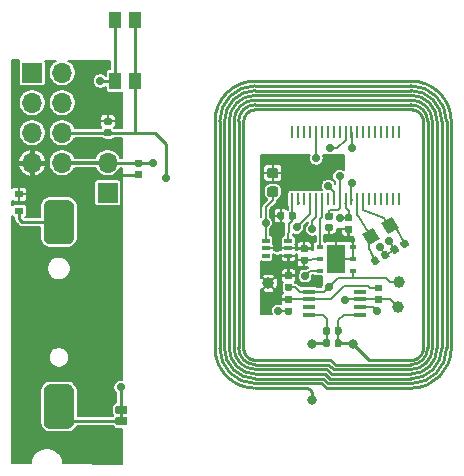
<source format=gbr>
%TF.GenerationSoftware,KiCad,Pcbnew,(5.1.5)-3*%
%TF.CreationDate,2021-08-29T15:34:29+01:00*%
%TF.ProjectId,HT07,48543037-2e6b-4696-9361-645f70636258,rev?*%
%TF.SameCoordinates,Original*%
%TF.FileFunction,Copper,L1,Top*%
%TF.FilePolarity,Positive*%
%FSLAX46Y46*%
G04 Gerber Fmt 4.6, Leading zero omitted, Abs format (unit mm)*
G04 Created by KiCad (PCBNEW (5.1.5)-3) date 2021-08-29 15:34:29*
%MOMM*%
%LPD*%
G04 APERTURE LIST*
%ADD10C,0.100000*%
%ADD11C,0.249940*%
%ADD12R,0.600000X0.400000*%
%ADD13R,1.500000X2.400000*%
%ADD14O,1.700000X1.700000*%
%ADD15R,1.700000X1.700000*%
%ADD16R,1.000000X1.450000*%
%ADD17R,0.700000X0.600000*%
%ADD18R,0.650000X0.400000*%
%ADD19C,1.000000*%
%ADD20R,1.100000X0.400000*%
%ADD21C,0.800000*%
%ADD22R,0.285000X1.100000*%
%ADD23C,0.700000*%
%ADD24C,0.150000*%
%ADD25C,0.200000*%
%ADD26C,0.250000*%
%ADD27C,0.450000*%
%ADD28C,0.300000*%
%ADD29C,0.190000*%
G04 APERTURE END LIST*
D10*
G36*
X101914500Y-101834500D02*
G01*
X101914500Y-102254500D01*
X102174500Y-102254500D01*
X102174500Y-101834500D01*
X101914500Y-101834500D01*
G37*
D11*
X113380120Y-99328020D02*
G75*
G02X110380070Y-96327970I0J3000050D01*
G01*
X129580040Y-77128110D02*
G75*
G03X126579990Y-74128060I-3000050J0D01*
G01*
X113380120Y-74128060D02*
G75*
G03X110380070Y-77128110I0J-3000050D01*
G01*
X119578000Y-99328000D02*
X119103000Y-98928000D01*
X119103000Y-98928000D02*
X113380120Y-98928000D01*
X119578000Y-99328000D02*
X126603000Y-99328000D01*
X129580040Y-96338000D02*
X129580040Y-77128110D01*
X110380070Y-77128110D02*
X110380070Y-96327970D01*
X126579990Y-74128060D02*
X113380120Y-74128060D01*
X117723620Y-99729540D02*
X117701770Y-99728270D01*
X117745210Y-99732080D02*
X117723620Y-99729540D01*
X117766800Y-99735380D02*
X117745210Y-99732080D01*
X117809470Y-99744780D02*
X117788130Y-99739700D01*
X117830300Y-99750870D02*
X117809470Y-99744780D01*
X117850870Y-99757980D02*
X117830300Y-99750870D01*
X117871450Y-99765860D02*
X117850870Y-99757980D01*
X117891260Y-99774490D02*
X117871450Y-99765860D01*
X117910820Y-99784150D02*
X117891260Y-99774490D01*
X117929870Y-99794810D02*
X117910820Y-99784150D01*
X117948660Y-99805990D02*
X117929870Y-99794810D01*
X117966700Y-99818180D02*
X117948660Y-99805990D01*
X117788130Y-99739700D02*
X117766800Y-99735380D01*
X117984480Y-99831140D02*
X117966700Y-99818180D01*
X118001490Y-99844850D02*
X117984480Y-99831140D01*
X118017750Y-99859080D02*
X118001490Y-99844850D01*
X118033500Y-99874320D02*
X118017750Y-99859080D01*
X118048740Y-99890060D02*
X118033500Y-99874320D01*
X118062960Y-99906320D02*
X118048740Y-99890060D01*
X118076680Y-99923340D02*
X118062960Y-99906320D01*
X118172440Y-100141020D02*
X118168120Y-100119680D01*
X118179550Y-100156040D02*
X118178280Y-100134200D01*
X118175740Y-100162610D02*
X118172440Y-100141020D01*
X118178280Y-100184200D02*
X118175740Y-100162610D01*
X118176500Y-100725000D02*
X118180060Y-100177880D01*
X118180060Y-100177880D02*
X118179550Y-100156040D01*
X118089630Y-99941120D02*
X118076680Y-99923340D01*
X118168120Y-100119680D02*
X118163040Y-100098340D01*
X118163040Y-100098340D02*
X118156940Y-100077520D01*
X118123670Y-99997000D02*
X118113000Y-99977690D01*
X118156940Y-100077520D02*
X118149830Y-100056940D01*
X118149830Y-100056940D02*
X118141960Y-100036370D01*
X118141960Y-100036370D02*
X118133320Y-100016560D01*
X118133320Y-100016560D02*
X118123670Y-99997000D01*
X118113000Y-99977690D02*
X118101820Y-99959150D01*
X118101820Y-99959150D02*
X118089630Y-99941120D01*
X117701770Y-99728270D02*
X117679930Y-99727760D01*
X127579480Y-96359460D02*
X127579990Y-96327970D01*
X127577960Y-96390700D02*
X127579480Y-96359460D01*
X127575670Y-96422200D02*
X127577960Y-96390700D01*
X127572110Y-96453190D02*
X127575670Y-96422200D01*
X127567800Y-96484430D02*
X127572110Y-96453190D01*
X127562210Y-96515420D02*
X127567800Y-96484430D01*
X127555860Y-96546150D02*
X127562210Y-96515420D01*
X127548490Y-96576630D02*
X127555860Y-96546150D01*
X127540360Y-96606860D02*
X127548490Y-96576630D01*
X127530970Y-96637080D02*
X127540360Y-96606860D01*
X127520810Y-96666800D02*
X127530970Y-96637080D01*
X127509880Y-96696010D02*
X127520810Y-96666800D01*
X127497690Y-96725220D02*
X127509880Y-96696010D01*
X127484740Y-96753670D02*
X127497690Y-96725220D01*
X127471020Y-96781860D02*
X127484740Y-96753670D01*
X127456290Y-96809800D02*
X127471020Y-96781860D01*
X127440800Y-96836980D02*
X127456290Y-96809800D01*
X127424290Y-96863910D02*
X127440800Y-96836980D01*
X127407010Y-96890070D02*
X127424290Y-96863910D01*
X127388980Y-96915720D02*
X127407010Y-96890070D01*
X127370180Y-96940870D02*
X127388980Y-96915720D01*
X127350630Y-96965510D02*
X127370180Y-96940870D01*
X127330050Y-96989380D02*
X127350630Y-96965510D01*
X127308970Y-97012500D02*
X127330050Y-96989380D01*
X127287130Y-97035100D02*
X127308970Y-97012500D01*
X127264520Y-97056950D02*
X127287130Y-97035100D01*
X127241410Y-97078030D02*
X127264520Y-97056950D01*
X127217530Y-97098600D02*
X127241410Y-97078030D01*
X127192890Y-97118160D02*
X127217530Y-97098600D01*
X127167750Y-97136960D02*
X127192890Y-97118160D01*
X127142090Y-97154990D02*
X127167750Y-97136960D01*
X127115930Y-97172260D02*
X127142090Y-97154990D01*
X127089010Y-97188770D02*
X127115930Y-97172260D01*
X127061830Y-97204270D02*
X127089010Y-97188770D01*
X127033890Y-97219000D02*
X127061830Y-97204270D01*
X127005690Y-97232710D02*
X127033890Y-97219000D01*
X126977250Y-97245670D02*
X127005690Y-97232710D01*
X126948040Y-97257860D02*
X126977250Y-97245670D01*
X126918830Y-97268780D02*
X126948040Y-97257860D01*
X126889110Y-97278940D02*
X126918830Y-97268780D01*
X126858880Y-97288340D02*
X126889110Y-97278940D01*
X126828660Y-97296470D02*
X126858880Y-97288340D01*
X126798180Y-97303830D02*
X126828660Y-97296470D01*
X126767440Y-97310180D02*
X126798180Y-97303830D01*
X126736450Y-97315770D02*
X126767440Y-97310180D01*
X126705210Y-97320090D02*
X126736450Y-97315770D01*
X126674220Y-97323650D02*
X126705210Y-97320090D01*
X126642730Y-97325930D02*
X126674220Y-97323650D01*
X126611490Y-97327460D02*
X126642730Y-97325930D01*
X126579990Y-97327960D02*
X126611490Y-97327460D01*
X126611490Y-76128620D02*
X126579990Y-76128110D01*
X126642730Y-76130140D02*
X126611490Y-76128620D01*
X126674220Y-76132430D02*
X126642730Y-76130140D01*
X126705210Y-76135980D02*
X126674220Y-76132430D01*
X126736450Y-76140300D02*
X126705210Y-76135980D01*
X126767440Y-76145890D02*
X126736450Y-76140300D01*
X126798180Y-76152240D02*
X126767440Y-76145890D01*
X126828660Y-76159600D02*
X126798180Y-76152240D01*
X126858880Y-76167730D02*
X126828660Y-76159600D01*
X126889110Y-76177130D02*
X126858880Y-76167730D01*
X126918830Y-76187290D02*
X126889110Y-76177130D01*
X126948040Y-76198210D02*
X126918830Y-76187290D01*
X126977250Y-76210400D02*
X126948040Y-76198210D01*
X127005690Y-76223360D02*
X126977250Y-76210400D01*
X127033890Y-76237070D02*
X127005690Y-76223360D01*
X127061830Y-76251810D02*
X127033890Y-76237070D01*
X127089010Y-76267300D02*
X127061830Y-76251810D01*
X127115930Y-76283810D02*
X127089010Y-76267300D01*
X127142090Y-76301080D02*
X127115930Y-76283810D01*
X127167750Y-76319120D02*
X127142090Y-76301080D01*
X127192890Y-76337910D02*
X127167750Y-76319120D01*
X127217530Y-76357470D02*
X127192890Y-76337910D01*
X127241410Y-76378040D02*
X127217530Y-76357470D01*
X127264520Y-76399130D02*
X127241410Y-76378040D01*
X127287130Y-76420970D02*
X127264520Y-76399130D01*
X127308970Y-76443580D02*
X127287130Y-76420970D01*
X127330050Y-76466690D02*
X127308970Y-76443580D01*
X127350630Y-76490570D02*
X127330050Y-76466690D01*
X127370180Y-76515200D02*
X127350630Y-76490570D01*
X127388980Y-76540350D02*
X127370180Y-76515200D01*
X127407010Y-76566000D02*
X127388980Y-76540350D01*
X127424290Y-76592170D02*
X127407010Y-76566000D01*
X127440800Y-76619090D02*
X127424290Y-76592170D01*
X127456290Y-76646270D02*
X127440800Y-76619090D01*
X127471020Y-76674210D02*
X127456290Y-76646270D01*
X127484740Y-76702400D02*
X127471020Y-76674210D01*
X127497690Y-76730850D02*
X127484740Y-76702400D01*
X127509880Y-76760060D02*
X127497690Y-76730850D01*
X127520810Y-76789270D02*
X127509880Y-76760060D01*
X127530970Y-76818990D02*
X127520810Y-76789270D01*
X127540360Y-76849210D02*
X127530970Y-76818990D01*
X127548490Y-76879440D02*
X127540360Y-76849210D01*
X127555860Y-76909920D02*
X127548490Y-76879440D01*
X127562210Y-76940650D02*
X127555860Y-76909920D01*
X127567800Y-76971640D02*
X127562210Y-76940650D01*
X127572110Y-77002880D02*
X127567800Y-76971640D01*
X127575670Y-77033870D02*
X127572110Y-77002880D01*
X127577960Y-77065370D02*
X127575670Y-77033870D01*
X127579480Y-77096610D02*
X127577960Y-77065370D01*
X127579990Y-77128110D02*
X127579480Y-77096610D01*
X112380630Y-77096610D02*
X112380120Y-77128110D01*
X112382150Y-77065370D02*
X112380630Y-77096610D01*
X112384440Y-77033870D02*
X112382150Y-77065370D01*
X112387990Y-77002880D02*
X112384440Y-77033870D01*
X112392310Y-76971640D02*
X112387990Y-77002880D01*
X112397900Y-76940650D02*
X112392310Y-76971640D01*
X112404250Y-76909920D02*
X112397900Y-76940650D01*
X112411620Y-76879440D02*
X112404250Y-76909920D01*
X112419740Y-76849210D02*
X112411620Y-76879440D01*
X112429140Y-76818990D02*
X112419740Y-76849210D01*
X112439300Y-76789270D02*
X112429140Y-76818990D01*
X112450220Y-76760060D02*
X112439300Y-76789270D01*
X112462420Y-76730850D02*
X112450220Y-76760060D01*
X112475370Y-76702400D02*
X112462420Y-76730850D01*
X112489090Y-76674210D02*
X112475370Y-76702400D01*
X112503820Y-76646270D02*
X112489090Y-76674210D01*
X112519310Y-76619090D02*
X112503820Y-76646270D01*
X112535820Y-76592170D02*
X112519310Y-76619090D01*
X112553090Y-76566000D02*
X112535820Y-76592170D01*
X112571130Y-76540350D02*
X112553090Y-76566000D01*
X112589920Y-76515200D02*
X112571130Y-76540350D01*
X112609480Y-76490570D02*
X112589920Y-76515200D01*
X112630060Y-76466690D02*
X112609480Y-76490570D01*
X112651140Y-76443580D02*
X112630060Y-76466690D01*
X112672980Y-76420970D02*
X112651140Y-76443580D01*
X112695590Y-76399130D02*
X112672980Y-76420970D01*
X112718700Y-76378040D02*
X112695590Y-76399130D01*
X112742580Y-76357470D02*
X112718700Y-76378040D01*
X112767220Y-76337910D02*
X112742580Y-76357470D01*
X112792360Y-76319120D02*
X112767220Y-76337910D01*
X112818020Y-76301080D02*
X112792360Y-76319120D01*
X112844180Y-76283810D02*
X112818020Y-76301080D01*
X112871100Y-76267300D02*
X112844180Y-76283810D01*
X112898280Y-76251810D02*
X112871100Y-76267300D01*
X112926220Y-76237070D02*
X112898280Y-76251810D01*
X112954410Y-76223360D02*
X112926220Y-76237070D01*
X112982860Y-76210400D02*
X112954410Y-76223360D01*
X113012070Y-76198210D02*
X112982860Y-76210400D01*
X113041280Y-76187290D02*
X113012070Y-76198210D01*
X113071000Y-76177130D02*
X113041280Y-76187290D01*
X113101230Y-76167730D02*
X113071000Y-76177130D01*
X113131450Y-76159600D02*
X113101230Y-76167730D01*
X113161930Y-76152240D02*
X113131450Y-76159600D01*
X113192670Y-76145890D02*
X113161930Y-76152240D01*
X113223650Y-76140300D02*
X113192670Y-76145890D01*
X113254900Y-76135980D02*
X113223650Y-76140300D01*
X113285880Y-76132430D02*
X113254900Y-76135980D01*
X113317380Y-76130140D02*
X113285880Y-76132430D01*
X113348620Y-76128620D02*
X113317380Y-76130140D01*
X113380120Y-76128110D02*
X113348620Y-76128620D01*
X113348620Y-97327460D02*
X113380120Y-97327960D01*
X113317380Y-97325930D02*
X113348620Y-97327460D01*
X113285880Y-97323650D02*
X113317380Y-97325930D01*
X113254900Y-97320090D02*
X113285880Y-97323650D01*
X113223650Y-97315770D02*
X113254900Y-97320090D01*
X113192670Y-97310180D02*
X113223650Y-97315770D01*
X113161930Y-97303830D02*
X113192670Y-97310180D01*
X113131450Y-97296470D02*
X113161930Y-97303830D01*
X113101230Y-97288340D02*
X113131450Y-97296470D01*
X113071000Y-97278940D02*
X113101230Y-97288340D01*
X113041280Y-97268780D02*
X113071000Y-97278940D01*
X113012070Y-97257860D02*
X113041280Y-97268780D01*
X112982860Y-97245670D02*
X113012070Y-97257860D01*
X112954410Y-97232710D02*
X112982860Y-97245670D01*
X112926220Y-97219000D02*
X112954410Y-97232710D01*
X112898280Y-97204270D02*
X112926220Y-97219000D01*
X112871100Y-97188770D02*
X112898280Y-97204270D01*
X112844180Y-97172260D02*
X112871100Y-97188770D01*
X112818020Y-97154990D02*
X112844180Y-97172260D01*
X112792360Y-97136960D02*
X112818020Y-97154990D01*
X112767220Y-97118160D02*
X112792360Y-97136960D01*
X112742580Y-97098600D02*
X112767220Y-97118160D01*
X112718700Y-97078030D02*
X112742580Y-97098600D01*
X112695590Y-97056950D02*
X112718700Y-97078030D01*
X112672980Y-97035100D02*
X112695590Y-97056950D01*
X112651140Y-97012500D02*
X112672980Y-97035100D01*
X112630060Y-96989380D02*
X112651140Y-97012500D01*
X112609480Y-96965510D02*
X112630060Y-96989380D01*
X112589920Y-96940870D02*
X112609480Y-96965510D01*
X112571130Y-96915720D02*
X112589920Y-96940870D01*
X112553090Y-96890070D02*
X112571130Y-96915720D01*
X112535820Y-96863910D02*
X112553090Y-96890070D01*
X112519310Y-96836980D02*
X112535820Y-96863910D01*
X112503820Y-96809800D02*
X112519310Y-96836980D01*
X112489090Y-96781860D02*
X112503820Y-96809800D01*
X112475370Y-96753670D02*
X112489090Y-96781860D01*
X112462420Y-96725220D02*
X112475370Y-96753670D01*
X112450220Y-96696010D02*
X112462420Y-96725220D01*
X112439300Y-96666800D02*
X112450220Y-96696010D01*
X112429140Y-96637080D02*
X112439300Y-96666800D01*
X112419740Y-96606860D02*
X112429140Y-96637080D01*
X112411620Y-96576630D02*
X112419740Y-96606860D01*
X112404250Y-96546150D02*
X112411620Y-96576630D01*
X112397900Y-96515420D02*
X112404250Y-96546150D01*
X112392310Y-96484430D02*
X112397900Y-96515420D01*
X112387990Y-96453190D02*
X112392310Y-96484430D01*
X112384440Y-96422200D02*
X112387990Y-96453190D01*
X112382150Y-96390700D02*
X112384440Y-96422200D01*
X112380630Y-96359460D02*
X112382150Y-96390700D01*
X112380120Y-96327970D02*
X112380630Y-96359460D01*
X113380120Y-99728010D02*
X117679930Y-99728010D01*
X112380120Y-77128110D02*
X112380120Y-96327970D01*
X111980110Y-96327970D02*
X111980110Y-77128110D01*
X111580100Y-77128110D02*
X111580100Y-96327970D01*
X111180080Y-96327970D02*
X111180080Y-77128110D01*
X110780070Y-77128110D02*
X110780070Y-96327970D01*
X126579990Y-76128110D02*
X113380120Y-76128110D01*
X113380120Y-75728100D02*
X126579990Y-75728100D01*
X126579990Y-75328080D02*
X113380120Y-75328080D01*
X113380120Y-74928070D02*
X126579990Y-74928070D01*
X126579990Y-74528060D02*
X113380120Y-74528060D01*
X127579990Y-96327970D02*
X127579990Y-77128110D01*
X127980000Y-77128110D02*
X127980000Y-96327970D01*
X128380010Y-96327970D02*
X128380010Y-77128110D01*
X128780020Y-77128110D02*
X128780020Y-96327970D01*
X129180040Y-96347890D02*
X129180040Y-77128110D01*
X119728000Y-98928010D02*
X126579990Y-98928010D01*
X122979950Y-97323900D02*
X121653000Y-95988000D01*
X126579990Y-97327960D02*
X122979950Y-97323900D01*
X120203000Y-97727980D02*
X126579990Y-97727980D01*
X119703000Y-97327960D02*
X120203000Y-97727980D01*
X113380120Y-97327960D02*
X119703000Y-97327960D01*
X119553000Y-97727980D02*
X113380120Y-97727980D01*
X120053000Y-98127990D02*
X119553000Y-97727980D01*
X126579990Y-98127990D02*
X120053000Y-98127990D01*
X119903000Y-98528000D02*
X126579990Y-98528000D01*
X119403000Y-98127990D02*
X119903000Y-98528000D01*
X113380120Y-98127990D02*
X119403000Y-98127990D01*
X119253000Y-98528000D02*
X113380120Y-98528000D01*
X119728000Y-98928010D02*
X119253000Y-98528000D01*
X129180142Y-77128110D02*
G75*
G03X126556980Y-74528060I-2600152J0D01*
G01*
X128780030Y-77128110D02*
G75*
G03X126579990Y-74928070I-2200040J0D01*
G01*
X128378950Y-77127040D02*
G75*
G03X126579990Y-75328080I-1798960J0D01*
G01*
X127978930Y-77127040D02*
G75*
G03X126579990Y-75728100I-1398940J0D01*
G01*
X113380120Y-74528060D02*
G75*
G03X110780070Y-77128110I0J-2600050D01*
G01*
X113380120Y-74928070D02*
G75*
G03X111180080Y-77128110I0J-2200040D01*
G01*
X113380120Y-75328090D02*
G75*
G03X111580100Y-77128110I0J-1800020D01*
G01*
X113380120Y-75728100D02*
G75*
G03X111980110Y-77128110I0J-1400010D01*
G01*
X129178018Y-96333672D02*
G75*
G02X126579990Y-98928010I-2590018J-4328D01*
G01*
X129583034Y-96343017D02*
G75*
G02X126618000Y-99328000I-2980034J-4983D01*
G01*
X128778012Y-96334342D02*
G75*
G02X126579990Y-98528000I-2190012J-3658D01*
G01*
X128378006Y-96335010D02*
G75*
G02X126579990Y-98127990I-1790006J-2990D01*
G01*
X127978001Y-96335678D02*
G75*
G02X126579990Y-97727980I-1390001J-2322D01*
G01*
X113380120Y-98928020D02*
G75*
G02X110780070Y-96327970I0J2600050D01*
G01*
X113380120Y-98528010D02*
G75*
G02X111180080Y-96327970I0J2200040D01*
G01*
X113380120Y-98127990D02*
G75*
G02X111580100Y-96327970I0J1800020D01*
G01*
X113380120Y-97727980D02*
G75*
G02X111980110Y-96327970I0J1400010D01*
G01*
X109980070Y-77128110D02*
X109980070Y-96327970D01*
X113380120Y-99728020D02*
G75*
G02X109980070Y-96327970I0J3400050D01*
G01*
X126579990Y-73728060D02*
X113380120Y-73728060D01*
X113380120Y-73728060D02*
G75*
G03X109980070Y-77128110I0J-3400050D01*
G01*
X129980040Y-96347890D02*
X129980040Y-77138000D01*
X129980040Y-77128110D02*
G75*
G03X126579990Y-73728060I-3400050J0D01*
G01*
X118953000Y-99328020D02*
X113380120Y-99328020D01*
X119428000Y-99728000D02*
X126603000Y-99728000D01*
X119428000Y-99728000D02*
X118953000Y-99328020D01*
X129983028Y-96342346D02*
G75*
G02X126618000Y-99728000I-3380028J-5654D01*
G01*
D12*
X118843600Y-89773000D03*
X118843600Y-88773000D03*
X118843600Y-87773000D03*
X121643600Y-87773000D03*
X121643600Y-88773000D03*
X121643600Y-89773000D03*
D13*
X120243600Y-88773000D03*
%TA.AperFunction,SMDPad,CuDef*%
D10*
G36*
X102375378Y-101205403D02*
G01*
X102393579Y-101208103D01*
X102411428Y-101212574D01*
X102428753Y-101218773D01*
X102445387Y-101226640D01*
X102461169Y-101236099D01*
X102475949Y-101247061D01*
X102489583Y-101259417D01*
X102501939Y-101273051D01*
X102512901Y-101287831D01*
X102522360Y-101303613D01*
X102530227Y-101320247D01*
X102536426Y-101337572D01*
X102540897Y-101355421D01*
X102543597Y-101373622D01*
X102544500Y-101392000D01*
X102544500Y-101767000D01*
X102543597Y-101785378D01*
X102540897Y-101803579D01*
X102536426Y-101821428D01*
X102530227Y-101838753D01*
X102522360Y-101855387D01*
X102512901Y-101871169D01*
X102501939Y-101885949D01*
X102489583Y-101899583D01*
X102475949Y-101911939D01*
X102461169Y-101922901D01*
X102445387Y-101932360D01*
X102428753Y-101940227D01*
X102411428Y-101946426D01*
X102393579Y-101950897D01*
X102375378Y-101953597D01*
X102357000Y-101954500D01*
X101732000Y-101954500D01*
X101713622Y-101953597D01*
X101695421Y-101950897D01*
X101677572Y-101946426D01*
X101660247Y-101940227D01*
X101643613Y-101932360D01*
X101627831Y-101922901D01*
X101613051Y-101911939D01*
X101599417Y-101899583D01*
X101587061Y-101885949D01*
X101576099Y-101871169D01*
X101566640Y-101855387D01*
X101558773Y-101838753D01*
X101552574Y-101821428D01*
X101548103Y-101803579D01*
X101545403Y-101785378D01*
X101544500Y-101767000D01*
X101544500Y-101392000D01*
X101545403Y-101373622D01*
X101548103Y-101355421D01*
X101552574Y-101337572D01*
X101558773Y-101320247D01*
X101566640Y-101303613D01*
X101576099Y-101287831D01*
X101587061Y-101273051D01*
X101599417Y-101259417D01*
X101613051Y-101247061D01*
X101627831Y-101236099D01*
X101643613Y-101226640D01*
X101660247Y-101218773D01*
X101677572Y-101212574D01*
X101695421Y-101208103D01*
X101713622Y-101205403D01*
X101732000Y-101204500D01*
X102357000Y-101204500D01*
X102375378Y-101205403D01*
G37*
%TD.AperFunction*%
%TA.AperFunction,SMDPad,CuDef*%
G36*
X102375378Y-102135403D02*
G01*
X102393579Y-102138103D01*
X102411428Y-102142574D01*
X102428753Y-102148773D01*
X102445387Y-102156640D01*
X102461169Y-102166099D01*
X102475949Y-102177061D01*
X102489583Y-102189417D01*
X102501939Y-102203051D01*
X102512901Y-102217831D01*
X102522360Y-102233613D01*
X102530227Y-102250247D01*
X102536426Y-102267572D01*
X102540897Y-102285421D01*
X102543597Y-102303622D01*
X102544500Y-102322000D01*
X102544500Y-102697000D01*
X102543597Y-102715378D01*
X102540897Y-102733579D01*
X102536426Y-102751428D01*
X102530227Y-102768753D01*
X102522360Y-102785387D01*
X102512901Y-102801169D01*
X102501939Y-102815949D01*
X102489583Y-102829583D01*
X102475949Y-102841939D01*
X102461169Y-102852901D01*
X102445387Y-102862360D01*
X102428753Y-102870227D01*
X102411428Y-102876426D01*
X102393579Y-102880897D01*
X102375378Y-102883597D01*
X102357000Y-102884500D01*
X101732000Y-102884500D01*
X101713622Y-102883597D01*
X101695421Y-102880897D01*
X101677572Y-102876426D01*
X101660247Y-102870227D01*
X101643613Y-102862360D01*
X101627831Y-102852901D01*
X101613051Y-102841939D01*
X101599417Y-102829583D01*
X101587061Y-102815949D01*
X101576099Y-102801169D01*
X101566640Y-102785387D01*
X101558773Y-102768753D01*
X101552574Y-102751428D01*
X101548103Y-102733579D01*
X101545403Y-102715378D01*
X101544500Y-102697000D01*
X101544500Y-102322000D01*
X101545403Y-102303622D01*
X101548103Y-102285421D01*
X101552574Y-102267572D01*
X101558773Y-102250247D01*
X101566640Y-102233613D01*
X101576099Y-102217831D01*
X101587061Y-102203051D01*
X101599417Y-102189417D01*
X101613051Y-102177061D01*
X101627831Y-102166099D01*
X101643613Y-102156640D01*
X101660247Y-102148773D01*
X101677572Y-102142574D01*
X101695421Y-102138103D01*
X101713622Y-102135403D01*
X101732000Y-102134500D01*
X102357000Y-102134500D01*
X102375378Y-102135403D01*
G37*
%TD.AperFunction*%
D14*
X100901500Y-80645000D03*
D15*
X100901500Y-83185000D03*
D14*
X97028000Y-80645000D03*
X94488000Y-80645000D03*
X97028000Y-78105000D03*
X94488000Y-78105000D03*
X97028000Y-75565000D03*
X94488000Y-75565000D03*
X97028000Y-73025000D03*
D15*
X94488000Y-73025000D03*
D16*
X101512000Y-68545000D03*
X101512000Y-73695000D03*
X103212000Y-73695000D03*
X103212000Y-68545000D03*
D17*
X93400000Y-83300000D03*
X93400000Y-84700000D03*
%TA.AperFunction,SMDPad,CuDef*%
D10*
G36*
X97471711Y-83765130D02*
G01*
X97534809Y-83774490D01*
X97596685Y-83789989D01*
X97656744Y-83811478D01*
X97714408Y-83838751D01*
X97769121Y-83871545D01*
X97820356Y-83909543D01*
X97867619Y-83952381D01*
X97910457Y-83999644D01*
X97948455Y-84050879D01*
X97981249Y-84105592D01*
X98008522Y-84163256D01*
X98030011Y-84223315D01*
X98045510Y-84285191D01*
X98054870Y-84348289D01*
X98058000Y-84412000D01*
X98058000Y-86912000D01*
X98054870Y-86975711D01*
X98045510Y-87038809D01*
X98030011Y-87100685D01*
X98008522Y-87160744D01*
X97981249Y-87218408D01*
X97948455Y-87273121D01*
X97910457Y-87324356D01*
X97867619Y-87371619D01*
X97820356Y-87414457D01*
X97769121Y-87452455D01*
X97714408Y-87485249D01*
X97656744Y-87512522D01*
X97596685Y-87534011D01*
X97534809Y-87549510D01*
X97471711Y-87558870D01*
X97408000Y-87562000D01*
X96108000Y-87562000D01*
X96044289Y-87558870D01*
X95981191Y-87549510D01*
X95919315Y-87534011D01*
X95859256Y-87512522D01*
X95801592Y-87485249D01*
X95746879Y-87452455D01*
X95695644Y-87414457D01*
X95648381Y-87371619D01*
X95605543Y-87324356D01*
X95567545Y-87273121D01*
X95534751Y-87218408D01*
X95507478Y-87160744D01*
X95485989Y-87100685D01*
X95470490Y-87038809D01*
X95461130Y-86975711D01*
X95458000Y-86912000D01*
X95458000Y-84412000D01*
X95461130Y-84348289D01*
X95470490Y-84285191D01*
X95485989Y-84223315D01*
X95507478Y-84163256D01*
X95534751Y-84105592D01*
X95567545Y-84050879D01*
X95605543Y-83999644D01*
X95648381Y-83952381D01*
X95695644Y-83909543D01*
X95746879Y-83871545D01*
X95801592Y-83838751D01*
X95859256Y-83811478D01*
X95919315Y-83789989D01*
X95981191Y-83774490D01*
X96044289Y-83765130D01*
X96108000Y-83762000D01*
X97408000Y-83762000D01*
X97471711Y-83765130D01*
G37*
%TD.AperFunction*%
%TA.AperFunction,SMDPad,CuDef*%
G36*
X97471711Y-99385130D02*
G01*
X97534809Y-99394490D01*
X97596685Y-99409989D01*
X97656744Y-99431478D01*
X97714408Y-99458751D01*
X97769121Y-99491545D01*
X97820356Y-99529543D01*
X97867619Y-99572381D01*
X97910457Y-99619644D01*
X97948455Y-99670879D01*
X97981249Y-99725592D01*
X98008522Y-99783256D01*
X98030011Y-99843315D01*
X98045510Y-99905191D01*
X98054870Y-99968289D01*
X98058000Y-100032000D01*
X98058000Y-102532000D01*
X98054870Y-102595711D01*
X98045510Y-102658809D01*
X98030011Y-102720685D01*
X98008522Y-102780744D01*
X97981249Y-102838408D01*
X97948455Y-102893121D01*
X97910457Y-102944356D01*
X97867619Y-102991619D01*
X97820356Y-103034457D01*
X97769121Y-103072455D01*
X97714408Y-103105249D01*
X97656744Y-103132522D01*
X97596685Y-103154011D01*
X97534809Y-103169510D01*
X97471711Y-103178870D01*
X97408000Y-103182000D01*
X96108000Y-103182000D01*
X96044289Y-103178870D01*
X95981191Y-103169510D01*
X95919315Y-103154011D01*
X95859256Y-103132522D01*
X95801592Y-103105249D01*
X95746879Y-103072455D01*
X95695644Y-103034457D01*
X95648381Y-102991619D01*
X95605543Y-102944356D01*
X95567545Y-102893121D01*
X95534751Y-102838408D01*
X95507478Y-102780744D01*
X95485989Y-102720685D01*
X95470490Y-102658809D01*
X95461130Y-102595711D01*
X95458000Y-102532000D01*
X95458000Y-100032000D01*
X95461130Y-99968289D01*
X95470490Y-99905191D01*
X95485989Y-99843315D01*
X95507478Y-99783256D01*
X95534751Y-99725592D01*
X95567545Y-99670879D01*
X95605543Y-99619644D01*
X95648381Y-99572381D01*
X95695644Y-99529543D01*
X95746879Y-99491545D01*
X95801592Y-99458751D01*
X95859256Y-99431478D01*
X95919315Y-99409989D01*
X95981191Y-99394490D01*
X96044289Y-99385130D01*
X96108000Y-99382000D01*
X97408000Y-99382000D01*
X97471711Y-99385130D01*
G37*
%TD.AperFunction*%
%TA.AperFunction,SMDPad,CuDef*%
G36*
X115149191Y-82651053D02*
G01*
X115170426Y-82654203D01*
X115191250Y-82659419D01*
X115211462Y-82666651D01*
X115230868Y-82675830D01*
X115249281Y-82686866D01*
X115266524Y-82699654D01*
X115282430Y-82714070D01*
X115296846Y-82729976D01*
X115309634Y-82747219D01*
X115320670Y-82765632D01*
X115329849Y-82785038D01*
X115337081Y-82805250D01*
X115342297Y-82826074D01*
X115345447Y-82847309D01*
X115346500Y-82868750D01*
X115346500Y-83306250D01*
X115345447Y-83327691D01*
X115342297Y-83348926D01*
X115337081Y-83369750D01*
X115329849Y-83389962D01*
X115320670Y-83409368D01*
X115309634Y-83427781D01*
X115296846Y-83445024D01*
X115282430Y-83460930D01*
X115266524Y-83475346D01*
X115249281Y-83488134D01*
X115230868Y-83499170D01*
X115211462Y-83508349D01*
X115191250Y-83515581D01*
X115170426Y-83520797D01*
X115149191Y-83523947D01*
X115127750Y-83525000D01*
X114615250Y-83525000D01*
X114593809Y-83523947D01*
X114572574Y-83520797D01*
X114551750Y-83515581D01*
X114531538Y-83508349D01*
X114512132Y-83499170D01*
X114493719Y-83488134D01*
X114476476Y-83475346D01*
X114460570Y-83460930D01*
X114446154Y-83445024D01*
X114433366Y-83427781D01*
X114422330Y-83409368D01*
X114413151Y-83389962D01*
X114405919Y-83369750D01*
X114400703Y-83348926D01*
X114397553Y-83327691D01*
X114396500Y-83306250D01*
X114396500Y-82868750D01*
X114397553Y-82847309D01*
X114400703Y-82826074D01*
X114405919Y-82805250D01*
X114413151Y-82785038D01*
X114422330Y-82765632D01*
X114433366Y-82747219D01*
X114446154Y-82729976D01*
X114460570Y-82714070D01*
X114476476Y-82699654D01*
X114493719Y-82686866D01*
X114512132Y-82675830D01*
X114531538Y-82666651D01*
X114551750Y-82659419D01*
X114572574Y-82654203D01*
X114593809Y-82651053D01*
X114615250Y-82650000D01*
X115127750Y-82650000D01*
X115149191Y-82651053D01*
G37*
%TD.AperFunction*%
%TA.AperFunction,SMDPad,CuDef*%
G36*
X115149191Y-81076053D02*
G01*
X115170426Y-81079203D01*
X115191250Y-81084419D01*
X115211462Y-81091651D01*
X115230868Y-81100830D01*
X115249281Y-81111866D01*
X115266524Y-81124654D01*
X115282430Y-81139070D01*
X115296846Y-81154976D01*
X115309634Y-81172219D01*
X115320670Y-81190632D01*
X115329849Y-81210038D01*
X115337081Y-81230250D01*
X115342297Y-81251074D01*
X115345447Y-81272309D01*
X115346500Y-81293750D01*
X115346500Y-81731250D01*
X115345447Y-81752691D01*
X115342297Y-81773926D01*
X115337081Y-81794750D01*
X115329849Y-81814962D01*
X115320670Y-81834368D01*
X115309634Y-81852781D01*
X115296846Y-81870024D01*
X115282430Y-81885930D01*
X115266524Y-81900346D01*
X115249281Y-81913134D01*
X115230868Y-81924170D01*
X115211462Y-81933349D01*
X115191250Y-81940581D01*
X115170426Y-81945797D01*
X115149191Y-81948947D01*
X115127750Y-81950000D01*
X114615250Y-81950000D01*
X114593809Y-81948947D01*
X114572574Y-81945797D01*
X114551750Y-81940581D01*
X114531538Y-81933349D01*
X114512132Y-81924170D01*
X114493719Y-81913134D01*
X114476476Y-81900346D01*
X114460570Y-81885930D01*
X114446154Y-81870024D01*
X114433366Y-81852781D01*
X114422330Y-81834368D01*
X114413151Y-81814962D01*
X114405919Y-81794750D01*
X114400703Y-81773926D01*
X114397553Y-81752691D01*
X114396500Y-81731250D01*
X114396500Y-81293750D01*
X114397553Y-81272309D01*
X114400703Y-81251074D01*
X114405919Y-81230250D01*
X114413151Y-81210038D01*
X114422330Y-81190632D01*
X114433366Y-81172219D01*
X114446154Y-81154976D01*
X114460570Y-81139070D01*
X114476476Y-81124654D01*
X114493719Y-81111866D01*
X114512132Y-81100830D01*
X114531538Y-81091651D01*
X114551750Y-81084419D01*
X114572574Y-81079203D01*
X114593809Y-81076053D01*
X114615250Y-81075000D01*
X115127750Y-81075000D01*
X115149191Y-81076053D01*
G37*
%TD.AperFunction*%
D18*
X114300000Y-88534000D03*
X114300000Y-87234000D03*
X116200000Y-87884000D03*
X114300000Y-87884000D03*
X116200000Y-87234000D03*
X116200000Y-88534000D03*
D19*
X114503200Y-90855800D03*
X125488700Y-92887800D03*
X125526800Y-90779600D03*
D20*
X117915800Y-93517000D03*
X117915800Y-92867000D03*
X117915800Y-92217000D03*
X117915800Y-91567000D03*
X122215800Y-91567000D03*
X122215800Y-92217000D03*
X122215800Y-92867000D03*
X122215800Y-93517000D03*
%TA.AperFunction,SMDPad,CuDef*%
D10*
G36*
X116391958Y-89898710D02*
G01*
X116406276Y-89900834D01*
X116420317Y-89904351D01*
X116433946Y-89909228D01*
X116447031Y-89915417D01*
X116459447Y-89922858D01*
X116471073Y-89931481D01*
X116481798Y-89941202D01*
X116491519Y-89951927D01*
X116500142Y-89963553D01*
X116507583Y-89975969D01*
X116513772Y-89989054D01*
X116518649Y-90002683D01*
X116522166Y-90016724D01*
X116524290Y-90031042D01*
X116525000Y-90045500D01*
X116525000Y-90340500D01*
X116524290Y-90354958D01*
X116522166Y-90369276D01*
X116518649Y-90383317D01*
X116513772Y-90396946D01*
X116507583Y-90410031D01*
X116500142Y-90422447D01*
X116491519Y-90434073D01*
X116481798Y-90444798D01*
X116471073Y-90454519D01*
X116459447Y-90463142D01*
X116447031Y-90470583D01*
X116433946Y-90476772D01*
X116420317Y-90481649D01*
X116406276Y-90485166D01*
X116391958Y-90487290D01*
X116377500Y-90488000D01*
X116032500Y-90488000D01*
X116018042Y-90487290D01*
X116003724Y-90485166D01*
X115989683Y-90481649D01*
X115976054Y-90476772D01*
X115962969Y-90470583D01*
X115950553Y-90463142D01*
X115938927Y-90454519D01*
X115928202Y-90444798D01*
X115918481Y-90434073D01*
X115909858Y-90422447D01*
X115902417Y-90410031D01*
X115896228Y-90396946D01*
X115891351Y-90383317D01*
X115887834Y-90369276D01*
X115885710Y-90354958D01*
X115885000Y-90340500D01*
X115885000Y-90045500D01*
X115885710Y-90031042D01*
X115887834Y-90016724D01*
X115891351Y-90002683D01*
X115896228Y-89989054D01*
X115902417Y-89975969D01*
X115909858Y-89963553D01*
X115918481Y-89951927D01*
X115928202Y-89941202D01*
X115938927Y-89931481D01*
X115950553Y-89922858D01*
X115962969Y-89915417D01*
X115976054Y-89909228D01*
X115989683Y-89904351D01*
X116003724Y-89900834D01*
X116018042Y-89898710D01*
X116032500Y-89898000D01*
X116377500Y-89898000D01*
X116391958Y-89898710D01*
G37*
%TD.AperFunction*%
%TA.AperFunction,SMDPad,CuDef*%
G36*
X116391958Y-90868710D02*
G01*
X116406276Y-90870834D01*
X116420317Y-90874351D01*
X116433946Y-90879228D01*
X116447031Y-90885417D01*
X116459447Y-90892858D01*
X116471073Y-90901481D01*
X116481798Y-90911202D01*
X116491519Y-90921927D01*
X116500142Y-90933553D01*
X116507583Y-90945969D01*
X116513772Y-90959054D01*
X116518649Y-90972683D01*
X116522166Y-90986724D01*
X116524290Y-91001042D01*
X116525000Y-91015500D01*
X116525000Y-91310500D01*
X116524290Y-91324958D01*
X116522166Y-91339276D01*
X116518649Y-91353317D01*
X116513772Y-91366946D01*
X116507583Y-91380031D01*
X116500142Y-91392447D01*
X116491519Y-91404073D01*
X116481798Y-91414798D01*
X116471073Y-91424519D01*
X116459447Y-91433142D01*
X116447031Y-91440583D01*
X116433946Y-91446772D01*
X116420317Y-91451649D01*
X116406276Y-91455166D01*
X116391958Y-91457290D01*
X116377500Y-91458000D01*
X116032500Y-91458000D01*
X116018042Y-91457290D01*
X116003724Y-91455166D01*
X115989683Y-91451649D01*
X115976054Y-91446772D01*
X115962969Y-91440583D01*
X115950553Y-91433142D01*
X115938927Y-91424519D01*
X115928202Y-91414798D01*
X115918481Y-91404073D01*
X115909858Y-91392447D01*
X115902417Y-91380031D01*
X115896228Y-91366946D01*
X115891351Y-91353317D01*
X115887834Y-91339276D01*
X115885710Y-91324958D01*
X115885000Y-91310500D01*
X115885000Y-91015500D01*
X115885710Y-91001042D01*
X115887834Y-90986724D01*
X115891351Y-90972683D01*
X115896228Y-90959054D01*
X115902417Y-90945969D01*
X115909858Y-90933553D01*
X115918481Y-90921927D01*
X115928202Y-90911202D01*
X115938927Y-90901481D01*
X115950553Y-90892858D01*
X115962969Y-90885417D01*
X115976054Y-90879228D01*
X115989683Y-90874351D01*
X116003724Y-90870834D01*
X116018042Y-90868710D01*
X116032500Y-90868000D01*
X116377500Y-90868000D01*
X116391958Y-90868710D01*
G37*
%TD.AperFunction*%
%TA.AperFunction,SMDPad,CuDef*%
G36*
X124024658Y-90952810D02*
G01*
X124038976Y-90954934D01*
X124053017Y-90958451D01*
X124066646Y-90963328D01*
X124079731Y-90969517D01*
X124092147Y-90976958D01*
X124103773Y-90985581D01*
X124114498Y-90995302D01*
X124124219Y-91006027D01*
X124132842Y-91017653D01*
X124140283Y-91030069D01*
X124146472Y-91043154D01*
X124151349Y-91056783D01*
X124154866Y-91070824D01*
X124156990Y-91085142D01*
X124157700Y-91099600D01*
X124157700Y-91394600D01*
X124156990Y-91409058D01*
X124154866Y-91423376D01*
X124151349Y-91437417D01*
X124146472Y-91451046D01*
X124140283Y-91464131D01*
X124132842Y-91476547D01*
X124124219Y-91488173D01*
X124114498Y-91498898D01*
X124103773Y-91508619D01*
X124092147Y-91517242D01*
X124079731Y-91524683D01*
X124066646Y-91530872D01*
X124053017Y-91535749D01*
X124038976Y-91539266D01*
X124024658Y-91541390D01*
X124010200Y-91542100D01*
X123665200Y-91542100D01*
X123650742Y-91541390D01*
X123636424Y-91539266D01*
X123622383Y-91535749D01*
X123608754Y-91530872D01*
X123595669Y-91524683D01*
X123583253Y-91517242D01*
X123571627Y-91508619D01*
X123560902Y-91498898D01*
X123551181Y-91488173D01*
X123542558Y-91476547D01*
X123535117Y-91464131D01*
X123528928Y-91451046D01*
X123524051Y-91437417D01*
X123520534Y-91423376D01*
X123518410Y-91409058D01*
X123517700Y-91394600D01*
X123517700Y-91099600D01*
X123518410Y-91085142D01*
X123520534Y-91070824D01*
X123524051Y-91056783D01*
X123528928Y-91043154D01*
X123535117Y-91030069D01*
X123542558Y-91017653D01*
X123551181Y-91006027D01*
X123560902Y-90995302D01*
X123571627Y-90985581D01*
X123583253Y-90976958D01*
X123595669Y-90969517D01*
X123608754Y-90963328D01*
X123622383Y-90958451D01*
X123636424Y-90954934D01*
X123650742Y-90952810D01*
X123665200Y-90952100D01*
X124010200Y-90952100D01*
X124024658Y-90952810D01*
G37*
%TD.AperFunction*%
%TA.AperFunction,SMDPad,CuDef*%
G36*
X124024658Y-91922810D02*
G01*
X124038976Y-91924934D01*
X124053017Y-91928451D01*
X124066646Y-91933328D01*
X124079731Y-91939517D01*
X124092147Y-91946958D01*
X124103773Y-91955581D01*
X124114498Y-91965302D01*
X124124219Y-91976027D01*
X124132842Y-91987653D01*
X124140283Y-92000069D01*
X124146472Y-92013154D01*
X124151349Y-92026783D01*
X124154866Y-92040824D01*
X124156990Y-92055142D01*
X124157700Y-92069600D01*
X124157700Y-92364600D01*
X124156990Y-92379058D01*
X124154866Y-92393376D01*
X124151349Y-92407417D01*
X124146472Y-92421046D01*
X124140283Y-92434131D01*
X124132842Y-92446547D01*
X124124219Y-92458173D01*
X124114498Y-92468898D01*
X124103773Y-92478619D01*
X124092147Y-92487242D01*
X124079731Y-92494683D01*
X124066646Y-92500872D01*
X124053017Y-92505749D01*
X124038976Y-92509266D01*
X124024658Y-92511390D01*
X124010200Y-92512100D01*
X123665200Y-92512100D01*
X123650742Y-92511390D01*
X123636424Y-92509266D01*
X123622383Y-92505749D01*
X123608754Y-92500872D01*
X123595669Y-92494683D01*
X123583253Y-92487242D01*
X123571627Y-92478619D01*
X123560902Y-92468898D01*
X123551181Y-92458173D01*
X123542558Y-92446547D01*
X123535117Y-92434131D01*
X123528928Y-92421046D01*
X123524051Y-92407417D01*
X123520534Y-92393376D01*
X123518410Y-92379058D01*
X123517700Y-92364600D01*
X123517700Y-92069600D01*
X123518410Y-92055142D01*
X123520534Y-92040824D01*
X123524051Y-92026783D01*
X123528928Y-92013154D01*
X123535117Y-92000069D01*
X123542558Y-91987653D01*
X123551181Y-91976027D01*
X123560902Y-91965302D01*
X123571627Y-91955581D01*
X123583253Y-91946958D01*
X123595669Y-91939517D01*
X123608754Y-91933328D01*
X123622383Y-91928451D01*
X123636424Y-91924934D01*
X123650742Y-91922810D01*
X123665200Y-91922100D01*
X124010200Y-91922100D01*
X124024658Y-91922810D01*
G37*
%TD.AperFunction*%
%TA.AperFunction,SMDPad,CuDef*%
G36*
X115716858Y-84808810D02*
G01*
X115731176Y-84810934D01*
X115745217Y-84814451D01*
X115758846Y-84819328D01*
X115771931Y-84825517D01*
X115784347Y-84832958D01*
X115795973Y-84841581D01*
X115806698Y-84851302D01*
X115816419Y-84862027D01*
X115825042Y-84873653D01*
X115832483Y-84886069D01*
X115838672Y-84899154D01*
X115843549Y-84912783D01*
X115847066Y-84926824D01*
X115849190Y-84941142D01*
X115849900Y-84955600D01*
X115849900Y-85300600D01*
X115849190Y-85315058D01*
X115847066Y-85329376D01*
X115843549Y-85343417D01*
X115838672Y-85357046D01*
X115832483Y-85370131D01*
X115825042Y-85382547D01*
X115816419Y-85394173D01*
X115806698Y-85404898D01*
X115795973Y-85414619D01*
X115784347Y-85423242D01*
X115771931Y-85430683D01*
X115758846Y-85436872D01*
X115745217Y-85441749D01*
X115731176Y-85445266D01*
X115716858Y-85447390D01*
X115702400Y-85448100D01*
X115407400Y-85448100D01*
X115392942Y-85447390D01*
X115378624Y-85445266D01*
X115364583Y-85441749D01*
X115350954Y-85436872D01*
X115337869Y-85430683D01*
X115325453Y-85423242D01*
X115313827Y-85414619D01*
X115303102Y-85404898D01*
X115293381Y-85394173D01*
X115284758Y-85382547D01*
X115277317Y-85370131D01*
X115271128Y-85357046D01*
X115266251Y-85343417D01*
X115262734Y-85329376D01*
X115260610Y-85315058D01*
X115259900Y-85300600D01*
X115259900Y-84955600D01*
X115260610Y-84941142D01*
X115262734Y-84926824D01*
X115266251Y-84912783D01*
X115271128Y-84899154D01*
X115277317Y-84886069D01*
X115284758Y-84873653D01*
X115293381Y-84862027D01*
X115303102Y-84851302D01*
X115313827Y-84841581D01*
X115325453Y-84832958D01*
X115337869Y-84825517D01*
X115350954Y-84819328D01*
X115364583Y-84814451D01*
X115378624Y-84810934D01*
X115392942Y-84808810D01*
X115407400Y-84808100D01*
X115702400Y-84808100D01*
X115716858Y-84808810D01*
G37*
%TD.AperFunction*%
%TA.AperFunction,SMDPad,CuDef*%
G36*
X116686858Y-84808810D02*
G01*
X116701176Y-84810934D01*
X116715217Y-84814451D01*
X116728846Y-84819328D01*
X116741931Y-84825517D01*
X116754347Y-84832958D01*
X116765973Y-84841581D01*
X116776698Y-84851302D01*
X116786419Y-84862027D01*
X116795042Y-84873653D01*
X116802483Y-84886069D01*
X116808672Y-84899154D01*
X116813549Y-84912783D01*
X116817066Y-84926824D01*
X116819190Y-84941142D01*
X116819900Y-84955600D01*
X116819900Y-85300600D01*
X116819190Y-85315058D01*
X116817066Y-85329376D01*
X116813549Y-85343417D01*
X116808672Y-85357046D01*
X116802483Y-85370131D01*
X116795042Y-85382547D01*
X116786419Y-85394173D01*
X116776698Y-85404898D01*
X116765973Y-85414619D01*
X116754347Y-85423242D01*
X116741931Y-85430683D01*
X116728846Y-85436872D01*
X116715217Y-85441749D01*
X116701176Y-85445266D01*
X116686858Y-85447390D01*
X116672400Y-85448100D01*
X116377400Y-85448100D01*
X116362942Y-85447390D01*
X116348624Y-85445266D01*
X116334583Y-85441749D01*
X116320954Y-85436872D01*
X116307869Y-85430683D01*
X116295453Y-85423242D01*
X116283827Y-85414619D01*
X116273102Y-85404898D01*
X116263381Y-85394173D01*
X116254758Y-85382547D01*
X116247317Y-85370131D01*
X116241128Y-85357046D01*
X116236251Y-85343417D01*
X116232734Y-85329376D01*
X116230610Y-85315058D01*
X116229900Y-85300600D01*
X116229900Y-84955600D01*
X116230610Y-84941142D01*
X116232734Y-84926824D01*
X116236251Y-84912783D01*
X116241128Y-84899154D01*
X116247317Y-84886069D01*
X116254758Y-84873653D01*
X116263381Y-84862027D01*
X116273102Y-84851302D01*
X116283827Y-84841581D01*
X116295453Y-84832958D01*
X116307869Y-84825517D01*
X116320954Y-84819328D01*
X116334583Y-84814451D01*
X116348624Y-84810934D01*
X116362942Y-84808810D01*
X116377400Y-84808100D01*
X116672400Y-84808100D01*
X116686858Y-84808810D01*
G37*
%TD.AperFunction*%
%TA.AperFunction,SMDPad,CuDef*%
G36*
X103691958Y-80373710D02*
G01*
X103706276Y-80375834D01*
X103720317Y-80379351D01*
X103733946Y-80384228D01*
X103747031Y-80390417D01*
X103759447Y-80397858D01*
X103771073Y-80406481D01*
X103781798Y-80416202D01*
X103791519Y-80426927D01*
X103800142Y-80438553D01*
X103807583Y-80450969D01*
X103813772Y-80464054D01*
X103818649Y-80477683D01*
X103822166Y-80491724D01*
X103824290Y-80506042D01*
X103825000Y-80520500D01*
X103825000Y-80815500D01*
X103824290Y-80829958D01*
X103822166Y-80844276D01*
X103818649Y-80858317D01*
X103813772Y-80871946D01*
X103807583Y-80885031D01*
X103800142Y-80897447D01*
X103791519Y-80909073D01*
X103781798Y-80919798D01*
X103771073Y-80929519D01*
X103759447Y-80938142D01*
X103747031Y-80945583D01*
X103733946Y-80951772D01*
X103720317Y-80956649D01*
X103706276Y-80960166D01*
X103691958Y-80962290D01*
X103677500Y-80963000D01*
X103332500Y-80963000D01*
X103318042Y-80962290D01*
X103303724Y-80960166D01*
X103289683Y-80956649D01*
X103276054Y-80951772D01*
X103262969Y-80945583D01*
X103250553Y-80938142D01*
X103238927Y-80929519D01*
X103228202Y-80919798D01*
X103218481Y-80909073D01*
X103209858Y-80897447D01*
X103202417Y-80885031D01*
X103196228Y-80871946D01*
X103191351Y-80858317D01*
X103187834Y-80844276D01*
X103185710Y-80829958D01*
X103185000Y-80815500D01*
X103185000Y-80520500D01*
X103185710Y-80506042D01*
X103187834Y-80491724D01*
X103191351Y-80477683D01*
X103196228Y-80464054D01*
X103202417Y-80450969D01*
X103209858Y-80438553D01*
X103218481Y-80426927D01*
X103228202Y-80416202D01*
X103238927Y-80406481D01*
X103250553Y-80397858D01*
X103262969Y-80390417D01*
X103276054Y-80384228D01*
X103289683Y-80379351D01*
X103303724Y-80375834D01*
X103318042Y-80373710D01*
X103332500Y-80373000D01*
X103677500Y-80373000D01*
X103691958Y-80373710D01*
G37*
%TD.AperFunction*%
%TA.AperFunction,SMDPad,CuDef*%
G36*
X103691958Y-81343710D02*
G01*
X103706276Y-81345834D01*
X103720317Y-81349351D01*
X103733946Y-81354228D01*
X103747031Y-81360417D01*
X103759447Y-81367858D01*
X103771073Y-81376481D01*
X103781798Y-81386202D01*
X103791519Y-81396927D01*
X103800142Y-81408553D01*
X103807583Y-81420969D01*
X103813772Y-81434054D01*
X103818649Y-81447683D01*
X103822166Y-81461724D01*
X103824290Y-81476042D01*
X103825000Y-81490500D01*
X103825000Y-81785500D01*
X103824290Y-81799958D01*
X103822166Y-81814276D01*
X103818649Y-81828317D01*
X103813772Y-81841946D01*
X103807583Y-81855031D01*
X103800142Y-81867447D01*
X103791519Y-81879073D01*
X103781798Y-81889798D01*
X103771073Y-81899519D01*
X103759447Y-81908142D01*
X103747031Y-81915583D01*
X103733946Y-81921772D01*
X103720317Y-81926649D01*
X103706276Y-81930166D01*
X103691958Y-81932290D01*
X103677500Y-81933000D01*
X103332500Y-81933000D01*
X103318042Y-81932290D01*
X103303724Y-81930166D01*
X103289683Y-81926649D01*
X103276054Y-81921772D01*
X103262969Y-81915583D01*
X103250553Y-81908142D01*
X103238927Y-81899519D01*
X103228202Y-81889798D01*
X103218481Y-81879073D01*
X103209858Y-81867447D01*
X103202417Y-81855031D01*
X103196228Y-81841946D01*
X103191351Y-81828317D01*
X103187834Y-81814276D01*
X103185710Y-81799958D01*
X103185000Y-81785500D01*
X103185000Y-81490500D01*
X103185710Y-81476042D01*
X103187834Y-81461724D01*
X103191351Y-81447683D01*
X103196228Y-81434054D01*
X103202417Y-81420969D01*
X103209858Y-81408553D01*
X103218481Y-81396927D01*
X103228202Y-81386202D01*
X103238927Y-81376481D01*
X103250553Y-81367858D01*
X103262969Y-81360417D01*
X103276054Y-81354228D01*
X103289683Y-81349351D01*
X103303724Y-81345834D01*
X103318042Y-81343710D01*
X103332500Y-81343000D01*
X103677500Y-81343000D01*
X103691958Y-81343710D01*
G37*
%TD.AperFunction*%
%TA.AperFunction,SMDPad,CuDef*%
G36*
X101088458Y-77813110D02*
G01*
X101102776Y-77815234D01*
X101116817Y-77818751D01*
X101130446Y-77823628D01*
X101143531Y-77829817D01*
X101155947Y-77837258D01*
X101167573Y-77845881D01*
X101178298Y-77855602D01*
X101188019Y-77866327D01*
X101196642Y-77877953D01*
X101204083Y-77890369D01*
X101210272Y-77903454D01*
X101215149Y-77917083D01*
X101218666Y-77931124D01*
X101220790Y-77945442D01*
X101221500Y-77959900D01*
X101221500Y-78254900D01*
X101220790Y-78269358D01*
X101218666Y-78283676D01*
X101215149Y-78297717D01*
X101210272Y-78311346D01*
X101204083Y-78324431D01*
X101196642Y-78336847D01*
X101188019Y-78348473D01*
X101178298Y-78359198D01*
X101167573Y-78368919D01*
X101155947Y-78377542D01*
X101143531Y-78384983D01*
X101130446Y-78391172D01*
X101116817Y-78396049D01*
X101102776Y-78399566D01*
X101088458Y-78401690D01*
X101074000Y-78402400D01*
X100729000Y-78402400D01*
X100714542Y-78401690D01*
X100700224Y-78399566D01*
X100686183Y-78396049D01*
X100672554Y-78391172D01*
X100659469Y-78384983D01*
X100647053Y-78377542D01*
X100635427Y-78368919D01*
X100624702Y-78359198D01*
X100614981Y-78348473D01*
X100606358Y-78336847D01*
X100598917Y-78324431D01*
X100592728Y-78311346D01*
X100587851Y-78297717D01*
X100584334Y-78283676D01*
X100582210Y-78269358D01*
X100581500Y-78254900D01*
X100581500Y-77959900D01*
X100582210Y-77945442D01*
X100584334Y-77931124D01*
X100587851Y-77917083D01*
X100592728Y-77903454D01*
X100598917Y-77890369D01*
X100606358Y-77877953D01*
X100614981Y-77866327D01*
X100624702Y-77855602D01*
X100635427Y-77845881D01*
X100647053Y-77837258D01*
X100659469Y-77829817D01*
X100672554Y-77823628D01*
X100686183Y-77818751D01*
X100700224Y-77815234D01*
X100714542Y-77813110D01*
X100729000Y-77812400D01*
X101074000Y-77812400D01*
X101088458Y-77813110D01*
G37*
%TD.AperFunction*%
%TA.AperFunction,SMDPad,CuDef*%
G36*
X101088458Y-76843110D02*
G01*
X101102776Y-76845234D01*
X101116817Y-76848751D01*
X101130446Y-76853628D01*
X101143531Y-76859817D01*
X101155947Y-76867258D01*
X101167573Y-76875881D01*
X101178298Y-76885602D01*
X101188019Y-76896327D01*
X101196642Y-76907953D01*
X101204083Y-76920369D01*
X101210272Y-76933454D01*
X101215149Y-76947083D01*
X101218666Y-76961124D01*
X101220790Y-76975442D01*
X101221500Y-76989900D01*
X101221500Y-77284900D01*
X101220790Y-77299358D01*
X101218666Y-77313676D01*
X101215149Y-77327717D01*
X101210272Y-77341346D01*
X101204083Y-77354431D01*
X101196642Y-77366847D01*
X101188019Y-77378473D01*
X101178298Y-77389198D01*
X101167573Y-77398919D01*
X101155947Y-77407542D01*
X101143531Y-77414983D01*
X101130446Y-77421172D01*
X101116817Y-77426049D01*
X101102776Y-77429566D01*
X101088458Y-77431690D01*
X101074000Y-77432400D01*
X100729000Y-77432400D01*
X100714542Y-77431690D01*
X100700224Y-77429566D01*
X100686183Y-77426049D01*
X100672554Y-77421172D01*
X100659469Y-77414983D01*
X100647053Y-77407542D01*
X100635427Y-77398919D01*
X100624702Y-77389198D01*
X100614981Y-77378473D01*
X100606358Y-77366847D01*
X100598917Y-77354431D01*
X100592728Y-77341346D01*
X100587851Y-77327717D01*
X100584334Y-77313676D01*
X100582210Y-77299358D01*
X100581500Y-77284900D01*
X100581500Y-76989900D01*
X100582210Y-76975442D01*
X100584334Y-76961124D01*
X100587851Y-76947083D01*
X100592728Y-76933454D01*
X100598917Y-76920369D01*
X100606358Y-76907953D01*
X100614981Y-76896327D01*
X100624702Y-76885602D01*
X100635427Y-76875881D01*
X100647053Y-76867258D01*
X100659469Y-76859817D01*
X100672554Y-76853628D01*
X100686183Y-76848751D01*
X100700224Y-76845234D01*
X100714542Y-76843110D01*
X100729000Y-76842400D01*
X101074000Y-76842400D01*
X101088458Y-76843110D01*
G37*
%TD.AperFunction*%
D21*
X118176500Y-100725000D03*
X118163800Y-95968200D03*
X121630090Y-95968200D03*
%TA.AperFunction,SMDPad,CuDef*%
D10*
G36*
X119820958Y-84872050D02*
G01*
X119835276Y-84874174D01*
X119849317Y-84877691D01*
X119862946Y-84882568D01*
X119876031Y-84888757D01*
X119888447Y-84896198D01*
X119900073Y-84904821D01*
X119910798Y-84914542D01*
X119920519Y-84925267D01*
X119929142Y-84936893D01*
X119936583Y-84949309D01*
X119942772Y-84962394D01*
X119947649Y-84976023D01*
X119951166Y-84990064D01*
X119953290Y-85004382D01*
X119954000Y-85018840D01*
X119954000Y-85313840D01*
X119953290Y-85328298D01*
X119951166Y-85342616D01*
X119947649Y-85356657D01*
X119942772Y-85370286D01*
X119936583Y-85383371D01*
X119929142Y-85395787D01*
X119920519Y-85407413D01*
X119910798Y-85418138D01*
X119900073Y-85427859D01*
X119888447Y-85436482D01*
X119876031Y-85443923D01*
X119862946Y-85450112D01*
X119849317Y-85454989D01*
X119835276Y-85458506D01*
X119820958Y-85460630D01*
X119806500Y-85461340D01*
X119461500Y-85461340D01*
X119447042Y-85460630D01*
X119432724Y-85458506D01*
X119418683Y-85454989D01*
X119405054Y-85450112D01*
X119391969Y-85443923D01*
X119379553Y-85436482D01*
X119367927Y-85427859D01*
X119357202Y-85418138D01*
X119347481Y-85407413D01*
X119338858Y-85395787D01*
X119331417Y-85383371D01*
X119325228Y-85370286D01*
X119320351Y-85356657D01*
X119316834Y-85342616D01*
X119314710Y-85328298D01*
X119314000Y-85313840D01*
X119314000Y-85018840D01*
X119314710Y-85004382D01*
X119316834Y-84990064D01*
X119320351Y-84976023D01*
X119325228Y-84962394D01*
X119331417Y-84949309D01*
X119338858Y-84936893D01*
X119347481Y-84925267D01*
X119357202Y-84914542D01*
X119367927Y-84904821D01*
X119379553Y-84896198D01*
X119391969Y-84888757D01*
X119405054Y-84882568D01*
X119418683Y-84877691D01*
X119432724Y-84874174D01*
X119447042Y-84872050D01*
X119461500Y-84871340D01*
X119806500Y-84871340D01*
X119820958Y-84872050D01*
G37*
%TD.AperFunction*%
%TA.AperFunction,SMDPad,CuDef*%
G36*
X119820958Y-85842050D02*
G01*
X119835276Y-85844174D01*
X119849317Y-85847691D01*
X119862946Y-85852568D01*
X119876031Y-85858757D01*
X119888447Y-85866198D01*
X119900073Y-85874821D01*
X119910798Y-85884542D01*
X119920519Y-85895267D01*
X119929142Y-85906893D01*
X119936583Y-85919309D01*
X119942772Y-85932394D01*
X119947649Y-85946023D01*
X119951166Y-85960064D01*
X119953290Y-85974382D01*
X119954000Y-85988840D01*
X119954000Y-86283840D01*
X119953290Y-86298298D01*
X119951166Y-86312616D01*
X119947649Y-86326657D01*
X119942772Y-86340286D01*
X119936583Y-86353371D01*
X119929142Y-86365787D01*
X119920519Y-86377413D01*
X119910798Y-86388138D01*
X119900073Y-86397859D01*
X119888447Y-86406482D01*
X119876031Y-86413923D01*
X119862946Y-86420112D01*
X119849317Y-86424989D01*
X119835276Y-86428506D01*
X119820958Y-86430630D01*
X119806500Y-86431340D01*
X119461500Y-86431340D01*
X119447042Y-86430630D01*
X119432724Y-86428506D01*
X119418683Y-86424989D01*
X119405054Y-86420112D01*
X119391969Y-86413923D01*
X119379553Y-86406482D01*
X119367927Y-86397859D01*
X119357202Y-86388138D01*
X119347481Y-86377413D01*
X119338858Y-86365787D01*
X119331417Y-86353371D01*
X119325228Y-86340286D01*
X119320351Y-86326657D01*
X119316834Y-86312616D01*
X119314710Y-86298298D01*
X119314000Y-86283840D01*
X119314000Y-85988840D01*
X119314710Y-85974382D01*
X119316834Y-85960064D01*
X119320351Y-85946023D01*
X119325228Y-85932394D01*
X119331417Y-85919309D01*
X119338858Y-85906893D01*
X119347481Y-85895267D01*
X119357202Y-85884542D01*
X119367927Y-85874821D01*
X119379553Y-85866198D01*
X119391969Y-85858757D01*
X119405054Y-85852568D01*
X119418683Y-85847691D01*
X119432724Y-85844174D01*
X119447042Y-85842050D01*
X119461500Y-85841340D01*
X119806500Y-85841340D01*
X119820958Y-85842050D01*
G37*
%TD.AperFunction*%
%TA.AperFunction,SMDPad,CuDef*%
G36*
X121471958Y-85009210D02*
G01*
X121486276Y-85011334D01*
X121500317Y-85014851D01*
X121513946Y-85019728D01*
X121527031Y-85025917D01*
X121539447Y-85033358D01*
X121551073Y-85041981D01*
X121561798Y-85051702D01*
X121571519Y-85062427D01*
X121580142Y-85074053D01*
X121587583Y-85086469D01*
X121593772Y-85099554D01*
X121598649Y-85113183D01*
X121602166Y-85127224D01*
X121604290Y-85141542D01*
X121605000Y-85156000D01*
X121605000Y-85451000D01*
X121604290Y-85465458D01*
X121602166Y-85479776D01*
X121598649Y-85493817D01*
X121593772Y-85507446D01*
X121587583Y-85520531D01*
X121580142Y-85532947D01*
X121571519Y-85544573D01*
X121561798Y-85555298D01*
X121551073Y-85565019D01*
X121539447Y-85573642D01*
X121527031Y-85581083D01*
X121513946Y-85587272D01*
X121500317Y-85592149D01*
X121486276Y-85595666D01*
X121471958Y-85597790D01*
X121457500Y-85598500D01*
X121112500Y-85598500D01*
X121098042Y-85597790D01*
X121083724Y-85595666D01*
X121069683Y-85592149D01*
X121056054Y-85587272D01*
X121042969Y-85581083D01*
X121030553Y-85573642D01*
X121018927Y-85565019D01*
X121008202Y-85555298D01*
X120998481Y-85544573D01*
X120989858Y-85532947D01*
X120982417Y-85520531D01*
X120976228Y-85507446D01*
X120971351Y-85493817D01*
X120967834Y-85479776D01*
X120965710Y-85465458D01*
X120965000Y-85451000D01*
X120965000Y-85156000D01*
X120965710Y-85141542D01*
X120967834Y-85127224D01*
X120971351Y-85113183D01*
X120976228Y-85099554D01*
X120982417Y-85086469D01*
X120989858Y-85074053D01*
X120998481Y-85062427D01*
X121008202Y-85051702D01*
X121018927Y-85041981D01*
X121030553Y-85033358D01*
X121042969Y-85025917D01*
X121056054Y-85019728D01*
X121069683Y-85014851D01*
X121083724Y-85011334D01*
X121098042Y-85009210D01*
X121112500Y-85008500D01*
X121457500Y-85008500D01*
X121471958Y-85009210D01*
G37*
%TD.AperFunction*%
%TA.AperFunction,SMDPad,CuDef*%
G36*
X121471958Y-85979210D02*
G01*
X121486276Y-85981334D01*
X121500317Y-85984851D01*
X121513946Y-85989728D01*
X121527031Y-85995917D01*
X121539447Y-86003358D01*
X121551073Y-86011981D01*
X121561798Y-86021702D01*
X121571519Y-86032427D01*
X121580142Y-86044053D01*
X121587583Y-86056469D01*
X121593772Y-86069554D01*
X121598649Y-86083183D01*
X121602166Y-86097224D01*
X121604290Y-86111542D01*
X121605000Y-86126000D01*
X121605000Y-86421000D01*
X121604290Y-86435458D01*
X121602166Y-86449776D01*
X121598649Y-86463817D01*
X121593772Y-86477446D01*
X121587583Y-86490531D01*
X121580142Y-86502947D01*
X121571519Y-86514573D01*
X121561798Y-86525298D01*
X121551073Y-86535019D01*
X121539447Y-86543642D01*
X121527031Y-86551083D01*
X121513946Y-86557272D01*
X121500317Y-86562149D01*
X121486276Y-86565666D01*
X121471958Y-86567790D01*
X121457500Y-86568500D01*
X121112500Y-86568500D01*
X121098042Y-86567790D01*
X121083724Y-86565666D01*
X121069683Y-86562149D01*
X121056054Y-86557272D01*
X121042969Y-86551083D01*
X121030553Y-86543642D01*
X121018927Y-86535019D01*
X121008202Y-86525298D01*
X120998481Y-86514573D01*
X120989858Y-86502947D01*
X120982417Y-86490531D01*
X120976228Y-86477446D01*
X120971351Y-86463817D01*
X120967834Y-86449776D01*
X120965710Y-86435458D01*
X120965000Y-86421000D01*
X120965000Y-86126000D01*
X120965710Y-86111542D01*
X120967834Y-86097224D01*
X120971351Y-86083183D01*
X120976228Y-86069554D01*
X120982417Y-86056469D01*
X120989858Y-86044053D01*
X120998481Y-86032427D01*
X121008202Y-86021702D01*
X121018927Y-86011981D01*
X121030553Y-86003358D01*
X121042969Y-85995917D01*
X121056054Y-85989728D01*
X121069683Y-85984851D01*
X121083724Y-85981334D01*
X121098042Y-85979210D01*
X121112500Y-85978500D01*
X121457500Y-85978500D01*
X121471958Y-85979210D01*
G37*
%TD.AperFunction*%
%TA.AperFunction,SMDPad,CuDef*%
G36*
X123607592Y-88570177D02*
G01*
X123621972Y-88571831D01*
X123636121Y-88574887D01*
X123649902Y-88579315D01*
X123663183Y-88585072D01*
X123675835Y-88592104D01*
X123687737Y-88600341D01*
X123698775Y-88609706D01*
X123708841Y-88620108D01*
X123717840Y-88631446D01*
X123725684Y-88643611D01*
X123898184Y-88942389D01*
X123904797Y-88955265D01*
X123910117Y-88968727D01*
X123914092Y-88982645D01*
X123916683Y-88996886D01*
X123917866Y-89011313D01*
X123917629Y-89025786D01*
X123915975Y-89040166D01*
X123912919Y-89054315D01*
X123908491Y-89068096D01*
X123902734Y-89081376D01*
X123895702Y-89094029D01*
X123887465Y-89105931D01*
X123878100Y-89116969D01*
X123867699Y-89127035D01*
X123856361Y-89136034D01*
X123844195Y-89143878D01*
X123588717Y-89291378D01*
X123575841Y-89297991D01*
X123562379Y-89303311D01*
X123548461Y-89307286D01*
X123534219Y-89309877D01*
X123519793Y-89311060D01*
X123505320Y-89310823D01*
X123490940Y-89309169D01*
X123476791Y-89306113D01*
X123463010Y-89301685D01*
X123449729Y-89295928D01*
X123437077Y-89288896D01*
X123425175Y-89280659D01*
X123414137Y-89271294D01*
X123404071Y-89260892D01*
X123395072Y-89249554D01*
X123387228Y-89237389D01*
X123214728Y-88938611D01*
X123208115Y-88925735D01*
X123202795Y-88912273D01*
X123198820Y-88898355D01*
X123196229Y-88884114D01*
X123195046Y-88869687D01*
X123195283Y-88855214D01*
X123196937Y-88840834D01*
X123199993Y-88826685D01*
X123204421Y-88812904D01*
X123210178Y-88799624D01*
X123217210Y-88786971D01*
X123225447Y-88775069D01*
X123234812Y-88764031D01*
X123245213Y-88753965D01*
X123256551Y-88744966D01*
X123268717Y-88737122D01*
X123524195Y-88589622D01*
X123537071Y-88583009D01*
X123550533Y-88577689D01*
X123564451Y-88573714D01*
X123578693Y-88571123D01*
X123593119Y-88569940D01*
X123607592Y-88570177D01*
G37*
%TD.AperFunction*%
%TA.AperFunction,SMDPad,CuDef*%
G36*
X124447636Y-88085177D02*
G01*
X124462016Y-88086831D01*
X124476165Y-88089887D01*
X124489946Y-88094315D01*
X124503227Y-88100072D01*
X124515879Y-88107104D01*
X124527781Y-88115341D01*
X124538819Y-88124706D01*
X124548885Y-88135108D01*
X124557884Y-88146446D01*
X124565728Y-88158611D01*
X124738228Y-88457389D01*
X124744841Y-88470265D01*
X124750161Y-88483727D01*
X124754136Y-88497645D01*
X124756727Y-88511886D01*
X124757910Y-88526313D01*
X124757673Y-88540786D01*
X124756019Y-88555166D01*
X124752963Y-88569315D01*
X124748535Y-88583096D01*
X124742778Y-88596376D01*
X124735746Y-88609029D01*
X124727509Y-88620931D01*
X124718144Y-88631969D01*
X124707743Y-88642035D01*
X124696405Y-88651034D01*
X124684239Y-88658878D01*
X124428761Y-88806378D01*
X124415885Y-88812991D01*
X124402423Y-88818311D01*
X124388505Y-88822286D01*
X124374263Y-88824877D01*
X124359837Y-88826060D01*
X124345364Y-88825823D01*
X124330984Y-88824169D01*
X124316835Y-88821113D01*
X124303054Y-88816685D01*
X124289773Y-88810928D01*
X124277121Y-88803896D01*
X124265219Y-88795659D01*
X124254181Y-88786294D01*
X124244115Y-88775892D01*
X124235116Y-88764554D01*
X124227272Y-88752389D01*
X124054772Y-88453611D01*
X124048159Y-88440735D01*
X124042839Y-88427273D01*
X124038864Y-88413355D01*
X124036273Y-88399114D01*
X124035090Y-88384687D01*
X124035327Y-88370214D01*
X124036981Y-88355834D01*
X124040037Y-88341685D01*
X124044465Y-88327904D01*
X124050222Y-88314624D01*
X124057254Y-88301971D01*
X124065491Y-88290069D01*
X124074856Y-88279031D01*
X124085257Y-88268965D01*
X124096595Y-88259966D01*
X124108761Y-88252122D01*
X124364239Y-88104622D01*
X124377115Y-88098009D01*
X124390577Y-88092689D01*
X124404495Y-88088714D01*
X124418737Y-88086123D01*
X124433163Y-88084940D01*
X124447636Y-88085177D01*
G37*
%TD.AperFunction*%
%TA.AperFunction,SMDPad,CuDef*%
G36*
X116391958Y-91930710D02*
G01*
X116406276Y-91932834D01*
X116420317Y-91936351D01*
X116433946Y-91941228D01*
X116447031Y-91947417D01*
X116459447Y-91954858D01*
X116471073Y-91963481D01*
X116481798Y-91973202D01*
X116491519Y-91983927D01*
X116500142Y-91995553D01*
X116507583Y-92007969D01*
X116513772Y-92021054D01*
X116518649Y-92034683D01*
X116522166Y-92048724D01*
X116524290Y-92063042D01*
X116525000Y-92077500D01*
X116525000Y-92372500D01*
X116524290Y-92386958D01*
X116522166Y-92401276D01*
X116518649Y-92415317D01*
X116513772Y-92428946D01*
X116507583Y-92442031D01*
X116500142Y-92454447D01*
X116491519Y-92466073D01*
X116481798Y-92476798D01*
X116471073Y-92486519D01*
X116459447Y-92495142D01*
X116447031Y-92502583D01*
X116433946Y-92508772D01*
X116420317Y-92513649D01*
X116406276Y-92517166D01*
X116391958Y-92519290D01*
X116377500Y-92520000D01*
X116032500Y-92520000D01*
X116018042Y-92519290D01*
X116003724Y-92517166D01*
X115989683Y-92513649D01*
X115976054Y-92508772D01*
X115962969Y-92502583D01*
X115950553Y-92495142D01*
X115938927Y-92486519D01*
X115928202Y-92476798D01*
X115918481Y-92466073D01*
X115909858Y-92454447D01*
X115902417Y-92442031D01*
X115896228Y-92428946D01*
X115891351Y-92415317D01*
X115887834Y-92401276D01*
X115885710Y-92386958D01*
X115885000Y-92372500D01*
X115885000Y-92077500D01*
X115885710Y-92063042D01*
X115887834Y-92048724D01*
X115891351Y-92034683D01*
X115896228Y-92021054D01*
X115902417Y-92007969D01*
X115909858Y-91995553D01*
X115918481Y-91983927D01*
X115928202Y-91973202D01*
X115938927Y-91963481D01*
X115950553Y-91954858D01*
X115962969Y-91947417D01*
X115976054Y-91941228D01*
X115989683Y-91936351D01*
X116003724Y-91932834D01*
X116018042Y-91930710D01*
X116032500Y-91930000D01*
X116377500Y-91930000D01*
X116391958Y-91930710D01*
G37*
%TD.AperFunction*%
%TA.AperFunction,SMDPad,CuDef*%
G36*
X116391958Y-92900710D02*
G01*
X116406276Y-92902834D01*
X116420317Y-92906351D01*
X116433946Y-92911228D01*
X116447031Y-92917417D01*
X116459447Y-92924858D01*
X116471073Y-92933481D01*
X116481798Y-92943202D01*
X116491519Y-92953927D01*
X116500142Y-92965553D01*
X116507583Y-92977969D01*
X116513772Y-92991054D01*
X116518649Y-93004683D01*
X116522166Y-93018724D01*
X116524290Y-93033042D01*
X116525000Y-93047500D01*
X116525000Y-93342500D01*
X116524290Y-93356958D01*
X116522166Y-93371276D01*
X116518649Y-93385317D01*
X116513772Y-93398946D01*
X116507583Y-93412031D01*
X116500142Y-93424447D01*
X116491519Y-93436073D01*
X116481798Y-93446798D01*
X116471073Y-93456519D01*
X116459447Y-93465142D01*
X116447031Y-93472583D01*
X116433946Y-93478772D01*
X116420317Y-93483649D01*
X116406276Y-93487166D01*
X116391958Y-93489290D01*
X116377500Y-93490000D01*
X116032500Y-93490000D01*
X116018042Y-93489290D01*
X116003724Y-93487166D01*
X115989683Y-93483649D01*
X115976054Y-93478772D01*
X115962969Y-93472583D01*
X115950553Y-93465142D01*
X115938927Y-93456519D01*
X115928202Y-93446798D01*
X115918481Y-93436073D01*
X115909858Y-93424447D01*
X115902417Y-93412031D01*
X115896228Y-93398946D01*
X115891351Y-93385317D01*
X115887834Y-93371276D01*
X115885710Y-93356958D01*
X115885000Y-93342500D01*
X115885000Y-93047500D01*
X115885710Y-93033042D01*
X115887834Y-93018724D01*
X115891351Y-93004683D01*
X115896228Y-92991054D01*
X115902417Y-92977969D01*
X115909858Y-92965553D01*
X115918481Y-92953927D01*
X115928202Y-92943202D01*
X115938927Y-92933481D01*
X115950553Y-92924858D01*
X115962969Y-92917417D01*
X115976054Y-92911228D01*
X115989683Y-92906351D01*
X116003724Y-92902834D01*
X116018042Y-92900710D01*
X116032500Y-92900000D01*
X116377500Y-92900000D01*
X116391958Y-92900710D01*
G37*
%TD.AperFunction*%
%TA.AperFunction,SMDPad,CuDef*%
G36*
X117725458Y-88582710D02*
G01*
X117739776Y-88584834D01*
X117753817Y-88588351D01*
X117767446Y-88593228D01*
X117780531Y-88599417D01*
X117792947Y-88606858D01*
X117804573Y-88615481D01*
X117815298Y-88625202D01*
X117825019Y-88635927D01*
X117833642Y-88647553D01*
X117841083Y-88659969D01*
X117847272Y-88673054D01*
X117852149Y-88686683D01*
X117855666Y-88700724D01*
X117857790Y-88715042D01*
X117858500Y-88729500D01*
X117858500Y-89024500D01*
X117857790Y-89038958D01*
X117855666Y-89053276D01*
X117852149Y-89067317D01*
X117847272Y-89080946D01*
X117841083Y-89094031D01*
X117833642Y-89106447D01*
X117825019Y-89118073D01*
X117815298Y-89128798D01*
X117804573Y-89138519D01*
X117792947Y-89147142D01*
X117780531Y-89154583D01*
X117767446Y-89160772D01*
X117753817Y-89165649D01*
X117739776Y-89169166D01*
X117725458Y-89171290D01*
X117711000Y-89172000D01*
X117366000Y-89172000D01*
X117351542Y-89171290D01*
X117337224Y-89169166D01*
X117323183Y-89165649D01*
X117309554Y-89160772D01*
X117296469Y-89154583D01*
X117284053Y-89147142D01*
X117272427Y-89138519D01*
X117261702Y-89128798D01*
X117251981Y-89118073D01*
X117243358Y-89106447D01*
X117235917Y-89094031D01*
X117229728Y-89080946D01*
X117224851Y-89067317D01*
X117221334Y-89053276D01*
X117219210Y-89038958D01*
X117218500Y-89024500D01*
X117218500Y-88729500D01*
X117219210Y-88715042D01*
X117221334Y-88700724D01*
X117224851Y-88686683D01*
X117229728Y-88673054D01*
X117235917Y-88659969D01*
X117243358Y-88647553D01*
X117251981Y-88635927D01*
X117261702Y-88625202D01*
X117272427Y-88615481D01*
X117284053Y-88606858D01*
X117296469Y-88599417D01*
X117309554Y-88593228D01*
X117323183Y-88588351D01*
X117337224Y-88584834D01*
X117351542Y-88582710D01*
X117366000Y-88582000D01*
X117711000Y-88582000D01*
X117725458Y-88582710D01*
G37*
%TD.AperFunction*%
%TA.AperFunction,SMDPad,CuDef*%
G36*
X117725458Y-87612710D02*
G01*
X117739776Y-87614834D01*
X117753817Y-87618351D01*
X117767446Y-87623228D01*
X117780531Y-87629417D01*
X117792947Y-87636858D01*
X117804573Y-87645481D01*
X117815298Y-87655202D01*
X117825019Y-87665927D01*
X117833642Y-87677553D01*
X117841083Y-87689969D01*
X117847272Y-87703054D01*
X117852149Y-87716683D01*
X117855666Y-87730724D01*
X117857790Y-87745042D01*
X117858500Y-87759500D01*
X117858500Y-88054500D01*
X117857790Y-88068958D01*
X117855666Y-88083276D01*
X117852149Y-88097317D01*
X117847272Y-88110946D01*
X117841083Y-88124031D01*
X117833642Y-88136447D01*
X117825019Y-88148073D01*
X117815298Y-88158798D01*
X117804573Y-88168519D01*
X117792947Y-88177142D01*
X117780531Y-88184583D01*
X117767446Y-88190772D01*
X117753817Y-88195649D01*
X117739776Y-88199166D01*
X117725458Y-88201290D01*
X117711000Y-88202000D01*
X117366000Y-88202000D01*
X117351542Y-88201290D01*
X117337224Y-88199166D01*
X117323183Y-88195649D01*
X117309554Y-88190772D01*
X117296469Y-88184583D01*
X117284053Y-88177142D01*
X117272427Y-88168519D01*
X117261702Y-88158798D01*
X117251981Y-88148073D01*
X117243358Y-88136447D01*
X117235917Y-88124031D01*
X117229728Y-88110946D01*
X117224851Y-88097317D01*
X117221334Y-88083276D01*
X117219210Y-88068958D01*
X117218500Y-88054500D01*
X117218500Y-87759500D01*
X117219210Y-87745042D01*
X117221334Y-87730724D01*
X117224851Y-87716683D01*
X117229728Y-87703054D01*
X117235917Y-87689969D01*
X117243358Y-87677553D01*
X117251981Y-87665927D01*
X117261702Y-87655202D01*
X117272427Y-87645481D01*
X117284053Y-87636858D01*
X117296469Y-87629417D01*
X117309554Y-87623228D01*
X117323183Y-87618351D01*
X117337224Y-87614834D01*
X117351542Y-87612710D01*
X117366000Y-87612000D01*
X117711000Y-87612000D01*
X117725458Y-87612710D01*
G37*
%TD.AperFunction*%
%TA.AperFunction,SMDPad,CuDef*%
G36*
X119587058Y-94549710D02*
G01*
X119601376Y-94551834D01*
X119615417Y-94555351D01*
X119629046Y-94560228D01*
X119642131Y-94566417D01*
X119654547Y-94573858D01*
X119666173Y-94582481D01*
X119676898Y-94592202D01*
X119686619Y-94602927D01*
X119695242Y-94614553D01*
X119702683Y-94626969D01*
X119708872Y-94640054D01*
X119713749Y-94653683D01*
X119717266Y-94667724D01*
X119719390Y-94682042D01*
X119720100Y-94696500D01*
X119720100Y-95041500D01*
X119719390Y-95055958D01*
X119717266Y-95070276D01*
X119713749Y-95084317D01*
X119708872Y-95097946D01*
X119702683Y-95111031D01*
X119695242Y-95123447D01*
X119686619Y-95135073D01*
X119676898Y-95145798D01*
X119666173Y-95155519D01*
X119654547Y-95164142D01*
X119642131Y-95171583D01*
X119629046Y-95177772D01*
X119615417Y-95182649D01*
X119601376Y-95186166D01*
X119587058Y-95188290D01*
X119572600Y-95189000D01*
X119277600Y-95189000D01*
X119263142Y-95188290D01*
X119248824Y-95186166D01*
X119234783Y-95182649D01*
X119221154Y-95177772D01*
X119208069Y-95171583D01*
X119195653Y-95164142D01*
X119184027Y-95155519D01*
X119173302Y-95145798D01*
X119163581Y-95135073D01*
X119154958Y-95123447D01*
X119147517Y-95111031D01*
X119141328Y-95097946D01*
X119136451Y-95084317D01*
X119132934Y-95070276D01*
X119130810Y-95055958D01*
X119130100Y-95041500D01*
X119130100Y-94696500D01*
X119130810Y-94682042D01*
X119132934Y-94667724D01*
X119136451Y-94653683D01*
X119141328Y-94640054D01*
X119147517Y-94626969D01*
X119154958Y-94614553D01*
X119163581Y-94602927D01*
X119173302Y-94592202D01*
X119184027Y-94582481D01*
X119195653Y-94573858D01*
X119208069Y-94566417D01*
X119221154Y-94560228D01*
X119234783Y-94555351D01*
X119248824Y-94551834D01*
X119263142Y-94549710D01*
X119277600Y-94549000D01*
X119572600Y-94549000D01*
X119587058Y-94549710D01*
G37*
%TD.AperFunction*%
%TA.AperFunction,SMDPad,CuDef*%
G36*
X120557058Y-94549710D02*
G01*
X120571376Y-94551834D01*
X120585417Y-94555351D01*
X120599046Y-94560228D01*
X120612131Y-94566417D01*
X120624547Y-94573858D01*
X120636173Y-94582481D01*
X120646898Y-94592202D01*
X120656619Y-94602927D01*
X120665242Y-94614553D01*
X120672683Y-94626969D01*
X120678872Y-94640054D01*
X120683749Y-94653683D01*
X120687266Y-94667724D01*
X120689390Y-94682042D01*
X120690100Y-94696500D01*
X120690100Y-95041500D01*
X120689390Y-95055958D01*
X120687266Y-95070276D01*
X120683749Y-95084317D01*
X120678872Y-95097946D01*
X120672683Y-95111031D01*
X120665242Y-95123447D01*
X120656619Y-95135073D01*
X120646898Y-95145798D01*
X120636173Y-95155519D01*
X120624547Y-95164142D01*
X120612131Y-95171583D01*
X120599046Y-95177772D01*
X120585417Y-95182649D01*
X120571376Y-95186166D01*
X120557058Y-95188290D01*
X120542600Y-95189000D01*
X120247600Y-95189000D01*
X120233142Y-95188290D01*
X120218824Y-95186166D01*
X120204783Y-95182649D01*
X120191154Y-95177772D01*
X120178069Y-95171583D01*
X120165653Y-95164142D01*
X120154027Y-95155519D01*
X120143302Y-95145798D01*
X120133581Y-95135073D01*
X120124958Y-95123447D01*
X120117517Y-95111031D01*
X120111328Y-95097946D01*
X120106451Y-95084317D01*
X120102934Y-95070276D01*
X120100810Y-95055958D01*
X120100100Y-95041500D01*
X120100100Y-94696500D01*
X120100810Y-94682042D01*
X120102934Y-94667724D01*
X120106451Y-94653683D01*
X120111328Y-94640054D01*
X120117517Y-94626969D01*
X120124958Y-94614553D01*
X120133581Y-94602927D01*
X120143302Y-94592202D01*
X120154027Y-94582481D01*
X120165653Y-94573858D01*
X120178069Y-94566417D01*
X120191154Y-94560228D01*
X120204783Y-94555351D01*
X120218824Y-94551834D01*
X120233142Y-94549710D01*
X120247600Y-94549000D01*
X120542600Y-94549000D01*
X120557058Y-94549710D01*
G37*
%TD.AperFunction*%
%TA.AperFunction,SMDPad,CuDef*%
G36*
X119587058Y-95591110D02*
G01*
X119601376Y-95593234D01*
X119615417Y-95596751D01*
X119629046Y-95601628D01*
X119642131Y-95607817D01*
X119654547Y-95615258D01*
X119666173Y-95623881D01*
X119676898Y-95633602D01*
X119686619Y-95644327D01*
X119695242Y-95655953D01*
X119702683Y-95668369D01*
X119708872Y-95681454D01*
X119713749Y-95695083D01*
X119717266Y-95709124D01*
X119719390Y-95723442D01*
X119720100Y-95737900D01*
X119720100Y-96082900D01*
X119719390Y-96097358D01*
X119717266Y-96111676D01*
X119713749Y-96125717D01*
X119708872Y-96139346D01*
X119702683Y-96152431D01*
X119695242Y-96164847D01*
X119686619Y-96176473D01*
X119676898Y-96187198D01*
X119666173Y-96196919D01*
X119654547Y-96205542D01*
X119642131Y-96212983D01*
X119629046Y-96219172D01*
X119615417Y-96224049D01*
X119601376Y-96227566D01*
X119587058Y-96229690D01*
X119572600Y-96230400D01*
X119277600Y-96230400D01*
X119263142Y-96229690D01*
X119248824Y-96227566D01*
X119234783Y-96224049D01*
X119221154Y-96219172D01*
X119208069Y-96212983D01*
X119195653Y-96205542D01*
X119184027Y-96196919D01*
X119173302Y-96187198D01*
X119163581Y-96176473D01*
X119154958Y-96164847D01*
X119147517Y-96152431D01*
X119141328Y-96139346D01*
X119136451Y-96125717D01*
X119132934Y-96111676D01*
X119130810Y-96097358D01*
X119130100Y-96082900D01*
X119130100Y-95737900D01*
X119130810Y-95723442D01*
X119132934Y-95709124D01*
X119136451Y-95695083D01*
X119141328Y-95681454D01*
X119147517Y-95668369D01*
X119154958Y-95655953D01*
X119163581Y-95644327D01*
X119173302Y-95633602D01*
X119184027Y-95623881D01*
X119195653Y-95615258D01*
X119208069Y-95607817D01*
X119221154Y-95601628D01*
X119234783Y-95596751D01*
X119248824Y-95593234D01*
X119263142Y-95591110D01*
X119277600Y-95590400D01*
X119572600Y-95590400D01*
X119587058Y-95591110D01*
G37*
%TD.AperFunction*%
%TA.AperFunction,SMDPad,CuDef*%
G36*
X120557058Y-95591110D02*
G01*
X120571376Y-95593234D01*
X120585417Y-95596751D01*
X120599046Y-95601628D01*
X120612131Y-95607817D01*
X120624547Y-95615258D01*
X120636173Y-95623881D01*
X120646898Y-95633602D01*
X120656619Y-95644327D01*
X120665242Y-95655953D01*
X120672683Y-95668369D01*
X120678872Y-95681454D01*
X120683749Y-95695083D01*
X120687266Y-95709124D01*
X120689390Y-95723442D01*
X120690100Y-95737900D01*
X120690100Y-96082900D01*
X120689390Y-96097358D01*
X120687266Y-96111676D01*
X120683749Y-96125717D01*
X120678872Y-96139346D01*
X120672683Y-96152431D01*
X120665242Y-96164847D01*
X120656619Y-96176473D01*
X120646898Y-96187198D01*
X120636173Y-96196919D01*
X120624547Y-96205542D01*
X120612131Y-96212983D01*
X120599046Y-96219172D01*
X120585417Y-96224049D01*
X120571376Y-96227566D01*
X120557058Y-96229690D01*
X120542600Y-96230400D01*
X120247600Y-96230400D01*
X120233142Y-96229690D01*
X120218824Y-96227566D01*
X120204783Y-96224049D01*
X120191154Y-96219172D01*
X120178069Y-96212983D01*
X120165653Y-96205542D01*
X120154027Y-96196919D01*
X120143302Y-96187198D01*
X120133581Y-96176473D01*
X120124958Y-96164847D01*
X120117517Y-96152431D01*
X120111328Y-96139346D01*
X120106451Y-96125717D01*
X120102934Y-96111676D01*
X120100810Y-96097358D01*
X120100100Y-96082900D01*
X120100100Y-95737900D01*
X120100810Y-95723442D01*
X120102934Y-95709124D01*
X120106451Y-95695083D01*
X120111328Y-95681454D01*
X120117517Y-95668369D01*
X120124958Y-95655953D01*
X120133581Y-95644327D01*
X120143302Y-95633602D01*
X120154027Y-95623881D01*
X120165653Y-95615258D01*
X120178069Y-95607817D01*
X120191154Y-95601628D01*
X120204783Y-95596751D01*
X120218824Y-95593234D01*
X120233142Y-95591110D01*
X120247600Y-95590400D01*
X120542600Y-95590400D01*
X120557058Y-95591110D01*
G37*
%TD.AperFunction*%
%TA.AperFunction,SMDPad,CuDef*%
G36*
X126074158Y-87144177D02*
G01*
X126088538Y-87145831D01*
X126102687Y-87148887D01*
X126116468Y-87153315D01*
X126129749Y-87159072D01*
X126142401Y-87166104D01*
X126154303Y-87174341D01*
X126165341Y-87183706D01*
X126175407Y-87194108D01*
X126184406Y-87205446D01*
X126192250Y-87217611D01*
X126364750Y-87516389D01*
X126371363Y-87529265D01*
X126376683Y-87542727D01*
X126380658Y-87556645D01*
X126383249Y-87570886D01*
X126384432Y-87585313D01*
X126384195Y-87599786D01*
X126382541Y-87614166D01*
X126379485Y-87628315D01*
X126375057Y-87642096D01*
X126369300Y-87655376D01*
X126362268Y-87668029D01*
X126354031Y-87679931D01*
X126344666Y-87690969D01*
X126334265Y-87701035D01*
X126322927Y-87710034D01*
X126310761Y-87717878D01*
X126055283Y-87865378D01*
X126042407Y-87871991D01*
X126028945Y-87877311D01*
X126015027Y-87881286D01*
X126000785Y-87883877D01*
X125986359Y-87885060D01*
X125971886Y-87884823D01*
X125957506Y-87883169D01*
X125943357Y-87880113D01*
X125929576Y-87875685D01*
X125916295Y-87869928D01*
X125903643Y-87862896D01*
X125891741Y-87854659D01*
X125880703Y-87845294D01*
X125870637Y-87834892D01*
X125861638Y-87823554D01*
X125853794Y-87811389D01*
X125681294Y-87512611D01*
X125674681Y-87499735D01*
X125669361Y-87486273D01*
X125665386Y-87472355D01*
X125662795Y-87458114D01*
X125661612Y-87443687D01*
X125661849Y-87429214D01*
X125663503Y-87414834D01*
X125666559Y-87400685D01*
X125670987Y-87386904D01*
X125676744Y-87373624D01*
X125683776Y-87360971D01*
X125692013Y-87349069D01*
X125701378Y-87338031D01*
X125711779Y-87327965D01*
X125723117Y-87318966D01*
X125735283Y-87311122D01*
X125990761Y-87163622D01*
X126003637Y-87157009D01*
X126017099Y-87151689D01*
X126031017Y-87147714D01*
X126045259Y-87145123D01*
X126059685Y-87143940D01*
X126074158Y-87144177D01*
G37*
%TD.AperFunction*%
%TA.AperFunction,SMDPad,CuDef*%
G36*
X125234114Y-87629177D02*
G01*
X125248494Y-87630831D01*
X125262643Y-87633887D01*
X125276424Y-87638315D01*
X125289705Y-87644072D01*
X125302357Y-87651104D01*
X125314259Y-87659341D01*
X125325297Y-87668706D01*
X125335363Y-87679108D01*
X125344362Y-87690446D01*
X125352206Y-87702611D01*
X125524706Y-88001389D01*
X125531319Y-88014265D01*
X125536639Y-88027727D01*
X125540614Y-88041645D01*
X125543205Y-88055886D01*
X125544388Y-88070313D01*
X125544151Y-88084786D01*
X125542497Y-88099166D01*
X125539441Y-88113315D01*
X125535013Y-88127096D01*
X125529256Y-88140376D01*
X125522224Y-88153029D01*
X125513987Y-88164931D01*
X125504622Y-88175969D01*
X125494221Y-88186035D01*
X125482883Y-88195034D01*
X125470717Y-88202878D01*
X125215239Y-88350378D01*
X125202363Y-88356991D01*
X125188901Y-88362311D01*
X125174983Y-88366286D01*
X125160741Y-88368877D01*
X125146315Y-88370060D01*
X125131842Y-88369823D01*
X125117462Y-88368169D01*
X125103313Y-88365113D01*
X125089532Y-88360685D01*
X125076251Y-88354928D01*
X125063599Y-88347896D01*
X125051697Y-88339659D01*
X125040659Y-88330294D01*
X125030593Y-88319892D01*
X125021594Y-88308554D01*
X125013750Y-88296389D01*
X124841250Y-87997611D01*
X124834637Y-87984735D01*
X124829317Y-87971273D01*
X124825342Y-87957355D01*
X124822751Y-87943114D01*
X124821568Y-87928687D01*
X124821805Y-87914214D01*
X124823459Y-87899834D01*
X124826515Y-87885685D01*
X124830943Y-87871904D01*
X124836700Y-87858624D01*
X124843732Y-87845971D01*
X124851969Y-87834069D01*
X124861334Y-87823031D01*
X124871735Y-87812965D01*
X124883073Y-87803966D01*
X124895239Y-87796122D01*
X125150717Y-87648622D01*
X125163593Y-87642009D01*
X125177055Y-87636689D01*
X125190973Y-87632714D01*
X125205215Y-87630123D01*
X125219641Y-87628940D01*
X125234114Y-87629177D01*
G37*
%TD.AperFunction*%
%TA.AperFunction,SMDPad,CuDef*%
G36*
X123367090Y-86147186D02*
G01*
X123917090Y-87099814D01*
X123007764Y-87624814D01*
X122457764Y-86672186D01*
X123367090Y-86147186D01*
G37*
%TD.AperFunction*%
%TA.AperFunction,SMDPad,CuDef*%
G36*
X124969236Y-85222186D02*
G01*
X125519236Y-86174814D01*
X124609910Y-86699814D01*
X124059910Y-85747186D01*
X124969236Y-85222186D01*
G37*
%TD.AperFunction*%
D22*
X116531000Y-78049000D03*
X117031000Y-78049000D03*
X117531000Y-78049000D03*
X118031000Y-78049000D03*
X118531000Y-78049000D03*
X119031000Y-78049000D03*
X119531000Y-78049000D03*
X120031000Y-78049000D03*
X120531000Y-78049000D03*
X121031000Y-78049000D03*
X121531000Y-78049000D03*
X122031000Y-78049000D03*
X122531000Y-78049000D03*
X123031000Y-78049000D03*
X123531000Y-78049000D03*
X124031000Y-78049000D03*
X124531000Y-78049000D03*
X125031000Y-78049000D03*
X125531000Y-78049000D03*
X125531000Y-83749000D03*
X125031000Y-83749000D03*
X124531000Y-83749000D03*
X124031000Y-83749000D03*
X123531000Y-83749000D03*
X123031000Y-83749000D03*
X122531000Y-83749000D03*
X122031000Y-83749000D03*
X121531000Y-83749000D03*
X121031000Y-83749000D03*
X120531000Y-83749000D03*
X120031000Y-83749000D03*
X119531000Y-83749000D03*
X119031000Y-83749000D03*
X118531000Y-83749000D03*
X118031000Y-83749000D03*
X117531000Y-83749000D03*
X117031000Y-83749000D03*
X116531000Y-83749000D03*
D23*
X123952000Y-87757000D03*
X124714000Y-87249000D03*
X102006400Y-99669600D03*
X100266500Y-73723500D03*
X115316000Y-86423500D03*
X121539000Y-82359500D03*
X116200000Y-82100000D03*
X115658900Y-84010500D03*
X115341400Y-93192600D03*
X123698000Y-93167200D03*
X120169940Y-86934040D03*
X115250000Y-87884000D03*
X117551200Y-86888320D03*
X119608600Y-91186000D03*
X118214140Y-86268560D03*
X120954800Y-92227400D03*
X117602000Y-90233500D03*
X116878100Y-86121240D03*
X119710200Y-79375000D03*
X121539000Y-79375000D03*
X101498400Y-85725000D03*
X120523000Y-85344000D03*
X114274600Y-85725000D03*
X105841800Y-81915000D03*
X120523000Y-81788000D03*
X104711500Y-80645000D03*
X118541800Y-80264000D03*
X119557800Y-82626200D03*
D24*
X119414800Y-94769800D02*
X119425100Y-94780100D01*
D25*
X119425100Y-95493700D02*
X119425100Y-95910400D01*
X119425100Y-94780100D02*
X119425100Y-95493700D01*
X119425100Y-95493700D02*
X119425100Y-95706900D01*
D26*
X118421600Y-95910400D02*
X118163800Y-96168200D01*
X119425100Y-95910400D02*
X118421600Y-95910400D01*
D25*
X119425100Y-94549000D02*
X119430800Y-94543300D01*
X119425100Y-94869000D02*
X119425100Y-94549000D01*
X119430800Y-94543300D02*
X119430800Y-93853000D01*
X119094800Y-93517000D02*
X117915800Y-93517000D01*
X119430800Y-93853000D02*
X119094800Y-93517000D01*
X120395100Y-94894400D02*
X120395100Y-95910400D01*
X121430090Y-96168200D02*
X121425200Y-96168200D01*
D26*
X120395100Y-95910400D02*
X121370600Y-95910400D01*
X121630090Y-96168200D02*
X121628400Y-96168200D01*
X121628400Y-96168200D02*
X121370600Y-95910400D01*
D25*
X120395100Y-94869000D02*
X120395100Y-93993600D01*
X120871700Y-93517000D02*
X122215800Y-93517000D01*
X120395100Y-93993600D02*
X120871700Y-93517000D01*
D26*
X101362000Y-73700000D02*
X100290000Y-73700000D01*
X100290000Y-73700000D02*
X100266500Y-73723500D01*
X101498400Y-73708600D02*
X101512000Y-73695000D01*
D25*
X124396500Y-88455500D02*
X123952000Y-87757000D01*
X125182978Y-87999500D02*
X124714000Y-87249000D01*
X125182978Y-87999500D02*
X124396500Y-88455500D01*
D24*
X121643600Y-87417100D02*
X121285000Y-87058500D01*
X121643600Y-87823000D02*
X121643600Y-87417100D01*
D25*
X117388500Y-87884000D02*
X117475000Y-87970500D01*
X116200000Y-87884000D02*
X117388500Y-87884000D01*
X116202600Y-93192600D02*
X116205000Y-93195000D01*
X115341400Y-93192600D02*
X116202600Y-93192600D01*
X123347000Y-92867000D02*
X122215800Y-92867000D01*
X123698000Y-93167200D02*
X123347000Y-92867000D01*
D24*
X117348000Y-87907000D02*
X117942500Y-87907000D01*
X120243600Y-88773000D02*
X120243600Y-88493600D01*
D25*
X119634000Y-86057600D02*
X119634000Y-86804500D01*
D26*
X102006400Y-101541400D02*
X102044500Y-101579500D01*
X102006400Y-99669600D02*
X102006400Y-101541400D01*
X101512000Y-72720000D02*
X101512000Y-68545000D01*
X101512000Y-73695000D02*
X101512000Y-72720000D01*
D24*
X121643600Y-88773000D02*
X121643600Y-87773000D01*
X121643600Y-88773000D02*
X120243600Y-88773000D01*
X121531000Y-82367500D02*
X121539000Y-82359500D01*
D25*
X121531000Y-83749000D02*
X121531000Y-82367500D01*
X116202600Y-91160600D02*
X116205000Y-91163000D01*
X116761800Y-91163000D02*
X116205000Y-91163000D01*
X117915800Y-91567000D02*
X117165800Y-91567000D01*
X117165800Y-91567000D02*
X116761800Y-91163000D01*
X119227600Y-91567000D02*
X119608600Y-91186000D01*
X117915800Y-91567000D02*
X119227600Y-91567000D01*
X120370600Y-90424000D02*
X119608600Y-91186000D01*
X121640600Y-89726000D02*
X121643600Y-89723000D01*
X121640600Y-90424000D02*
X120370600Y-90424000D01*
X124819694Y-90779600D02*
X124464094Y-90424000D01*
X125526800Y-90779600D02*
X124819694Y-90779600D01*
X124464094Y-90424000D02*
X121640600Y-90424000D01*
X118214140Y-85516720D02*
X118214140Y-86268560D01*
X118216680Y-85514180D02*
X118214140Y-85516720D01*
X118262400Y-85463380D02*
X118216680Y-85514180D01*
X118531000Y-85194780D02*
X118262400Y-85463380D01*
X118531000Y-83749000D02*
X118531000Y-85194780D01*
X121643600Y-90421000D02*
X121640600Y-90424000D01*
D24*
X121643600Y-90123000D02*
X121643600Y-90421000D01*
X121643600Y-89773000D02*
X121643600Y-90123000D01*
D25*
X123837600Y-92217000D02*
X123837700Y-92217100D01*
X122215800Y-92217000D02*
X123837600Y-92217000D01*
X122215800Y-92217000D02*
X120965200Y-92217000D01*
X120965200Y-92217000D02*
X120954800Y-92227400D01*
X124818000Y-92217100D02*
X125488700Y-92887800D01*
X123837700Y-92217100D02*
X124818000Y-92217100D01*
X117756940Y-85242400D02*
X116878100Y-86121240D01*
X118031000Y-84960720D02*
X117762020Y-85229700D01*
X118031000Y-83749000D02*
X118031000Y-84960720D01*
X117762020Y-85229700D02*
X117756940Y-85242400D01*
D24*
X118062500Y-89773000D02*
X117602000Y-90233500D01*
X118843600Y-89773000D02*
X118062500Y-89773000D01*
D25*
X121031000Y-78689200D02*
X121031000Y-78049000D01*
X120345200Y-79375000D02*
X121031000Y-78689200D01*
X120345200Y-79375000D02*
X119710200Y-79375000D01*
X121539000Y-78057000D02*
X121531000Y-78049000D01*
X121539000Y-79375000D02*
X121539000Y-78057000D01*
D26*
X99380000Y-105586000D02*
X99380000Y-104886000D01*
X99646000Y-105852000D02*
X99380000Y-105586000D01*
X103505000Y-81638000D02*
X102059600Y-81638000D01*
D24*
X121036990Y-84066990D02*
X121012000Y-84042000D01*
D25*
X114363500Y-87231500D02*
X114366000Y-87234000D01*
X121031000Y-84499000D02*
X121285000Y-84753000D01*
X121031000Y-83749000D02*
X121031000Y-84499000D01*
X121285000Y-84753000D02*
X121285000Y-85303500D01*
X120500000Y-85303500D02*
X120459500Y-85344000D01*
X121285000Y-85303500D02*
X120500000Y-85303500D01*
X114300000Y-85750400D02*
X114274600Y-85725000D01*
X114300000Y-87234000D02*
X114300000Y-85750400D01*
X114274600Y-85725000D02*
X114274600Y-84425400D01*
X114871500Y-83828500D02*
X114871500Y-83087500D01*
X114274600Y-84425400D02*
X114871500Y-83828500D01*
D27*
X94488000Y-80645000D02*
X94488000Y-81847081D01*
X94488000Y-81847081D02*
X94488000Y-82207100D01*
X94488000Y-80645000D02*
X93285919Y-80645000D01*
X94488000Y-80645000D02*
X94488000Y-79489300D01*
X94488000Y-80645000D02*
X95542100Y-80645000D01*
D25*
X116213000Y-92217000D02*
X116205000Y-92225000D01*
X117915800Y-92217000D02*
X116213000Y-92217000D01*
X119771400Y-92217000D02*
X117915800Y-92217000D01*
X120921401Y-91066999D02*
X119771400Y-92217000D01*
X123837700Y-91247100D02*
X123185902Y-91247100D01*
X122943999Y-91066999D02*
X123126500Y-91249500D01*
X120921401Y-91066999D02*
X122943999Y-91066999D01*
X123185902Y-91247100D02*
X123126500Y-91249500D01*
X117452000Y-88773000D02*
X117348000Y-88877000D01*
X116205000Y-92225000D02*
X116169580Y-92225000D01*
D24*
X118843600Y-88773000D02*
X118173500Y-88773000D01*
X118069500Y-88877000D02*
X117538500Y-88877000D01*
X118173500Y-88773000D02*
X118069500Y-88877000D01*
X117796100Y-92819600D02*
X117776500Y-92800000D01*
X117078000Y-83947000D02*
X117078000Y-84010500D01*
D25*
X123556456Y-88940500D02*
X123063000Y-88061800D01*
X123063000Y-88061800D02*
X122999500Y-87947500D01*
X122999500Y-87947500D02*
X122974100Y-87909400D01*
X122974100Y-87909400D02*
X123087427Y-86886000D01*
X122031000Y-85026500D02*
X122031000Y-83749000D01*
X123187427Y-86886000D02*
X122131000Y-85201000D01*
X122131000Y-85201000D02*
X122031000Y-85026500D01*
X124689573Y-85961000D02*
X125260100Y-86131400D01*
X125260100Y-86131400D02*
X126023022Y-87514500D01*
X124269500Y-85288120D02*
X124689573Y-85961000D01*
X122531000Y-83749000D02*
X122542300Y-84670900D01*
X122542300Y-84670900D02*
X124269500Y-85288120D01*
X120531000Y-84499000D02*
X120402280Y-84627720D01*
X120531000Y-83749000D02*
X120531000Y-84499000D01*
X120402280Y-84627720D02*
X119753380Y-84627720D01*
X119634000Y-84747100D02*
X119634000Y-85166340D01*
X119753380Y-84627720D02*
X119634000Y-84747100D01*
D26*
X103212000Y-73695000D02*
X103212000Y-78067800D01*
X103212000Y-73695000D02*
X103212000Y-68545000D01*
X105841800Y-79019400D02*
X105841800Y-81915000D01*
X104927400Y-78105000D02*
X105841800Y-79019400D01*
X97028000Y-78105000D02*
X99707700Y-78105000D01*
X99707700Y-78105000D02*
X104927400Y-78105000D01*
D25*
X120523000Y-81788000D02*
X120531000Y-81923000D01*
X120531000Y-81923000D02*
X120531000Y-83749000D01*
D24*
X103528000Y-80645000D02*
X103505000Y-80668000D01*
D26*
X104711500Y-80645000D02*
X103528000Y-80645000D01*
X100924500Y-80668000D02*
X100901500Y-80645000D01*
X103505000Y-80668000D02*
X100924500Y-80668000D01*
D28*
X100901500Y-80645000D02*
X97028000Y-80645000D01*
D25*
X118541800Y-78059800D02*
X118531000Y-78049000D01*
X118541800Y-80264000D02*
X118541800Y-78059800D01*
X120031000Y-83099400D02*
X120031000Y-83749000D01*
X119557800Y-82626200D02*
X120031000Y-83099400D01*
D24*
X119031000Y-85235800D02*
X118843600Y-85423200D01*
X119031000Y-83749000D02*
X119031000Y-85235800D01*
X118843600Y-85423200D02*
X118843600Y-87823000D01*
D25*
X116278800Y-87221200D02*
X116266000Y-87234000D01*
D24*
X116531000Y-85122000D02*
X116524900Y-85128100D01*
D25*
X116531000Y-83749000D02*
X116531000Y-85122000D01*
X116205000Y-85979000D02*
X116200000Y-87234000D01*
X116205000Y-85852000D02*
X116205000Y-85979000D01*
X116524900Y-85128100D02*
X116522500Y-85534500D01*
X116522500Y-85534500D02*
X116205000Y-85852000D01*
D26*
X97985500Y-102509500D02*
X96758000Y-101282000D01*
X102044500Y-102509500D02*
X97985500Y-102509500D01*
X93980000Y-85661500D02*
X93661500Y-85661500D01*
X93400000Y-85400000D02*
X93400000Y-84700000D01*
X93661500Y-85661500D02*
X93400000Y-85400000D01*
X93980500Y-85662000D02*
X93980000Y-85661500D01*
X96758000Y-85662000D02*
X93980500Y-85662000D01*
D24*
G36*
X116916786Y-88457026D02*
G01*
X116898202Y-88518289D01*
X116891927Y-88582000D01*
X116893500Y-88785750D01*
X116974750Y-88867000D01*
X117528500Y-88867000D01*
X117528500Y-88847000D01*
X117548500Y-88847000D01*
X117548500Y-88867000D01*
X117558693Y-88867000D01*
X117557517Y-88887000D01*
X117548500Y-88887000D01*
X117548500Y-89040289D01*
X117529669Y-89360416D01*
X117530249Y-89375107D01*
X117533683Y-89389403D01*
X117539841Y-89402754D01*
X117548484Y-89414647D01*
X117548500Y-89414662D01*
X117548500Y-89415750D01*
X117629750Y-89497000D01*
X117845293Y-89498482D01*
X117813815Y-89524315D01*
X117802855Y-89537670D01*
X117720666Y-89619860D01*
X117663557Y-89608500D01*
X117540443Y-89608500D01*
X117419694Y-89632519D01*
X117305952Y-89679632D01*
X117203586Y-89748031D01*
X117116531Y-89835086D01*
X117048132Y-89937452D01*
X117001019Y-90051194D01*
X116977000Y-90171943D01*
X116977000Y-90295057D01*
X117001019Y-90415806D01*
X117048132Y-90529548D01*
X117116531Y-90631914D01*
X117203586Y-90718969D01*
X117305952Y-90787368D01*
X117419694Y-90834481D01*
X117540443Y-90858500D01*
X117663557Y-90858500D01*
X117784306Y-90834481D01*
X117898048Y-90787368D01*
X118000414Y-90718969D01*
X118087469Y-90631914D01*
X118155868Y-90529548D01*
X118202981Y-90415806D01*
X118227000Y-90295057D01*
X118227000Y-90171943D01*
X118217264Y-90123000D01*
X118311958Y-90123000D01*
X118313840Y-90126521D01*
X118348205Y-90168395D01*
X118390079Y-90202760D01*
X118437853Y-90228296D01*
X118489691Y-90244020D01*
X118543600Y-90249330D01*
X119022258Y-90249330D01*
X119022639Y-90967432D01*
X119007619Y-91003694D01*
X118983600Y-91124443D01*
X118983600Y-91192000D01*
X118677933Y-91192000D01*
X118661195Y-91171605D01*
X118619321Y-91137240D01*
X118571547Y-91111704D01*
X118519709Y-91095980D01*
X118465800Y-91090670D01*
X117365800Y-91090670D01*
X117311891Y-91095980D01*
X117260053Y-91111704D01*
X117247529Y-91118399D01*
X117039995Y-90910866D01*
X117028248Y-90896552D01*
X116971147Y-90849691D01*
X116906000Y-90814869D01*
X116835313Y-90793426D01*
X116780219Y-90788000D01*
X116780216Y-90788000D01*
X116761800Y-90786186D01*
X116743384Y-90788000D01*
X116734160Y-90788000D01*
X116729902Y-90780033D01*
X116710406Y-90756277D01*
X116755922Y-90718922D01*
X116796536Y-90669434D01*
X116826714Y-90612974D01*
X116845298Y-90551711D01*
X116851573Y-90488000D01*
X116850000Y-90284250D01*
X116768750Y-90203000D01*
X116215000Y-90203000D01*
X116215000Y-90223000D01*
X116195000Y-90223000D01*
X116195000Y-90203000D01*
X115641250Y-90203000D01*
X115560000Y-90284250D01*
X115558427Y-90488000D01*
X115564702Y-90551711D01*
X115583286Y-90612974D01*
X115613464Y-90669434D01*
X115654078Y-90718922D01*
X115699594Y-90756277D01*
X115680098Y-90780033D01*
X115640932Y-90853307D01*
X115616814Y-90932815D01*
X115608670Y-91015500D01*
X115608670Y-91310500D01*
X115616814Y-91393185D01*
X115640932Y-91472693D01*
X115680098Y-91545967D01*
X115732807Y-91610193D01*
X115756894Y-91629960D01*
X115703566Y-91658464D01*
X115654078Y-91699078D01*
X115613464Y-91748566D01*
X115583286Y-91805026D01*
X115564702Y-91866289D01*
X115558427Y-91930000D01*
X115560000Y-92133750D01*
X115641250Y-92215000D01*
X116195000Y-92215000D01*
X116195000Y-92195000D01*
X116215000Y-92195000D01*
X116215000Y-92215000D01*
X116235000Y-92215000D01*
X116235000Y-92235000D01*
X116215000Y-92235000D01*
X116215000Y-92255000D01*
X116195000Y-92255000D01*
X116195000Y-92235000D01*
X115641250Y-92235000D01*
X115560000Y-92316250D01*
X115558427Y-92520000D01*
X115564702Y-92583711D01*
X115573337Y-92612177D01*
X115523706Y-92591619D01*
X115402957Y-92567600D01*
X115279843Y-92567600D01*
X115159094Y-92591619D01*
X115045352Y-92638732D01*
X114942986Y-92707131D01*
X114855931Y-92794186D01*
X114787532Y-92896552D01*
X114740419Y-93010294D01*
X114716400Y-93131043D01*
X114716400Y-93254157D01*
X114740419Y-93374906D01*
X114781133Y-93473200D01*
X113867000Y-93473200D01*
X113867000Y-91391557D01*
X113981585Y-91391557D01*
X114024056Y-91532298D01*
X114165240Y-91612775D01*
X114319413Y-91664163D01*
X114480648Y-91684486D01*
X114642750Y-91672962D01*
X114799490Y-91630036D01*
X114944842Y-91557356D01*
X114982344Y-91532298D01*
X115024815Y-91391557D01*
X114503200Y-90869942D01*
X113981585Y-91391557D01*
X113867000Y-91391557D01*
X113867000Y-91347105D01*
X113967443Y-91377415D01*
X114489058Y-90855800D01*
X114517342Y-90855800D01*
X115038957Y-91377415D01*
X115179698Y-91334944D01*
X115260175Y-91193760D01*
X115311563Y-91039587D01*
X115331886Y-90878352D01*
X115320362Y-90716250D01*
X115277436Y-90559510D01*
X115204756Y-90414158D01*
X115179698Y-90376656D01*
X115038957Y-90334185D01*
X114517342Y-90855800D01*
X114489058Y-90855800D01*
X113967443Y-90334185D01*
X113867000Y-90364495D01*
X113867000Y-90320043D01*
X113981585Y-90320043D01*
X114503200Y-90841658D01*
X115024815Y-90320043D01*
X114982344Y-90179302D01*
X114841160Y-90098825D01*
X114686987Y-90047437D01*
X114525752Y-90027114D01*
X114363650Y-90038638D01*
X114206910Y-90081564D01*
X114061558Y-90154244D01*
X114024056Y-90179302D01*
X113981585Y-90320043D01*
X113867000Y-90320043D01*
X113867000Y-89898000D01*
X115558427Y-89898000D01*
X115560000Y-90101750D01*
X115641250Y-90183000D01*
X116195000Y-90183000D01*
X116195000Y-89654250D01*
X116215000Y-89654250D01*
X116215000Y-90183000D01*
X116768750Y-90183000D01*
X116850000Y-90101750D01*
X116851573Y-89898000D01*
X116845298Y-89834289D01*
X116826714Y-89773026D01*
X116796536Y-89716566D01*
X116755922Y-89667078D01*
X116706434Y-89626464D01*
X116649974Y-89596286D01*
X116588711Y-89577702D01*
X116525000Y-89571427D01*
X116296250Y-89573000D01*
X116215000Y-89654250D01*
X116195000Y-89654250D01*
X116113750Y-89573000D01*
X115885000Y-89571427D01*
X115821289Y-89577702D01*
X115760026Y-89596286D01*
X115703566Y-89626464D01*
X115654078Y-89667078D01*
X115613464Y-89716566D01*
X115583286Y-89773026D01*
X115564702Y-89834289D01*
X115558427Y-89898000D01*
X113867000Y-89898000D01*
X113867000Y-89172000D01*
X116891927Y-89172000D01*
X116898202Y-89235711D01*
X116916786Y-89296974D01*
X116946964Y-89353434D01*
X116987578Y-89402922D01*
X117037066Y-89443536D01*
X117093526Y-89473714D01*
X117154789Y-89492298D01*
X117218500Y-89498573D01*
X117447250Y-89497000D01*
X117528500Y-89415750D01*
X117528500Y-88887000D01*
X116974750Y-88887000D01*
X116893500Y-88968250D01*
X116891927Y-89172000D01*
X113867000Y-89172000D01*
X113867000Y-88988092D01*
X113869253Y-88989296D01*
X113921091Y-89005020D01*
X113975000Y-89010330D01*
X114625000Y-89010330D01*
X114678909Y-89005020D01*
X114730747Y-88989296D01*
X114778521Y-88963760D01*
X114820395Y-88929395D01*
X114854760Y-88887521D01*
X114880296Y-88839747D01*
X114896020Y-88787909D01*
X114901330Y-88734000D01*
X115548427Y-88734000D01*
X115554702Y-88797711D01*
X115573286Y-88858974D01*
X115603464Y-88915434D01*
X115644078Y-88964922D01*
X115693566Y-89005536D01*
X115750026Y-89035714D01*
X115811289Y-89054298D01*
X115875000Y-89060573D01*
X116108750Y-89059000D01*
X116190000Y-88977750D01*
X116190000Y-88544000D01*
X116210000Y-88544000D01*
X116210000Y-88977750D01*
X116291250Y-89059000D01*
X116525000Y-89060573D01*
X116588711Y-89054298D01*
X116649974Y-89035714D01*
X116706434Y-89005536D01*
X116755922Y-88964922D01*
X116796536Y-88915434D01*
X116826714Y-88858974D01*
X116845298Y-88797711D01*
X116851573Y-88734000D01*
X116850000Y-88625250D01*
X116768750Y-88544000D01*
X116210000Y-88544000D01*
X116190000Y-88544000D01*
X115631250Y-88544000D01*
X115550000Y-88625250D01*
X115548427Y-88734000D01*
X114901330Y-88734000D01*
X114901330Y-88406555D01*
X114907079Y-88406549D01*
X114953952Y-88437868D01*
X115067694Y-88484981D01*
X115188443Y-88509000D01*
X115311557Y-88509000D01*
X115432306Y-88484981D01*
X115546048Y-88437868D01*
X115549892Y-88435299D01*
X115550000Y-88442750D01*
X115631250Y-88524000D01*
X116190000Y-88524000D01*
X116190000Y-88504000D01*
X116210000Y-88504000D01*
X116210000Y-88524000D01*
X116768750Y-88524000D01*
X116850000Y-88442750D01*
X116850555Y-88404401D01*
X116944970Y-88404296D01*
X116916786Y-88457026D01*
G37*
X116916786Y-88457026D02*
X116898202Y-88518289D01*
X116891927Y-88582000D01*
X116893500Y-88785750D01*
X116974750Y-88867000D01*
X117528500Y-88867000D01*
X117528500Y-88847000D01*
X117548500Y-88847000D01*
X117548500Y-88867000D01*
X117558693Y-88867000D01*
X117557517Y-88887000D01*
X117548500Y-88887000D01*
X117548500Y-89040289D01*
X117529669Y-89360416D01*
X117530249Y-89375107D01*
X117533683Y-89389403D01*
X117539841Y-89402754D01*
X117548484Y-89414647D01*
X117548500Y-89414662D01*
X117548500Y-89415750D01*
X117629750Y-89497000D01*
X117845293Y-89498482D01*
X117813815Y-89524315D01*
X117802855Y-89537670D01*
X117720666Y-89619860D01*
X117663557Y-89608500D01*
X117540443Y-89608500D01*
X117419694Y-89632519D01*
X117305952Y-89679632D01*
X117203586Y-89748031D01*
X117116531Y-89835086D01*
X117048132Y-89937452D01*
X117001019Y-90051194D01*
X116977000Y-90171943D01*
X116977000Y-90295057D01*
X117001019Y-90415806D01*
X117048132Y-90529548D01*
X117116531Y-90631914D01*
X117203586Y-90718969D01*
X117305952Y-90787368D01*
X117419694Y-90834481D01*
X117540443Y-90858500D01*
X117663557Y-90858500D01*
X117784306Y-90834481D01*
X117898048Y-90787368D01*
X118000414Y-90718969D01*
X118087469Y-90631914D01*
X118155868Y-90529548D01*
X118202981Y-90415806D01*
X118227000Y-90295057D01*
X118227000Y-90171943D01*
X118217264Y-90123000D01*
X118311958Y-90123000D01*
X118313840Y-90126521D01*
X118348205Y-90168395D01*
X118390079Y-90202760D01*
X118437853Y-90228296D01*
X118489691Y-90244020D01*
X118543600Y-90249330D01*
X119022258Y-90249330D01*
X119022639Y-90967432D01*
X119007619Y-91003694D01*
X118983600Y-91124443D01*
X118983600Y-91192000D01*
X118677933Y-91192000D01*
X118661195Y-91171605D01*
X118619321Y-91137240D01*
X118571547Y-91111704D01*
X118519709Y-91095980D01*
X118465800Y-91090670D01*
X117365800Y-91090670D01*
X117311891Y-91095980D01*
X117260053Y-91111704D01*
X117247529Y-91118399D01*
X117039995Y-90910866D01*
X117028248Y-90896552D01*
X116971147Y-90849691D01*
X116906000Y-90814869D01*
X116835313Y-90793426D01*
X116780219Y-90788000D01*
X116780216Y-90788000D01*
X116761800Y-90786186D01*
X116743384Y-90788000D01*
X116734160Y-90788000D01*
X116729902Y-90780033D01*
X116710406Y-90756277D01*
X116755922Y-90718922D01*
X116796536Y-90669434D01*
X116826714Y-90612974D01*
X116845298Y-90551711D01*
X116851573Y-90488000D01*
X116850000Y-90284250D01*
X116768750Y-90203000D01*
X116215000Y-90203000D01*
X116215000Y-90223000D01*
X116195000Y-90223000D01*
X116195000Y-90203000D01*
X115641250Y-90203000D01*
X115560000Y-90284250D01*
X115558427Y-90488000D01*
X115564702Y-90551711D01*
X115583286Y-90612974D01*
X115613464Y-90669434D01*
X115654078Y-90718922D01*
X115699594Y-90756277D01*
X115680098Y-90780033D01*
X115640932Y-90853307D01*
X115616814Y-90932815D01*
X115608670Y-91015500D01*
X115608670Y-91310500D01*
X115616814Y-91393185D01*
X115640932Y-91472693D01*
X115680098Y-91545967D01*
X115732807Y-91610193D01*
X115756894Y-91629960D01*
X115703566Y-91658464D01*
X115654078Y-91699078D01*
X115613464Y-91748566D01*
X115583286Y-91805026D01*
X115564702Y-91866289D01*
X115558427Y-91930000D01*
X115560000Y-92133750D01*
X115641250Y-92215000D01*
X116195000Y-92215000D01*
X116195000Y-92195000D01*
X116215000Y-92195000D01*
X116215000Y-92215000D01*
X116235000Y-92215000D01*
X116235000Y-92235000D01*
X116215000Y-92235000D01*
X116215000Y-92255000D01*
X116195000Y-92255000D01*
X116195000Y-92235000D01*
X115641250Y-92235000D01*
X115560000Y-92316250D01*
X115558427Y-92520000D01*
X115564702Y-92583711D01*
X115573337Y-92612177D01*
X115523706Y-92591619D01*
X115402957Y-92567600D01*
X115279843Y-92567600D01*
X115159094Y-92591619D01*
X115045352Y-92638732D01*
X114942986Y-92707131D01*
X114855931Y-92794186D01*
X114787532Y-92896552D01*
X114740419Y-93010294D01*
X114716400Y-93131043D01*
X114716400Y-93254157D01*
X114740419Y-93374906D01*
X114781133Y-93473200D01*
X113867000Y-93473200D01*
X113867000Y-91391557D01*
X113981585Y-91391557D01*
X114024056Y-91532298D01*
X114165240Y-91612775D01*
X114319413Y-91664163D01*
X114480648Y-91684486D01*
X114642750Y-91672962D01*
X114799490Y-91630036D01*
X114944842Y-91557356D01*
X114982344Y-91532298D01*
X115024815Y-91391557D01*
X114503200Y-90869942D01*
X113981585Y-91391557D01*
X113867000Y-91391557D01*
X113867000Y-91347105D01*
X113967443Y-91377415D01*
X114489058Y-90855800D01*
X114517342Y-90855800D01*
X115038957Y-91377415D01*
X115179698Y-91334944D01*
X115260175Y-91193760D01*
X115311563Y-91039587D01*
X115331886Y-90878352D01*
X115320362Y-90716250D01*
X115277436Y-90559510D01*
X115204756Y-90414158D01*
X115179698Y-90376656D01*
X115038957Y-90334185D01*
X114517342Y-90855800D01*
X114489058Y-90855800D01*
X113967443Y-90334185D01*
X113867000Y-90364495D01*
X113867000Y-90320043D01*
X113981585Y-90320043D01*
X114503200Y-90841658D01*
X115024815Y-90320043D01*
X114982344Y-90179302D01*
X114841160Y-90098825D01*
X114686987Y-90047437D01*
X114525752Y-90027114D01*
X114363650Y-90038638D01*
X114206910Y-90081564D01*
X114061558Y-90154244D01*
X114024056Y-90179302D01*
X113981585Y-90320043D01*
X113867000Y-90320043D01*
X113867000Y-89898000D01*
X115558427Y-89898000D01*
X115560000Y-90101750D01*
X115641250Y-90183000D01*
X116195000Y-90183000D01*
X116195000Y-89654250D01*
X116215000Y-89654250D01*
X116215000Y-90183000D01*
X116768750Y-90183000D01*
X116850000Y-90101750D01*
X116851573Y-89898000D01*
X116845298Y-89834289D01*
X116826714Y-89773026D01*
X116796536Y-89716566D01*
X116755922Y-89667078D01*
X116706434Y-89626464D01*
X116649974Y-89596286D01*
X116588711Y-89577702D01*
X116525000Y-89571427D01*
X116296250Y-89573000D01*
X116215000Y-89654250D01*
X116195000Y-89654250D01*
X116113750Y-89573000D01*
X115885000Y-89571427D01*
X115821289Y-89577702D01*
X115760026Y-89596286D01*
X115703566Y-89626464D01*
X115654078Y-89667078D01*
X115613464Y-89716566D01*
X115583286Y-89773026D01*
X115564702Y-89834289D01*
X115558427Y-89898000D01*
X113867000Y-89898000D01*
X113867000Y-89172000D01*
X116891927Y-89172000D01*
X116898202Y-89235711D01*
X116916786Y-89296974D01*
X116946964Y-89353434D01*
X116987578Y-89402922D01*
X117037066Y-89443536D01*
X117093526Y-89473714D01*
X117154789Y-89492298D01*
X117218500Y-89498573D01*
X117447250Y-89497000D01*
X117528500Y-89415750D01*
X117528500Y-88887000D01*
X116974750Y-88887000D01*
X116893500Y-88968250D01*
X116891927Y-89172000D01*
X113867000Y-89172000D01*
X113867000Y-88988092D01*
X113869253Y-88989296D01*
X113921091Y-89005020D01*
X113975000Y-89010330D01*
X114625000Y-89010330D01*
X114678909Y-89005020D01*
X114730747Y-88989296D01*
X114778521Y-88963760D01*
X114820395Y-88929395D01*
X114854760Y-88887521D01*
X114880296Y-88839747D01*
X114896020Y-88787909D01*
X114901330Y-88734000D01*
X115548427Y-88734000D01*
X115554702Y-88797711D01*
X115573286Y-88858974D01*
X115603464Y-88915434D01*
X115644078Y-88964922D01*
X115693566Y-89005536D01*
X115750026Y-89035714D01*
X115811289Y-89054298D01*
X115875000Y-89060573D01*
X116108750Y-89059000D01*
X116190000Y-88977750D01*
X116190000Y-88544000D01*
X116210000Y-88544000D01*
X116210000Y-88977750D01*
X116291250Y-89059000D01*
X116525000Y-89060573D01*
X116588711Y-89054298D01*
X116649974Y-89035714D01*
X116706434Y-89005536D01*
X116755922Y-88964922D01*
X116796536Y-88915434D01*
X116826714Y-88858974D01*
X116845298Y-88797711D01*
X116851573Y-88734000D01*
X116850000Y-88625250D01*
X116768750Y-88544000D01*
X116210000Y-88544000D01*
X116190000Y-88544000D01*
X115631250Y-88544000D01*
X115550000Y-88625250D01*
X115548427Y-88734000D01*
X114901330Y-88734000D01*
X114901330Y-88406555D01*
X114907079Y-88406549D01*
X114953952Y-88437868D01*
X115067694Y-88484981D01*
X115188443Y-88509000D01*
X115311557Y-88509000D01*
X115432306Y-88484981D01*
X115546048Y-88437868D01*
X115549892Y-88435299D01*
X115550000Y-88442750D01*
X115631250Y-88524000D01*
X116190000Y-88524000D01*
X116190000Y-88504000D01*
X116210000Y-88504000D01*
X116210000Y-88524000D01*
X116768750Y-88524000D01*
X116850000Y-88442750D01*
X116850555Y-88404401D01*
X116944970Y-88404296D01*
X116916786Y-88457026D01*
D29*
G36*
X93415010Y-71981703D02*
G01*
X93391530Y-72010314D01*
X93364137Y-72061562D01*
X93347269Y-72117170D01*
X93341573Y-72175000D01*
X93341573Y-73875000D01*
X93347269Y-73932830D01*
X93364137Y-73988438D01*
X93391530Y-74039686D01*
X93428394Y-74084606D01*
X93473314Y-74121470D01*
X93524562Y-74148863D01*
X93580170Y-74165731D01*
X93638000Y-74171427D01*
X95338000Y-74171427D01*
X95395830Y-74165731D01*
X95451438Y-74148863D01*
X95502686Y-74121470D01*
X95547606Y-74084606D01*
X95584470Y-74039686D01*
X95611863Y-73988438D01*
X95628731Y-73932830D01*
X95634427Y-73875000D01*
X95634427Y-72175000D01*
X95628731Y-72117170D01*
X95611863Y-72061562D01*
X95584470Y-72010314D01*
X95572795Y-71996088D01*
X96504981Y-72002302D01*
X96485639Y-72010314D01*
X96298105Y-72135621D01*
X96138621Y-72295105D01*
X96013314Y-72482639D01*
X95927002Y-72691016D01*
X95883000Y-72912227D01*
X95883000Y-73137773D01*
X95927002Y-73358984D01*
X96013314Y-73567361D01*
X96138621Y-73754895D01*
X96298105Y-73914379D01*
X96485639Y-74039686D01*
X96694016Y-74125998D01*
X96915227Y-74170000D01*
X97140773Y-74170000D01*
X97361984Y-74125998D01*
X97570361Y-74039686D01*
X97757895Y-73914379D01*
X97917379Y-73754895D01*
X98042686Y-73567361D01*
X98128998Y-73358984D01*
X98173000Y-73137773D01*
X98173000Y-72912227D01*
X98128998Y-72691016D01*
X98042686Y-72482639D01*
X97917379Y-72295105D01*
X97757895Y-72135621D01*
X97570361Y-72010314D01*
X97568130Y-72009390D01*
X101092000Y-72032882D01*
X101092000Y-72673573D01*
X101012000Y-72673573D01*
X100954170Y-72679269D01*
X100898562Y-72696137D01*
X100847314Y-72723530D01*
X100802394Y-72760394D01*
X100765530Y-72805314D01*
X100738137Y-72856562D01*
X100721269Y-72912170D01*
X100715573Y-72970000D01*
X100715573Y-73260405D01*
X100677664Y-73222496D01*
X100572022Y-73151908D01*
X100454640Y-73103287D01*
X100330027Y-73078500D01*
X100202973Y-73078500D01*
X100078360Y-73103287D01*
X99960978Y-73151908D01*
X99855336Y-73222496D01*
X99765496Y-73312336D01*
X99694908Y-73417978D01*
X99646287Y-73535360D01*
X99621500Y-73659973D01*
X99621500Y-73787027D01*
X99646287Y-73911640D01*
X99694908Y-74029022D01*
X99765496Y-74134664D01*
X99855336Y-74224504D01*
X99960978Y-74295092D01*
X100078360Y-74343713D01*
X100202973Y-74368500D01*
X100330027Y-74368500D01*
X100454640Y-74343713D01*
X100572022Y-74295092D01*
X100677664Y-74224504D01*
X100715573Y-74186595D01*
X100715573Y-74420000D01*
X100721269Y-74477830D01*
X100738137Y-74533438D01*
X100765530Y-74584686D01*
X100802394Y-74629606D01*
X100847314Y-74666470D01*
X100898562Y-74693863D01*
X100954170Y-74710731D01*
X101012000Y-74716427D01*
X102012000Y-74716427D01*
X102069830Y-74710731D01*
X102125438Y-74693863D01*
X102140000Y-74686079D01*
X102140000Y-77685000D01*
X101457532Y-77685000D01*
X101466632Y-77677532D01*
X101509745Y-77624999D01*
X101541780Y-77565064D01*
X101561508Y-77500032D01*
X101568169Y-77432400D01*
X101566500Y-77228650D01*
X101480250Y-77142400D01*
X100906500Y-77142400D01*
X100906500Y-77162400D01*
X100896500Y-77162400D01*
X100896500Y-77142400D01*
X100322750Y-77142400D01*
X100236500Y-77228650D01*
X100234831Y-77432400D01*
X100241492Y-77500032D01*
X100261220Y-77565064D01*
X100293255Y-77624999D01*
X100336368Y-77677532D01*
X100345468Y-77685000D01*
X98093369Y-77685000D01*
X98042686Y-77562639D01*
X97917379Y-77375105D01*
X97757895Y-77215621D01*
X97570361Y-77090314D01*
X97361984Y-77004002D01*
X97140773Y-76960000D01*
X96915227Y-76960000D01*
X96694016Y-77004002D01*
X96485639Y-77090314D01*
X96298105Y-77215621D01*
X96138621Y-77375105D01*
X96013314Y-77562639D01*
X95927002Y-77771016D01*
X95883000Y-77992227D01*
X95883000Y-78217773D01*
X95927002Y-78438984D01*
X96013314Y-78647361D01*
X96138621Y-78834895D01*
X96298105Y-78994379D01*
X96485639Y-79119686D01*
X96694016Y-79205998D01*
X96915227Y-79250000D01*
X97140773Y-79250000D01*
X97361984Y-79205998D01*
X97570361Y-79119686D01*
X97757895Y-78994379D01*
X97917379Y-78834895D01*
X98042686Y-78647361D01*
X98093369Y-78525000D01*
X100379147Y-78525000D01*
X100415096Y-78568804D01*
X100482367Y-78624012D01*
X100559116Y-78665035D01*
X100642394Y-78690297D01*
X100729000Y-78698827D01*
X101074000Y-78698827D01*
X101160606Y-78690297D01*
X101243884Y-78665035D01*
X101320633Y-78624012D01*
X101387904Y-78568804D01*
X101423853Y-78525000D01*
X102140000Y-78525000D01*
X102140000Y-80248000D01*
X101976396Y-80248000D01*
X101916186Y-80102639D01*
X101790879Y-79915105D01*
X101631395Y-79755621D01*
X101443861Y-79630314D01*
X101235484Y-79544002D01*
X101014273Y-79500000D01*
X100788727Y-79500000D01*
X100567516Y-79544002D01*
X100359139Y-79630314D01*
X100171605Y-79755621D01*
X100012121Y-79915105D01*
X99886814Y-80102639D01*
X99846486Y-80200000D01*
X98083014Y-80200000D01*
X98042686Y-80102639D01*
X97917379Y-79915105D01*
X97757895Y-79755621D01*
X97570361Y-79630314D01*
X97361984Y-79544002D01*
X97140773Y-79500000D01*
X96915227Y-79500000D01*
X96694016Y-79544002D01*
X96485639Y-79630314D01*
X96298105Y-79755621D01*
X96138621Y-79915105D01*
X96013314Y-80102639D01*
X95927002Y-80311016D01*
X95883000Y-80532227D01*
X95883000Y-80757773D01*
X95927002Y-80978984D01*
X96013314Y-81187361D01*
X96138621Y-81374895D01*
X96298105Y-81534379D01*
X96485639Y-81659686D01*
X96694016Y-81745998D01*
X96915227Y-81790000D01*
X97140773Y-81790000D01*
X97361984Y-81745998D01*
X97570361Y-81659686D01*
X97757895Y-81534379D01*
X97917379Y-81374895D01*
X98042686Y-81187361D01*
X98083014Y-81090000D01*
X99846486Y-81090000D01*
X99886814Y-81187361D01*
X100012121Y-81374895D01*
X100171605Y-81534379D01*
X100359139Y-81659686D01*
X100567516Y-81745998D01*
X100788727Y-81790000D01*
X101014273Y-81790000D01*
X101235484Y-81745998D01*
X101443861Y-81659686D01*
X101631395Y-81534379D01*
X101790879Y-81374895D01*
X101916186Y-81187361D01*
X101957342Y-81088000D01*
X102140000Y-81088000D01*
X102140000Y-99038538D01*
X102069927Y-99024600D01*
X101942873Y-99024600D01*
X101818260Y-99049387D01*
X101700878Y-99098008D01*
X101595236Y-99168596D01*
X101505396Y-99258436D01*
X101434808Y-99364078D01*
X101386187Y-99481460D01*
X101361400Y-99606073D01*
X101361400Y-99733127D01*
X101386187Y-99857740D01*
X101434808Y-99975122D01*
X101505396Y-100080764D01*
X101586400Y-100161768D01*
X101586401Y-100932900D01*
X101546809Y-100944910D01*
X101463145Y-100989629D01*
X101389812Y-101049812D01*
X101329629Y-101123145D01*
X101284910Y-101206809D01*
X101257372Y-101297591D01*
X101248073Y-101392000D01*
X101248073Y-101767000D01*
X101257372Y-101861409D01*
X101284910Y-101952191D01*
X101329629Y-102035855D01*
X101336724Y-102044500D01*
X101329629Y-102053145D01*
X101310197Y-102089500D01*
X98354427Y-102089500D01*
X98354427Y-100032000D01*
X98336242Y-99847361D01*
X98282385Y-99669818D01*
X98194925Y-99506193D01*
X98077225Y-99362775D01*
X97933807Y-99245075D01*
X97770182Y-99157615D01*
X97592639Y-99103758D01*
X97408000Y-99085573D01*
X96108000Y-99085573D01*
X95923361Y-99103758D01*
X95745818Y-99157615D01*
X95582193Y-99245075D01*
X95438775Y-99362775D01*
X95321075Y-99506193D01*
X95233615Y-99669818D01*
X95179758Y-99847361D01*
X95161573Y-100032000D01*
X95161573Y-102532000D01*
X95179758Y-102716639D01*
X95233615Y-102894182D01*
X95321075Y-103057807D01*
X95438775Y-103201225D01*
X95582193Y-103318925D01*
X95745818Y-103406385D01*
X95923361Y-103460242D01*
X96108000Y-103478427D01*
X97408000Y-103478427D01*
X97592639Y-103460242D01*
X97770182Y-103406385D01*
X97933807Y-103318925D01*
X98077225Y-103201225D01*
X98194925Y-103057807D01*
X98263507Y-102929500D01*
X101310197Y-102929500D01*
X101329629Y-102965855D01*
X101389812Y-103039188D01*
X101463145Y-103099371D01*
X101546809Y-103144090D01*
X101637591Y-103171628D01*
X101732000Y-103180927D01*
X102140000Y-103180927D01*
X102140000Y-106108114D01*
X97144355Y-106074810D01*
X97091579Y-105809486D01*
X96986421Y-105555613D01*
X96833755Y-105327132D01*
X96639449Y-105132826D01*
X96410968Y-104980160D01*
X96157095Y-104875002D01*
X95887584Y-104821393D01*
X95612792Y-104821393D01*
X95343281Y-104875002D01*
X95089408Y-104980160D01*
X94860927Y-105132826D01*
X94666621Y-105327132D01*
X94513955Y-105555613D01*
X94408797Y-105809486D01*
X94359714Y-106056246D01*
X92805000Y-106045881D01*
X92805000Y-97036805D01*
X95893000Y-97036805D01*
X95893000Y-97207195D01*
X95926242Y-97374311D01*
X95991447Y-97531731D01*
X96086111Y-97673405D01*
X96206595Y-97793889D01*
X96348269Y-97888553D01*
X96505689Y-97953758D01*
X96672805Y-97987000D01*
X96843195Y-97987000D01*
X97010311Y-97953758D01*
X97167731Y-97888553D01*
X97309405Y-97793889D01*
X97429889Y-97673405D01*
X97524553Y-97531731D01*
X97589758Y-97374311D01*
X97623000Y-97207195D01*
X97623000Y-97036805D01*
X97589758Y-96869689D01*
X97524553Y-96712269D01*
X97429889Y-96570595D01*
X97309405Y-96450111D01*
X97167731Y-96355447D01*
X97010311Y-96290242D01*
X96843195Y-96257000D01*
X96672805Y-96257000D01*
X96505689Y-96290242D01*
X96348269Y-96355447D01*
X96206595Y-96450111D01*
X96086111Y-96570595D01*
X95991447Y-96712269D01*
X95926242Y-96869689D01*
X95893000Y-97036805D01*
X92805000Y-97036805D01*
X92805000Y-89504001D01*
X95763000Y-89504001D01*
X95763000Y-89699999D01*
X95801238Y-89892231D01*
X95876243Y-90073309D01*
X95985133Y-90236275D01*
X96123725Y-90374867D01*
X96286691Y-90483757D01*
X96467769Y-90558762D01*
X96660001Y-90597000D01*
X96855999Y-90597000D01*
X97048231Y-90558762D01*
X97229309Y-90483757D01*
X97392275Y-90374867D01*
X97530867Y-90236275D01*
X97639757Y-90073309D01*
X97714762Y-89892231D01*
X97753000Y-89699999D01*
X97753000Y-89504001D01*
X97714762Y-89311769D01*
X97639757Y-89130691D01*
X97530867Y-88967725D01*
X97392275Y-88829133D01*
X97229309Y-88720243D01*
X97048231Y-88645238D01*
X96855999Y-88607000D01*
X96660001Y-88607000D01*
X96467769Y-88645238D01*
X96286691Y-88720243D01*
X96123725Y-88829133D01*
X95985133Y-88967725D01*
X95876243Y-89130691D01*
X95801238Y-89311769D01*
X95763000Y-89504001D01*
X92805000Y-89504001D01*
X92805000Y-85166477D01*
X92840394Y-85209606D01*
X92885314Y-85246470D01*
X92936562Y-85273863D01*
X92980000Y-85287039D01*
X92980000Y-85379370D01*
X92977968Y-85400000D01*
X92980000Y-85420629D01*
X92980000Y-85420631D01*
X92986077Y-85482333D01*
X93010093Y-85561504D01*
X93049093Y-85634467D01*
X93101578Y-85698422D01*
X93117615Y-85711583D01*
X93349917Y-85943885D01*
X93363078Y-85959922D01*
X93427032Y-86012407D01*
X93499995Y-86051407D01*
X93579166Y-86075423D01*
X93640868Y-86081500D01*
X93640871Y-86081500D01*
X93661500Y-86083532D01*
X93682129Y-86081500D01*
X93954791Y-86081500D01*
X93959868Y-86082000D01*
X93959870Y-86082000D01*
X93980499Y-86084032D01*
X94001128Y-86082000D01*
X95161573Y-86082000D01*
X95161573Y-86912000D01*
X95179758Y-87096639D01*
X95233615Y-87274182D01*
X95321075Y-87437807D01*
X95438775Y-87581225D01*
X95582193Y-87698925D01*
X95745818Y-87786385D01*
X95923361Y-87840242D01*
X96108000Y-87858427D01*
X97408000Y-87858427D01*
X97592639Y-87840242D01*
X97770182Y-87786385D01*
X97933807Y-87698925D01*
X98077225Y-87581225D01*
X98194925Y-87437807D01*
X98282385Y-87274182D01*
X98336242Y-87096639D01*
X98354427Y-86912000D01*
X98354427Y-84412000D01*
X98336242Y-84227361D01*
X98282385Y-84049818D01*
X98194925Y-83886193D01*
X98077225Y-83742775D01*
X97933807Y-83625075D01*
X97770182Y-83537615D01*
X97592639Y-83483758D01*
X97408000Y-83465573D01*
X96108000Y-83465573D01*
X95923361Y-83483758D01*
X95745818Y-83537615D01*
X95582193Y-83625075D01*
X95438775Y-83742775D01*
X95321075Y-83886193D01*
X95233615Y-84049818D01*
X95179758Y-84227361D01*
X95161573Y-84412000D01*
X95161573Y-85242000D01*
X94005709Y-85242000D01*
X94000632Y-85241500D01*
X94000629Y-85241500D01*
X93980000Y-85239468D01*
X93959371Y-85241500D01*
X93920742Y-85241500D01*
X93959606Y-85209606D01*
X93996470Y-85164686D01*
X94023863Y-85113438D01*
X94040731Y-85057830D01*
X94046427Y-85000000D01*
X94046427Y-84400000D01*
X94040731Y-84342170D01*
X94023863Y-84286562D01*
X93996470Y-84235314D01*
X93959606Y-84190394D01*
X93914686Y-84153530D01*
X93863438Y-84126137D01*
X93807830Y-84109269D01*
X93750000Y-84103573D01*
X93050000Y-84103573D01*
X92992170Y-84109269D01*
X92936562Y-84126137D01*
X92885314Y-84153530D01*
X92840394Y-84190394D01*
X92805000Y-84233523D01*
X92805000Y-83845240D01*
X92857401Y-83888245D01*
X92917336Y-83920280D01*
X92982368Y-83940008D01*
X93050000Y-83946669D01*
X93308750Y-83945000D01*
X93395000Y-83858750D01*
X93395000Y-83305000D01*
X93405000Y-83305000D01*
X93405000Y-83858750D01*
X93491250Y-83945000D01*
X93750000Y-83946669D01*
X93817632Y-83940008D01*
X93882664Y-83920280D01*
X93942599Y-83888245D01*
X93995132Y-83845132D01*
X94038245Y-83792599D01*
X94070280Y-83732664D01*
X94090008Y-83667632D01*
X94096669Y-83600000D01*
X94095000Y-83391250D01*
X94008750Y-83305000D01*
X93405000Y-83305000D01*
X93395000Y-83305000D01*
X93375000Y-83305000D01*
X93375000Y-83295000D01*
X93395000Y-83295000D01*
X93395000Y-82741250D01*
X93405000Y-82741250D01*
X93405000Y-83295000D01*
X94008750Y-83295000D01*
X94095000Y-83208750D01*
X94096669Y-83000000D01*
X94090008Y-82932368D01*
X94070280Y-82867336D01*
X94038245Y-82807401D01*
X93995132Y-82754868D01*
X93942599Y-82711755D01*
X93882664Y-82679720D01*
X93817632Y-82659992D01*
X93750000Y-82653331D01*
X93491250Y-82655000D01*
X93405000Y-82741250D01*
X93395000Y-82741250D01*
X93308750Y-82655000D01*
X93050000Y-82653331D01*
X92982368Y-82659992D01*
X92917336Y-82679720D01*
X92857401Y-82711755D01*
X92805000Y-82754760D01*
X92805000Y-82335000D01*
X99755073Y-82335000D01*
X99755073Y-84035000D01*
X99760769Y-84092830D01*
X99777637Y-84148438D01*
X99805030Y-84199686D01*
X99841894Y-84244606D01*
X99886814Y-84281470D01*
X99938062Y-84308863D01*
X99993670Y-84325731D01*
X100051500Y-84331427D01*
X101751500Y-84331427D01*
X101809330Y-84325731D01*
X101864938Y-84308863D01*
X101916186Y-84281470D01*
X101961106Y-84244606D01*
X101997970Y-84199686D01*
X102025363Y-84148438D01*
X102042231Y-84092830D01*
X102047927Y-84035000D01*
X102047927Y-82335000D01*
X102042231Y-82277170D01*
X102025363Y-82221562D01*
X101997970Y-82170314D01*
X101961106Y-82125394D01*
X101916186Y-82088530D01*
X101864938Y-82061137D01*
X101809330Y-82044269D01*
X101751500Y-82038573D01*
X100051500Y-82038573D01*
X99993670Y-82044269D01*
X99938062Y-82061137D01*
X99886814Y-82088530D01*
X99841894Y-82125394D01*
X99805030Y-82170314D01*
X99777637Y-82221562D01*
X99760769Y-82277170D01*
X99755073Y-82335000D01*
X92805000Y-82335000D01*
X92805000Y-80836876D01*
X93308504Y-80836876D01*
X93324862Y-80919104D01*
X93400686Y-81140754D01*
X93518295Y-81343353D01*
X93673169Y-81519114D01*
X93859357Y-81661284D01*
X94069703Y-81764399D01*
X94296124Y-81824496D01*
X94483000Y-81753740D01*
X94483000Y-80650000D01*
X94493000Y-80650000D01*
X94493000Y-81753740D01*
X94679876Y-81824496D01*
X94906297Y-81764399D01*
X95116643Y-81661284D01*
X95302831Y-81519114D01*
X95457705Y-81343353D01*
X95575314Y-81140754D01*
X95651138Y-80919104D01*
X95667496Y-80836876D01*
X95596739Y-80650000D01*
X94493000Y-80650000D01*
X94483000Y-80650000D01*
X93379261Y-80650000D01*
X93308504Y-80836876D01*
X92805000Y-80836876D01*
X92805000Y-80453124D01*
X93308504Y-80453124D01*
X93379261Y-80640000D01*
X94483000Y-80640000D01*
X94483000Y-79536260D01*
X94493000Y-79536260D01*
X94493000Y-80640000D01*
X95596739Y-80640000D01*
X95667496Y-80453124D01*
X95651138Y-80370896D01*
X95575314Y-80149246D01*
X95457705Y-79946647D01*
X95302831Y-79770886D01*
X95116643Y-79628716D01*
X94906297Y-79525601D01*
X94679876Y-79465504D01*
X94493000Y-79536260D01*
X94483000Y-79536260D01*
X94296124Y-79465504D01*
X94069703Y-79525601D01*
X93859357Y-79628716D01*
X93673169Y-79770886D01*
X93518295Y-79946647D01*
X93400686Y-80149246D01*
X93324862Y-80370896D01*
X93308504Y-80453124D01*
X92805000Y-80453124D01*
X92805000Y-77992227D01*
X93343000Y-77992227D01*
X93343000Y-78217773D01*
X93387002Y-78438984D01*
X93473314Y-78647361D01*
X93598621Y-78834895D01*
X93758105Y-78994379D01*
X93945639Y-79119686D01*
X94154016Y-79205998D01*
X94375227Y-79250000D01*
X94600773Y-79250000D01*
X94821984Y-79205998D01*
X95030361Y-79119686D01*
X95217895Y-78994379D01*
X95377379Y-78834895D01*
X95502686Y-78647361D01*
X95588998Y-78438984D01*
X95633000Y-78217773D01*
X95633000Y-77992227D01*
X95588998Y-77771016D01*
X95502686Y-77562639D01*
X95377379Y-77375105D01*
X95217895Y-77215621D01*
X95030361Y-77090314D01*
X94821984Y-77004002D01*
X94600773Y-76960000D01*
X94375227Y-76960000D01*
X94154016Y-77004002D01*
X93945639Y-77090314D01*
X93758105Y-77215621D01*
X93598621Y-77375105D01*
X93473314Y-77562639D01*
X93387002Y-77771016D01*
X93343000Y-77992227D01*
X92805000Y-77992227D01*
X92805000Y-76842400D01*
X100234831Y-76842400D01*
X100236500Y-77046150D01*
X100322750Y-77132400D01*
X100896500Y-77132400D01*
X100896500Y-76583650D01*
X100906500Y-76583650D01*
X100906500Y-77132400D01*
X101480250Y-77132400D01*
X101566500Y-77046150D01*
X101568169Y-76842400D01*
X101561508Y-76774768D01*
X101541780Y-76709736D01*
X101509745Y-76649801D01*
X101466632Y-76597268D01*
X101414099Y-76554155D01*
X101354164Y-76522120D01*
X101289132Y-76502392D01*
X101221500Y-76495731D01*
X100992750Y-76497400D01*
X100906500Y-76583650D01*
X100896500Y-76583650D01*
X100810250Y-76497400D01*
X100581500Y-76495731D01*
X100513868Y-76502392D01*
X100448836Y-76522120D01*
X100388901Y-76554155D01*
X100336368Y-76597268D01*
X100293255Y-76649801D01*
X100261220Y-76709736D01*
X100241492Y-76774768D01*
X100234831Y-76842400D01*
X92805000Y-76842400D01*
X92805000Y-75452227D01*
X93343000Y-75452227D01*
X93343000Y-75677773D01*
X93387002Y-75898984D01*
X93473314Y-76107361D01*
X93598621Y-76294895D01*
X93758105Y-76454379D01*
X93945639Y-76579686D01*
X94154016Y-76665998D01*
X94375227Y-76710000D01*
X94600773Y-76710000D01*
X94821984Y-76665998D01*
X95030361Y-76579686D01*
X95217895Y-76454379D01*
X95377379Y-76294895D01*
X95502686Y-76107361D01*
X95588998Y-75898984D01*
X95633000Y-75677773D01*
X95633000Y-75452227D01*
X95883000Y-75452227D01*
X95883000Y-75677773D01*
X95927002Y-75898984D01*
X96013314Y-76107361D01*
X96138621Y-76294895D01*
X96298105Y-76454379D01*
X96485639Y-76579686D01*
X96694016Y-76665998D01*
X96915227Y-76710000D01*
X97140773Y-76710000D01*
X97361984Y-76665998D01*
X97570361Y-76579686D01*
X97757895Y-76454379D01*
X97917379Y-76294895D01*
X98042686Y-76107361D01*
X98128998Y-75898984D01*
X98173000Y-75677773D01*
X98173000Y-75452227D01*
X98128998Y-75231016D01*
X98042686Y-75022639D01*
X97917379Y-74835105D01*
X97757895Y-74675621D01*
X97570361Y-74550314D01*
X97361984Y-74464002D01*
X97140773Y-74420000D01*
X96915227Y-74420000D01*
X96694016Y-74464002D01*
X96485639Y-74550314D01*
X96298105Y-74675621D01*
X96138621Y-74835105D01*
X96013314Y-75022639D01*
X95927002Y-75231016D01*
X95883000Y-75452227D01*
X95633000Y-75452227D01*
X95588998Y-75231016D01*
X95502686Y-75022639D01*
X95377379Y-74835105D01*
X95217895Y-74675621D01*
X95030361Y-74550314D01*
X94821984Y-74464002D01*
X94600773Y-74420000D01*
X94375227Y-74420000D01*
X94154016Y-74464002D01*
X93945639Y-74550314D01*
X93758105Y-74675621D01*
X93598621Y-74835105D01*
X93473314Y-75022639D01*
X93387002Y-75231016D01*
X93343000Y-75452227D01*
X92805000Y-75452227D01*
X92805000Y-71977636D01*
X93415010Y-71981703D01*
G37*
X93415010Y-71981703D02*
X93391530Y-72010314D01*
X93364137Y-72061562D01*
X93347269Y-72117170D01*
X93341573Y-72175000D01*
X93341573Y-73875000D01*
X93347269Y-73932830D01*
X93364137Y-73988438D01*
X93391530Y-74039686D01*
X93428394Y-74084606D01*
X93473314Y-74121470D01*
X93524562Y-74148863D01*
X93580170Y-74165731D01*
X93638000Y-74171427D01*
X95338000Y-74171427D01*
X95395830Y-74165731D01*
X95451438Y-74148863D01*
X95502686Y-74121470D01*
X95547606Y-74084606D01*
X95584470Y-74039686D01*
X95611863Y-73988438D01*
X95628731Y-73932830D01*
X95634427Y-73875000D01*
X95634427Y-72175000D01*
X95628731Y-72117170D01*
X95611863Y-72061562D01*
X95584470Y-72010314D01*
X95572795Y-71996088D01*
X96504981Y-72002302D01*
X96485639Y-72010314D01*
X96298105Y-72135621D01*
X96138621Y-72295105D01*
X96013314Y-72482639D01*
X95927002Y-72691016D01*
X95883000Y-72912227D01*
X95883000Y-73137773D01*
X95927002Y-73358984D01*
X96013314Y-73567361D01*
X96138621Y-73754895D01*
X96298105Y-73914379D01*
X96485639Y-74039686D01*
X96694016Y-74125998D01*
X96915227Y-74170000D01*
X97140773Y-74170000D01*
X97361984Y-74125998D01*
X97570361Y-74039686D01*
X97757895Y-73914379D01*
X97917379Y-73754895D01*
X98042686Y-73567361D01*
X98128998Y-73358984D01*
X98173000Y-73137773D01*
X98173000Y-72912227D01*
X98128998Y-72691016D01*
X98042686Y-72482639D01*
X97917379Y-72295105D01*
X97757895Y-72135621D01*
X97570361Y-72010314D01*
X97568130Y-72009390D01*
X101092000Y-72032882D01*
X101092000Y-72673573D01*
X101012000Y-72673573D01*
X100954170Y-72679269D01*
X100898562Y-72696137D01*
X100847314Y-72723530D01*
X100802394Y-72760394D01*
X100765530Y-72805314D01*
X100738137Y-72856562D01*
X100721269Y-72912170D01*
X100715573Y-72970000D01*
X100715573Y-73260405D01*
X100677664Y-73222496D01*
X100572022Y-73151908D01*
X100454640Y-73103287D01*
X100330027Y-73078500D01*
X100202973Y-73078500D01*
X100078360Y-73103287D01*
X99960978Y-73151908D01*
X99855336Y-73222496D01*
X99765496Y-73312336D01*
X99694908Y-73417978D01*
X99646287Y-73535360D01*
X99621500Y-73659973D01*
X99621500Y-73787027D01*
X99646287Y-73911640D01*
X99694908Y-74029022D01*
X99765496Y-74134664D01*
X99855336Y-74224504D01*
X99960978Y-74295092D01*
X100078360Y-74343713D01*
X100202973Y-74368500D01*
X100330027Y-74368500D01*
X100454640Y-74343713D01*
X100572022Y-74295092D01*
X100677664Y-74224504D01*
X100715573Y-74186595D01*
X100715573Y-74420000D01*
X100721269Y-74477830D01*
X100738137Y-74533438D01*
X100765530Y-74584686D01*
X100802394Y-74629606D01*
X100847314Y-74666470D01*
X100898562Y-74693863D01*
X100954170Y-74710731D01*
X101012000Y-74716427D01*
X102012000Y-74716427D01*
X102069830Y-74710731D01*
X102125438Y-74693863D01*
X102140000Y-74686079D01*
X102140000Y-77685000D01*
X101457532Y-77685000D01*
X101466632Y-77677532D01*
X101509745Y-77624999D01*
X101541780Y-77565064D01*
X101561508Y-77500032D01*
X101568169Y-77432400D01*
X101566500Y-77228650D01*
X101480250Y-77142400D01*
X100906500Y-77142400D01*
X100906500Y-77162400D01*
X100896500Y-77162400D01*
X100896500Y-77142400D01*
X100322750Y-77142400D01*
X100236500Y-77228650D01*
X100234831Y-77432400D01*
X100241492Y-77500032D01*
X100261220Y-77565064D01*
X100293255Y-77624999D01*
X100336368Y-77677532D01*
X100345468Y-77685000D01*
X98093369Y-77685000D01*
X98042686Y-77562639D01*
X97917379Y-77375105D01*
X97757895Y-77215621D01*
X97570361Y-77090314D01*
X97361984Y-77004002D01*
X97140773Y-76960000D01*
X96915227Y-76960000D01*
X96694016Y-77004002D01*
X96485639Y-77090314D01*
X96298105Y-77215621D01*
X96138621Y-77375105D01*
X96013314Y-77562639D01*
X95927002Y-77771016D01*
X95883000Y-77992227D01*
X95883000Y-78217773D01*
X95927002Y-78438984D01*
X96013314Y-78647361D01*
X96138621Y-78834895D01*
X96298105Y-78994379D01*
X96485639Y-79119686D01*
X96694016Y-79205998D01*
X96915227Y-79250000D01*
X97140773Y-79250000D01*
X97361984Y-79205998D01*
X97570361Y-79119686D01*
X97757895Y-78994379D01*
X97917379Y-78834895D01*
X98042686Y-78647361D01*
X98093369Y-78525000D01*
X100379147Y-78525000D01*
X100415096Y-78568804D01*
X100482367Y-78624012D01*
X100559116Y-78665035D01*
X100642394Y-78690297D01*
X100729000Y-78698827D01*
X101074000Y-78698827D01*
X101160606Y-78690297D01*
X101243884Y-78665035D01*
X101320633Y-78624012D01*
X101387904Y-78568804D01*
X101423853Y-78525000D01*
X102140000Y-78525000D01*
X102140000Y-80248000D01*
X101976396Y-80248000D01*
X101916186Y-80102639D01*
X101790879Y-79915105D01*
X101631395Y-79755621D01*
X101443861Y-79630314D01*
X101235484Y-79544002D01*
X101014273Y-79500000D01*
X100788727Y-79500000D01*
X100567516Y-79544002D01*
X100359139Y-79630314D01*
X100171605Y-79755621D01*
X100012121Y-79915105D01*
X99886814Y-80102639D01*
X99846486Y-80200000D01*
X98083014Y-80200000D01*
X98042686Y-80102639D01*
X97917379Y-79915105D01*
X97757895Y-79755621D01*
X97570361Y-79630314D01*
X97361984Y-79544002D01*
X97140773Y-79500000D01*
X96915227Y-79500000D01*
X96694016Y-79544002D01*
X96485639Y-79630314D01*
X96298105Y-79755621D01*
X96138621Y-79915105D01*
X96013314Y-80102639D01*
X95927002Y-80311016D01*
X95883000Y-80532227D01*
X95883000Y-80757773D01*
X95927002Y-80978984D01*
X96013314Y-81187361D01*
X96138621Y-81374895D01*
X96298105Y-81534379D01*
X96485639Y-81659686D01*
X96694016Y-81745998D01*
X96915227Y-81790000D01*
X97140773Y-81790000D01*
X97361984Y-81745998D01*
X97570361Y-81659686D01*
X97757895Y-81534379D01*
X97917379Y-81374895D01*
X98042686Y-81187361D01*
X98083014Y-81090000D01*
X99846486Y-81090000D01*
X99886814Y-81187361D01*
X100012121Y-81374895D01*
X100171605Y-81534379D01*
X100359139Y-81659686D01*
X100567516Y-81745998D01*
X100788727Y-81790000D01*
X101014273Y-81790000D01*
X101235484Y-81745998D01*
X101443861Y-81659686D01*
X101631395Y-81534379D01*
X101790879Y-81374895D01*
X101916186Y-81187361D01*
X101957342Y-81088000D01*
X102140000Y-81088000D01*
X102140000Y-99038538D01*
X102069927Y-99024600D01*
X101942873Y-99024600D01*
X101818260Y-99049387D01*
X101700878Y-99098008D01*
X101595236Y-99168596D01*
X101505396Y-99258436D01*
X101434808Y-99364078D01*
X101386187Y-99481460D01*
X101361400Y-99606073D01*
X101361400Y-99733127D01*
X101386187Y-99857740D01*
X101434808Y-99975122D01*
X101505396Y-100080764D01*
X101586400Y-100161768D01*
X101586401Y-100932900D01*
X101546809Y-100944910D01*
X101463145Y-100989629D01*
X101389812Y-101049812D01*
X101329629Y-101123145D01*
X101284910Y-101206809D01*
X101257372Y-101297591D01*
X101248073Y-101392000D01*
X101248073Y-101767000D01*
X101257372Y-101861409D01*
X101284910Y-101952191D01*
X101329629Y-102035855D01*
X101336724Y-102044500D01*
X101329629Y-102053145D01*
X101310197Y-102089500D01*
X98354427Y-102089500D01*
X98354427Y-100032000D01*
X98336242Y-99847361D01*
X98282385Y-99669818D01*
X98194925Y-99506193D01*
X98077225Y-99362775D01*
X97933807Y-99245075D01*
X97770182Y-99157615D01*
X97592639Y-99103758D01*
X97408000Y-99085573D01*
X96108000Y-99085573D01*
X95923361Y-99103758D01*
X95745818Y-99157615D01*
X95582193Y-99245075D01*
X95438775Y-99362775D01*
X95321075Y-99506193D01*
X95233615Y-99669818D01*
X95179758Y-99847361D01*
X95161573Y-100032000D01*
X95161573Y-102532000D01*
X95179758Y-102716639D01*
X95233615Y-102894182D01*
X95321075Y-103057807D01*
X95438775Y-103201225D01*
X95582193Y-103318925D01*
X95745818Y-103406385D01*
X95923361Y-103460242D01*
X96108000Y-103478427D01*
X97408000Y-103478427D01*
X97592639Y-103460242D01*
X97770182Y-103406385D01*
X97933807Y-103318925D01*
X98077225Y-103201225D01*
X98194925Y-103057807D01*
X98263507Y-102929500D01*
X101310197Y-102929500D01*
X101329629Y-102965855D01*
X101389812Y-103039188D01*
X101463145Y-103099371D01*
X101546809Y-103144090D01*
X101637591Y-103171628D01*
X101732000Y-103180927D01*
X102140000Y-103180927D01*
X102140000Y-106108114D01*
X97144355Y-106074810D01*
X97091579Y-105809486D01*
X96986421Y-105555613D01*
X96833755Y-105327132D01*
X96639449Y-105132826D01*
X96410968Y-104980160D01*
X96157095Y-104875002D01*
X95887584Y-104821393D01*
X95612792Y-104821393D01*
X95343281Y-104875002D01*
X95089408Y-104980160D01*
X94860927Y-105132826D01*
X94666621Y-105327132D01*
X94513955Y-105555613D01*
X94408797Y-105809486D01*
X94359714Y-106056246D01*
X92805000Y-106045881D01*
X92805000Y-97036805D01*
X95893000Y-97036805D01*
X95893000Y-97207195D01*
X95926242Y-97374311D01*
X95991447Y-97531731D01*
X96086111Y-97673405D01*
X96206595Y-97793889D01*
X96348269Y-97888553D01*
X96505689Y-97953758D01*
X96672805Y-97987000D01*
X96843195Y-97987000D01*
X97010311Y-97953758D01*
X97167731Y-97888553D01*
X97309405Y-97793889D01*
X97429889Y-97673405D01*
X97524553Y-97531731D01*
X97589758Y-97374311D01*
X97623000Y-97207195D01*
X97623000Y-97036805D01*
X97589758Y-96869689D01*
X97524553Y-96712269D01*
X97429889Y-96570595D01*
X97309405Y-96450111D01*
X97167731Y-96355447D01*
X97010311Y-96290242D01*
X96843195Y-96257000D01*
X96672805Y-96257000D01*
X96505689Y-96290242D01*
X96348269Y-96355447D01*
X96206595Y-96450111D01*
X96086111Y-96570595D01*
X95991447Y-96712269D01*
X95926242Y-96869689D01*
X95893000Y-97036805D01*
X92805000Y-97036805D01*
X92805000Y-89504001D01*
X95763000Y-89504001D01*
X95763000Y-89699999D01*
X95801238Y-89892231D01*
X95876243Y-90073309D01*
X95985133Y-90236275D01*
X96123725Y-90374867D01*
X96286691Y-90483757D01*
X96467769Y-90558762D01*
X96660001Y-90597000D01*
X96855999Y-90597000D01*
X97048231Y-90558762D01*
X97229309Y-90483757D01*
X97392275Y-90374867D01*
X97530867Y-90236275D01*
X97639757Y-90073309D01*
X97714762Y-89892231D01*
X97753000Y-89699999D01*
X97753000Y-89504001D01*
X97714762Y-89311769D01*
X97639757Y-89130691D01*
X97530867Y-88967725D01*
X97392275Y-88829133D01*
X97229309Y-88720243D01*
X97048231Y-88645238D01*
X96855999Y-88607000D01*
X96660001Y-88607000D01*
X96467769Y-88645238D01*
X96286691Y-88720243D01*
X96123725Y-88829133D01*
X95985133Y-88967725D01*
X95876243Y-89130691D01*
X95801238Y-89311769D01*
X95763000Y-89504001D01*
X92805000Y-89504001D01*
X92805000Y-85166477D01*
X92840394Y-85209606D01*
X92885314Y-85246470D01*
X92936562Y-85273863D01*
X92980000Y-85287039D01*
X92980000Y-85379370D01*
X92977968Y-85400000D01*
X92980000Y-85420629D01*
X92980000Y-85420631D01*
X92986077Y-85482333D01*
X93010093Y-85561504D01*
X93049093Y-85634467D01*
X93101578Y-85698422D01*
X93117615Y-85711583D01*
X93349917Y-85943885D01*
X93363078Y-85959922D01*
X93427032Y-86012407D01*
X93499995Y-86051407D01*
X93579166Y-86075423D01*
X93640868Y-86081500D01*
X93640871Y-86081500D01*
X93661500Y-86083532D01*
X93682129Y-86081500D01*
X93954791Y-86081500D01*
X93959868Y-86082000D01*
X93959870Y-86082000D01*
X93980499Y-86084032D01*
X94001128Y-86082000D01*
X95161573Y-86082000D01*
X95161573Y-86912000D01*
X95179758Y-87096639D01*
X95233615Y-87274182D01*
X95321075Y-87437807D01*
X95438775Y-87581225D01*
X95582193Y-87698925D01*
X95745818Y-87786385D01*
X95923361Y-87840242D01*
X96108000Y-87858427D01*
X97408000Y-87858427D01*
X97592639Y-87840242D01*
X97770182Y-87786385D01*
X97933807Y-87698925D01*
X98077225Y-87581225D01*
X98194925Y-87437807D01*
X98282385Y-87274182D01*
X98336242Y-87096639D01*
X98354427Y-86912000D01*
X98354427Y-84412000D01*
X98336242Y-84227361D01*
X98282385Y-84049818D01*
X98194925Y-83886193D01*
X98077225Y-83742775D01*
X97933807Y-83625075D01*
X97770182Y-83537615D01*
X97592639Y-83483758D01*
X97408000Y-83465573D01*
X96108000Y-83465573D01*
X95923361Y-83483758D01*
X95745818Y-83537615D01*
X95582193Y-83625075D01*
X95438775Y-83742775D01*
X95321075Y-83886193D01*
X95233615Y-84049818D01*
X95179758Y-84227361D01*
X95161573Y-84412000D01*
X95161573Y-85242000D01*
X94005709Y-85242000D01*
X94000632Y-85241500D01*
X94000629Y-85241500D01*
X93980000Y-85239468D01*
X93959371Y-85241500D01*
X93920742Y-85241500D01*
X93959606Y-85209606D01*
X93996470Y-85164686D01*
X94023863Y-85113438D01*
X94040731Y-85057830D01*
X94046427Y-85000000D01*
X94046427Y-84400000D01*
X94040731Y-84342170D01*
X94023863Y-84286562D01*
X93996470Y-84235314D01*
X93959606Y-84190394D01*
X93914686Y-84153530D01*
X93863438Y-84126137D01*
X93807830Y-84109269D01*
X93750000Y-84103573D01*
X93050000Y-84103573D01*
X92992170Y-84109269D01*
X92936562Y-84126137D01*
X92885314Y-84153530D01*
X92840394Y-84190394D01*
X92805000Y-84233523D01*
X92805000Y-83845240D01*
X92857401Y-83888245D01*
X92917336Y-83920280D01*
X92982368Y-83940008D01*
X93050000Y-83946669D01*
X93308750Y-83945000D01*
X93395000Y-83858750D01*
X93395000Y-83305000D01*
X93405000Y-83305000D01*
X93405000Y-83858750D01*
X93491250Y-83945000D01*
X93750000Y-83946669D01*
X93817632Y-83940008D01*
X93882664Y-83920280D01*
X93942599Y-83888245D01*
X93995132Y-83845132D01*
X94038245Y-83792599D01*
X94070280Y-83732664D01*
X94090008Y-83667632D01*
X94096669Y-83600000D01*
X94095000Y-83391250D01*
X94008750Y-83305000D01*
X93405000Y-83305000D01*
X93395000Y-83305000D01*
X93375000Y-83305000D01*
X93375000Y-83295000D01*
X93395000Y-83295000D01*
X93395000Y-82741250D01*
X93405000Y-82741250D01*
X93405000Y-83295000D01*
X94008750Y-83295000D01*
X94095000Y-83208750D01*
X94096669Y-83000000D01*
X94090008Y-82932368D01*
X94070280Y-82867336D01*
X94038245Y-82807401D01*
X93995132Y-82754868D01*
X93942599Y-82711755D01*
X93882664Y-82679720D01*
X93817632Y-82659992D01*
X93750000Y-82653331D01*
X93491250Y-82655000D01*
X93405000Y-82741250D01*
X93395000Y-82741250D01*
X93308750Y-82655000D01*
X93050000Y-82653331D01*
X92982368Y-82659992D01*
X92917336Y-82679720D01*
X92857401Y-82711755D01*
X92805000Y-82754760D01*
X92805000Y-82335000D01*
X99755073Y-82335000D01*
X99755073Y-84035000D01*
X99760769Y-84092830D01*
X99777637Y-84148438D01*
X99805030Y-84199686D01*
X99841894Y-84244606D01*
X99886814Y-84281470D01*
X99938062Y-84308863D01*
X99993670Y-84325731D01*
X100051500Y-84331427D01*
X101751500Y-84331427D01*
X101809330Y-84325731D01*
X101864938Y-84308863D01*
X101916186Y-84281470D01*
X101961106Y-84244606D01*
X101997970Y-84199686D01*
X102025363Y-84148438D01*
X102042231Y-84092830D01*
X102047927Y-84035000D01*
X102047927Y-82335000D01*
X102042231Y-82277170D01*
X102025363Y-82221562D01*
X101997970Y-82170314D01*
X101961106Y-82125394D01*
X101916186Y-82088530D01*
X101864938Y-82061137D01*
X101809330Y-82044269D01*
X101751500Y-82038573D01*
X100051500Y-82038573D01*
X99993670Y-82044269D01*
X99938062Y-82061137D01*
X99886814Y-82088530D01*
X99841894Y-82125394D01*
X99805030Y-82170314D01*
X99777637Y-82221562D01*
X99760769Y-82277170D01*
X99755073Y-82335000D01*
X92805000Y-82335000D01*
X92805000Y-80836876D01*
X93308504Y-80836876D01*
X93324862Y-80919104D01*
X93400686Y-81140754D01*
X93518295Y-81343353D01*
X93673169Y-81519114D01*
X93859357Y-81661284D01*
X94069703Y-81764399D01*
X94296124Y-81824496D01*
X94483000Y-81753740D01*
X94483000Y-80650000D01*
X94493000Y-80650000D01*
X94493000Y-81753740D01*
X94679876Y-81824496D01*
X94906297Y-81764399D01*
X95116643Y-81661284D01*
X95302831Y-81519114D01*
X95457705Y-81343353D01*
X95575314Y-81140754D01*
X95651138Y-80919104D01*
X95667496Y-80836876D01*
X95596739Y-80650000D01*
X94493000Y-80650000D01*
X94483000Y-80650000D01*
X93379261Y-80650000D01*
X93308504Y-80836876D01*
X92805000Y-80836876D01*
X92805000Y-80453124D01*
X93308504Y-80453124D01*
X93379261Y-80640000D01*
X94483000Y-80640000D01*
X94483000Y-79536260D01*
X94493000Y-79536260D01*
X94493000Y-80640000D01*
X95596739Y-80640000D01*
X95667496Y-80453124D01*
X95651138Y-80370896D01*
X95575314Y-80149246D01*
X95457705Y-79946647D01*
X95302831Y-79770886D01*
X95116643Y-79628716D01*
X94906297Y-79525601D01*
X94679876Y-79465504D01*
X94493000Y-79536260D01*
X94483000Y-79536260D01*
X94296124Y-79465504D01*
X94069703Y-79525601D01*
X93859357Y-79628716D01*
X93673169Y-79770886D01*
X93518295Y-79946647D01*
X93400686Y-80149246D01*
X93324862Y-80370896D01*
X93308504Y-80453124D01*
X92805000Y-80453124D01*
X92805000Y-77992227D01*
X93343000Y-77992227D01*
X93343000Y-78217773D01*
X93387002Y-78438984D01*
X93473314Y-78647361D01*
X93598621Y-78834895D01*
X93758105Y-78994379D01*
X93945639Y-79119686D01*
X94154016Y-79205998D01*
X94375227Y-79250000D01*
X94600773Y-79250000D01*
X94821984Y-79205998D01*
X95030361Y-79119686D01*
X95217895Y-78994379D01*
X95377379Y-78834895D01*
X95502686Y-78647361D01*
X95588998Y-78438984D01*
X95633000Y-78217773D01*
X95633000Y-77992227D01*
X95588998Y-77771016D01*
X95502686Y-77562639D01*
X95377379Y-77375105D01*
X95217895Y-77215621D01*
X95030361Y-77090314D01*
X94821984Y-77004002D01*
X94600773Y-76960000D01*
X94375227Y-76960000D01*
X94154016Y-77004002D01*
X93945639Y-77090314D01*
X93758105Y-77215621D01*
X93598621Y-77375105D01*
X93473314Y-77562639D01*
X93387002Y-77771016D01*
X93343000Y-77992227D01*
X92805000Y-77992227D01*
X92805000Y-76842400D01*
X100234831Y-76842400D01*
X100236500Y-77046150D01*
X100322750Y-77132400D01*
X100896500Y-77132400D01*
X100896500Y-76583650D01*
X100906500Y-76583650D01*
X100906500Y-77132400D01*
X101480250Y-77132400D01*
X101566500Y-77046150D01*
X101568169Y-76842400D01*
X101561508Y-76774768D01*
X101541780Y-76709736D01*
X101509745Y-76649801D01*
X101466632Y-76597268D01*
X101414099Y-76554155D01*
X101354164Y-76522120D01*
X101289132Y-76502392D01*
X101221500Y-76495731D01*
X100992750Y-76497400D01*
X100906500Y-76583650D01*
X100896500Y-76583650D01*
X100810250Y-76497400D01*
X100581500Y-76495731D01*
X100513868Y-76502392D01*
X100448836Y-76522120D01*
X100388901Y-76554155D01*
X100336368Y-76597268D01*
X100293255Y-76649801D01*
X100261220Y-76709736D01*
X100241492Y-76774768D01*
X100234831Y-76842400D01*
X92805000Y-76842400D01*
X92805000Y-75452227D01*
X93343000Y-75452227D01*
X93343000Y-75677773D01*
X93387002Y-75898984D01*
X93473314Y-76107361D01*
X93598621Y-76294895D01*
X93758105Y-76454379D01*
X93945639Y-76579686D01*
X94154016Y-76665998D01*
X94375227Y-76710000D01*
X94600773Y-76710000D01*
X94821984Y-76665998D01*
X95030361Y-76579686D01*
X95217895Y-76454379D01*
X95377379Y-76294895D01*
X95502686Y-76107361D01*
X95588998Y-75898984D01*
X95633000Y-75677773D01*
X95633000Y-75452227D01*
X95883000Y-75452227D01*
X95883000Y-75677773D01*
X95927002Y-75898984D01*
X96013314Y-76107361D01*
X96138621Y-76294895D01*
X96298105Y-76454379D01*
X96485639Y-76579686D01*
X96694016Y-76665998D01*
X96915227Y-76710000D01*
X97140773Y-76710000D01*
X97361984Y-76665998D01*
X97570361Y-76579686D01*
X97757895Y-76454379D01*
X97917379Y-76294895D01*
X98042686Y-76107361D01*
X98128998Y-75898984D01*
X98173000Y-75677773D01*
X98173000Y-75452227D01*
X98128998Y-75231016D01*
X98042686Y-75022639D01*
X97917379Y-74835105D01*
X97757895Y-74675621D01*
X97570361Y-74550314D01*
X97361984Y-74464002D01*
X97140773Y-74420000D01*
X96915227Y-74420000D01*
X96694016Y-74464002D01*
X96485639Y-74550314D01*
X96298105Y-74675621D01*
X96138621Y-74835105D01*
X96013314Y-75022639D01*
X95927002Y-75231016D01*
X95883000Y-75452227D01*
X95633000Y-75452227D01*
X95588998Y-75231016D01*
X95502686Y-75022639D01*
X95377379Y-74835105D01*
X95217895Y-74675621D01*
X95030361Y-74550314D01*
X94821984Y-74464002D01*
X94600773Y-74420000D01*
X94375227Y-74420000D01*
X94154016Y-74464002D01*
X93945639Y-74550314D01*
X93758105Y-74675621D01*
X93598621Y-74835105D01*
X93473314Y-75022639D01*
X93387002Y-75231016D01*
X93343000Y-75452227D01*
X92805000Y-75452227D01*
X92805000Y-71977636D01*
X93415010Y-71981703D01*
D24*
G36*
X121295000Y-86263500D02*
G01*
X121315000Y-86263500D01*
X121315000Y-86283500D01*
X121295000Y-86283500D01*
X121295000Y-86812250D01*
X121376250Y-86893500D01*
X121605000Y-86895073D01*
X121668711Y-86888798D01*
X121699728Y-86879389D01*
X121705230Y-87277620D01*
X121653600Y-87329250D01*
X121653600Y-87763000D01*
X121673600Y-87763000D01*
X121673600Y-87783000D01*
X121653600Y-87783000D01*
X121653600Y-87803000D01*
X121633600Y-87803000D01*
X121633600Y-87783000D01*
X121613600Y-87783000D01*
X121613600Y-87763000D01*
X121633600Y-87763000D01*
X121633600Y-87329250D01*
X121552350Y-87248000D01*
X121343600Y-87246427D01*
X121279889Y-87252702D01*
X121218626Y-87271286D01*
X121168600Y-87298025D01*
X121118574Y-87271286D01*
X121057311Y-87252702D01*
X120993600Y-87246427D01*
X120334850Y-87248000D01*
X120253600Y-87329250D01*
X120253600Y-88763000D01*
X120273600Y-88763000D01*
X120273600Y-88783000D01*
X120253600Y-88783000D01*
X120253600Y-88803000D01*
X120233600Y-88803000D01*
X120233600Y-88783000D01*
X120213600Y-88783000D01*
X120213600Y-88763000D01*
X120233600Y-88763000D01*
X120233600Y-87329250D01*
X120152350Y-87248000D01*
X119493600Y-87246427D01*
X119429889Y-87252702D01*
X119368626Y-87271286D01*
X119312166Y-87301464D01*
X119275406Y-87331633D01*
X119249347Y-87317704D01*
X119197509Y-87301980D01*
X119193600Y-87301595D01*
X119193600Y-86734442D01*
X119250289Y-86751638D01*
X119314000Y-86757913D01*
X119542750Y-86756340D01*
X119624000Y-86675090D01*
X119624000Y-86248068D01*
X119644000Y-86248034D01*
X119644000Y-86675090D01*
X119725250Y-86756340D01*
X119954000Y-86757913D01*
X120017711Y-86751638D01*
X120078974Y-86733054D01*
X120135434Y-86702876D01*
X120184922Y-86662262D01*
X120225536Y-86612774D01*
X120249200Y-86568500D01*
X120638427Y-86568500D01*
X120644702Y-86632211D01*
X120663286Y-86693474D01*
X120693464Y-86749934D01*
X120734078Y-86799422D01*
X120783566Y-86840036D01*
X120840026Y-86870214D01*
X120901289Y-86888798D01*
X120965000Y-86895073D01*
X121193750Y-86893500D01*
X121275000Y-86812250D01*
X121275000Y-86283500D01*
X120721250Y-86283500D01*
X120640000Y-86364750D01*
X120638427Y-86568500D01*
X120249200Y-86568500D01*
X120255714Y-86556314D01*
X120274298Y-86495051D01*
X120280573Y-86431340D01*
X120279150Y-86246976D01*
X120704018Y-86246268D01*
X120721250Y-86263500D01*
X121275000Y-86263500D01*
X121275000Y-86245316D01*
X121295000Y-86245283D01*
X121295000Y-86263500D01*
G37*
X121295000Y-86263500D02*
X121315000Y-86263500D01*
X121315000Y-86283500D01*
X121295000Y-86283500D01*
X121295000Y-86812250D01*
X121376250Y-86893500D01*
X121605000Y-86895073D01*
X121668711Y-86888798D01*
X121699728Y-86879389D01*
X121705230Y-87277620D01*
X121653600Y-87329250D01*
X121653600Y-87763000D01*
X121673600Y-87763000D01*
X121673600Y-87783000D01*
X121653600Y-87783000D01*
X121653600Y-87803000D01*
X121633600Y-87803000D01*
X121633600Y-87783000D01*
X121613600Y-87783000D01*
X121613600Y-87763000D01*
X121633600Y-87763000D01*
X121633600Y-87329250D01*
X121552350Y-87248000D01*
X121343600Y-87246427D01*
X121279889Y-87252702D01*
X121218626Y-87271286D01*
X121168600Y-87298025D01*
X121118574Y-87271286D01*
X121057311Y-87252702D01*
X120993600Y-87246427D01*
X120334850Y-87248000D01*
X120253600Y-87329250D01*
X120253600Y-88763000D01*
X120273600Y-88763000D01*
X120273600Y-88783000D01*
X120253600Y-88783000D01*
X120253600Y-88803000D01*
X120233600Y-88803000D01*
X120233600Y-88783000D01*
X120213600Y-88783000D01*
X120213600Y-88763000D01*
X120233600Y-88763000D01*
X120233600Y-87329250D01*
X120152350Y-87248000D01*
X119493600Y-87246427D01*
X119429889Y-87252702D01*
X119368626Y-87271286D01*
X119312166Y-87301464D01*
X119275406Y-87331633D01*
X119249347Y-87317704D01*
X119197509Y-87301980D01*
X119193600Y-87301595D01*
X119193600Y-86734442D01*
X119250289Y-86751638D01*
X119314000Y-86757913D01*
X119542750Y-86756340D01*
X119624000Y-86675090D01*
X119624000Y-86248068D01*
X119644000Y-86248034D01*
X119644000Y-86675090D01*
X119725250Y-86756340D01*
X119954000Y-86757913D01*
X120017711Y-86751638D01*
X120078974Y-86733054D01*
X120135434Y-86702876D01*
X120184922Y-86662262D01*
X120225536Y-86612774D01*
X120249200Y-86568500D01*
X120638427Y-86568500D01*
X120644702Y-86632211D01*
X120663286Y-86693474D01*
X120693464Y-86749934D01*
X120734078Y-86799422D01*
X120783566Y-86840036D01*
X120840026Y-86870214D01*
X120901289Y-86888798D01*
X120965000Y-86895073D01*
X121193750Y-86893500D01*
X121275000Y-86812250D01*
X121275000Y-86283500D01*
X120721250Y-86283500D01*
X120640000Y-86364750D01*
X120638427Y-86568500D01*
X120249200Y-86568500D01*
X120255714Y-86556314D01*
X120274298Y-86495051D01*
X120280573Y-86431340D01*
X120279150Y-86246976D01*
X120704018Y-86246268D01*
X120721250Y-86263500D01*
X121275000Y-86263500D01*
X121275000Y-86245316D01*
X121295000Y-86245283D01*
X121295000Y-86263500D01*
G36*
X117993741Y-79959259D02*
G01*
X117987932Y-79967952D01*
X117940819Y-80081694D01*
X117916800Y-80202443D01*
X117916800Y-80325557D01*
X117940819Y-80446306D01*
X117987932Y-80560048D01*
X118056331Y-80662414D01*
X118143386Y-80749469D01*
X118245752Y-80817868D01*
X118359494Y-80864981D01*
X118480243Y-80889000D01*
X118603357Y-80889000D01*
X118724106Y-80864981D01*
X118837848Y-80817868D01*
X118940214Y-80749469D01*
X119027269Y-80662414D01*
X119095668Y-80560048D01*
X119142781Y-80446306D01*
X119166800Y-80325557D01*
X119166800Y-80202443D01*
X119142781Y-80081694D01*
X119095668Y-79967952D01*
X119090079Y-79959587D01*
X119488604Y-79959707D01*
X119527894Y-79975981D01*
X119648643Y-80000000D01*
X119771757Y-80000000D01*
X119892506Y-79975981D01*
X119931476Y-79959839D01*
X120894900Y-79960128D01*
X120892705Y-81283348D01*
X120819048Y-81234132D01*
X120705306Y-81187019D01*
X120584557Y-81163000D01*
X120461443Y-81163000D01*
X120340694Y-81187019D01*
X120226952Y-81234132D01*
X120124586Y-81302531D01*
X120037531Y-81389586D01*
X119969132Y-81491952D01*
X119922019Y-81605694D01*
X119898000Y-81726443D01*
X119898000Y-81849557D01*
X119922019Y-81970306D01*
X119969132Y-82084048D01*
X120037531Y-82186414D01*
X120124586Y-82273469D01*
X120156000Y-82294459D01*
X120156000Y-82437181D01*
X120111668Y-82330152D01*
X120043269Y-82227786D01*
X119956214Y-82140731D01*
X119853848Y-82072332D01*
X119740106Y-82025219D01*
X119619357Y-82001200D01*
X119496243Y-82001200D01*
X119375494Y-82025219D01*
X119261752Y-82072332D01*
X119159386Y-82140731D01*
X119072331Y-82227786D01*
X119003932Y-82330152D01*
X118956819Y-82443894D01*
X118932800Y-82564643D01*
X118932800Y-82687757D01*
X118956819Y-82808506D01*
X119003932Y-82922248D01*
X119004214Y-82922670D01*
X118888500Y-82922670D01*
X118834591Y-82927980D01*
X118782753Y-82943704D01*
X118781000Y-82944641D01*
X118779247Y-82943704D01*
X118727409Y-82927980D01*
X118673500Y-82922670D01*
X118388500Y-82922670D01*
X118334591Y-82927980D01*
X118282753Y-82943704D01*
X118281000Y-82944641D01*
X118279247Y-82943704D01*
X118227409Y-82927980D01*
X118173500Y-82922670D01*
X117888500Y-82922670D01*
X117834591Y-82927980D01*
X117782753Y-82943704D01*
X117781000Y-82944641D01*
X117779247Y-82943704D01*
X117727409Y-82927980D01*
X117673500Y-82922670D01*
X117388500Y-82922670D01*
X117334591Y-82927980D01*
X117282753Y-82943704D01*
X117281000Y-82944641D01*
X117279247Y-82943704D01*
X117227409Y-82927980D01*
X117173500Y-82922670D01*
X116888500Y-82922670D01*
X116834591Y-82927980D01*
X116782753Y-82943704D01*
X116781000Y-82944641D01*
X116779247Y-82943704D01*
X116727409Y-82927980D01*
X116673500Y-82922670D01*
X116388500Y-82922670D01*
X116334591Y-82927980D01*
X116282753Y-82943704D01*
X116234979Y-82969240D01*
X116193105Y-83003605D01*
X116158740Y-83045479D01*
X116133204Y-83093253D01*
X116117480Y-83145091D01*
X116112170Y-83199000D01*
X116112170Y-84299000D01*
X116117480Y-84352909D01*
X116133204Y-84404747D01*
X116156001Y-84447396D01*
X116156001Y-84595679D01*
X116141933Y-84603198D01*
X116118177Y-84622694D01*
X116080822Y-84577178D01*
X116031334Y-84536564D01*
X115974874Y-84506386D01*
X115913611Y-84487802D01*
X115849900Y-84481527D01*
X115646150Y-84483100D01*
X115564900Y-84564350D01*
X115564900Y-85118100D01*
X115584900Y-85118100D01*
X115584900Y-85138100D01*
X115564900Y-85138100D01*
X115564900Y-85691850D01*
X115646150Y-85773100D01*
X115836614Y-85774570D01*
X115835426Y-85778488D01*
X115830000Y-85833581D01*
X115828186Y-85852000D01*
X115830000Y-85870416D01*
X115830000Y-85978414D01*
X115826876Y-86762410D01*
X115821091Y-86762980D01*
X115769253Y-86778704D01*
X115721479Y-86804240D01*
X115679605Y-86838605D01*
X115645240Y-86880479D01*
X115619704Y-86928253D01*
X115603980Y-86980091D01*
X115598670Y-87034000D01*
X115598670Y-87434000D01*
X115603980Y-87487909D01*
X115607087Y-87498152D01*
X115603464Y-87502566D01*
X115573286Y-87559026D01*
X115554702Y-87620289D01*
X115548427Y-87684000D01*
X115550000Y-87792750D01*
X115631250Y-87874000D01*
X116190000Y-87874000D01*
X116190000Y-87854000D01*
X116210000Y-87854000D01*
X116210000Y-87874000D01*
X116768750Y-87874000D01*
X116850000Y-87792750D01*
X116851573Y-87684000D01*
X116845298Y-87620289D01*
X116842784Y-87612000D01*
X116891927Y-87612000D01*
X116893500Y-87815750D01*
X116974750Y-87897000D01*
X117528500Y-87897000D01*
X117528500Y-87368250D01*
X117548500Y-87368250D01*
X117548500Y-87897000D01*
X118102250Y-87897000D01*
X118183500Y-87815750D01*
X118185073Y-87612000D01*
X118178798Y-87548289D01*
X118160214Y-87487026D01*
X118130036Y-87430566D01*
X118089422Y-87381078D01*
X118039934Y-87340464D01*
X117983474Y-87310286D01*
X117922211Y-87291702D01*
X117858500Y-87285427D01*
X117629750Y-87287000D01*
X117548500Y-87368250D01*
X117528500Y-87368250D01*
X117447250Y-87287000D01*
X117218500Y-87285427D01*
X117154789Y-87291702D01*
X117093526Y-87310286D01*
X117037066Y-87340464D01*
X116987578Y-87381078D01*
X116946964Y-87430566D01*
X116916786Y-87487026D01*
X116898202Y-87548289D01*
X116891927Y-87612000D01*
X116842784Y-87612000D01*
X116826714Y-87559026D01*
X116796536Y-87502566D01*
X116792913Y-87498152D01*
X116796020Y-87487909D01*
X116801330Y-87434000D01*
X116801330Y-87034000D01*
X116796020Y-86980091D01*
X116780296Y-86928253D01*
X116754760Y-86880479D01*
X116720395Y-86838605D01*
X116678521Y-86804240D01*
X116630747Y-86778704D01*
X116578909Y-86762980D01*
X116576880Y-86762780D01*
X116577242Y-86671894D01*
X116582052Y-86675108D01*
X116695794Y-86722221D01*
X116816543Y-86746240D01*
X116939657Y-86746240D01*
X117060406Y-86722221D01*
X117174148Y-86675108D01*
X117276514Y-86606709D01*
X117363569Y-86519654D01*
X117431968Y-86417288D01*
X117479081Y-86303546D01*
X117503100Y-86182797D01*
X117503100Y-86059683D01*
X117497606Y-86032063D01*
X117839140Y-85690530D01*
X117839140Y-85767446D01*
X117815726Y-85783091D01*
X117728671Y-85870146D01*
X117660272Y-85972512D01*
X117613159Y-86086254D01*
X117589140Y-86207003D01*
X117589140Y-86330117D01*
X117613159Y-86450866D01*
X117660272Y-86564608D01*
X117728671Y-86666974D01*
X117815726Y-86754029D01*
X117918092Y-86822428D01*
X118031834Y-86869541D01*
X118152583Y-86893560D01*
X118275697Y-86893560D01*
X118396446Y-86869541D01*
X118493601Y-86829299D01*
X118493601Y-87301595D01*
X118489691Y-87301980D01*
X118437853Y-87317704D01*
X118390079Y-87343240D01*
X118348205Y-87377605D01*
X118313840Y-87419479D01*
X118288304Y-87467253D01*
X118272580Y-87519091D01*
X118267270Y-87573000D01*
X118267270Y-87973000D01*
X118270680Y-88007619D01*
X118183573Y-88007708D01*
X118183500Y-87998250D01*
X118102250Y-87917000D01*
X117548500Y-87917000D01*
X117548500Y-87937000D01*
X117528500Y-87937000D01*
X117528500Y-87917000D01*
X116974750Y-87917000D01*
X116893500Y-87998250D01*
X116893417Y-88009028D01*
X116850489Y-88009071D01*
X116850000Y-87975250D01*
X116768750Y-87894000D01*
X116210000Y-87894000D01*
X116210000Y-87914000D01*
X116190000Y-87914000D01*
X116190000Y-87894000D01*
X115631250Y-87894000D01*
X115550000Y-87975250D01*
X115549492Y-88010402D01*
X114950517Y-88011015D01*
X114950000Y-87975250D01*
X114868750Y-87894000D01*
X114310000Y-87894000D01*
X114310000Y-87914000D01*
X114290000Y-87914000D01*
X114290000Y-87894000D01*
X114270000Y-87894000D01*
X114270000Y-87874000D01*
X114290000Y-87874000D01*
X114290000Y-87854000D01*
X114310000Y-87854000D01*
X114310000Y-87874000D01*
X114868750Y-87874000D01*
X114950000Y-87792750D01*
X114951573Y-87684000D01*
X114945298Y-87620289D01*
X114926714Y-87559026D01*
X114896536Y-87502566D01*
X114892913Y-87498152D01*
X114896020Y-87487909D01*
X114901330Y-87434000D01*
X114901330Y-87034000D01*
X114896020Y-86980091D01*
X114880296Y-86928253D01*
X114854760Y-86880479D01*
X114820395Y-86838605D01*
X114778521Y-86804240D01*
X114730747Y-86778704D01*
X114678909Y-86762980D01*
X114675000Y-86762595D01*
X114675000Y-86208483D01*
X114760069Y-86123414D01*
X114828468Y-86021048D01*
X114875581Y-85907306D01*
X114899600Y-85786557D01*
X114899600Y-85663443D01*
X114875581Y-85542694D01*
X114836400Y-85448100D01*
X114933327Y-85448100D01*
X114939602Y-85511811D01*
X114958186Y-85573074D01*
X114988364Y-85629534D01*
X115028978Y-85679022D01*
X115078466Y-85719636D01*
X115134926Y-85749814D01*
X115196189Y-85768398D01*
X115259900Y-85774673D01*
X115463650Y-85773100D01*
X115544900Y-85691850D01*
X115544900Y-85138100D01*
X115016150Y-85138100D01*
X114934900Y-85219350D01*
X114933327Y-85448100D01*
X114836400Y-85448100D01*
X114828468Y-85428952D01*
X114760069Y-85326586D01*
X114673014Y-85239531D01*
X114649600Y-85223886D01*
X114649600Y-84808100D01*
X114933327Y-84808100D01*
X114934900Y-85036850D01*
X115016150Y-85118100D01*
X115544900Y-85118100D01*
X115544900Y-84564350D01*
X115463650Y-84483100D01*
X115259900Y-84481527D01*
X115196189Y-84487802D01*
X115134926Y-84506386D01*
X115078466Y-84536564D01*
X115028978Y-84577178D01*
X114988364Y-84626666D01*
X114958186Y-84683126D01*
X114939602Y-84744389D01*
X114933327Y-84808100D01*
X114649600Y-84808100D01*
X114649600Y-84580729D01*
X115123640Y-84106690D01*
X115137948Y-84094948D01*
X115184809Y-84037847D01*
X115219631Y-83972700D01*
X115241074Y-83902013D01*
X115246500Y-83846919D01*
X115246500Y-83846917D01*
X115248314Y-83828501D01*
X115246500Y-83810085D01*
X115246500Y-83785093D01*
X115317209Y-83763644D01*
X115402802Y-83717894D01*
X115477824Y-83656324D01*
X115539394Y-83581302D01*
X115585144Y-83495709D01*
X115613317Y-83402835D01*
X115622830Y-83306250D01*
X115622830Y-82868750D01*
X115613317Y-82772165D01*
X115585144Y-82679291D01*
X115539394Y-82593698D01*
X115477824Y-82518676D01*
X115402802Y-82457106D01*
X115317209Y-82411356D01*
X115224335Y-82383183D01*
X115127750Y-82373670D01*
X114615250Y-82373670D01*
X114518665Y-82383183D01*
X114425791Y-82411356D01*
X114340198Y-82457106D01*
X114265176Y-82518676D01*
X114203606Y-82593698D01*
X114157856Y-82679291D01*
X114129683Y-82772165D01*
X114120170Y-82868750D01*
X114120170Y-83306250D01*
X114129683Y-83402835D01*
X114157856Y-83495709D01*
X114203606Y-83581302D01*
X114265176Y-83656324D01*
X114340198Y-83717894D01*
X114412911Y-83756759D01*
X114022461Y-84147209D01*
X114008153Y-84158952D01*
X113986210Y-84185690D01*
X113961291Y-84216054D01*
X113927331Y-84279589D01*
X113926470Y-84281200D01*
X113912689Y-84326631D01*
X113905027Y-84351888D01*
X113897786Y-84425400D01*
X113899601Y-84443826D01*
X113899600Y-85223886D01*
X113876186Y-85239531D01*
X113867000Y-85248717D01*
X113867000Y-81950000D01*
X114069927Y-81950000D01*
X114076202Y-82013711D01*
X114094786Y-82074974D01*
X114124964Y-82131434D01*
X114165578Y-82180922D01*
X114215066Y-82221536D01*
X114271526Y-82251714D01*
X114332789Y-82270298D01*
X114396500Y-82276573D01*
X114780250Y-82275000D01*
X114861500Y-82193750D01*
X114861500Y-81522500D01*
X114881500Y-81522500D01*
X114881500Y-82193750D01*
X114962750Y-82275000D01*
X115346500Y-82276573D01*
X115410211Y-82270298D01*
X115471474Y-82251714D01*
X115527934Y-82221536D01*
X115577422Y-82180922D01*
X115618036Y-82131434D01*
X115648214Y-82074974D01*
X115666798Y-82013711D01*
X115673073Y-81950000D01*
X115671500Y-81603750D01*
X115590250Y-81522500D01*
X114881500Y-81522500D01*
X114861500Y-81522500D01*
X114152750Y-81522500D01*
X114071500Y-81603750D01*
X114069927Y-81950000D01*
X113867000Y-81950000D01*
X113867000Y-81075000D01*
X114069927Y-81075000D01*
X114071500Y-81421250D01*
X114152750Y-81502500D01*
X114861500Y-81502500D01*
X114861500Y-80831250D01*
X114881500Y-80831250D01*
X114881500Y-81502500D01*
X115590250Y-81502500D01*
X115671500Y-81421250D01*
X115673073Y-81075000D01*
X115666798Y-81011289D01*
X115648214Y-80950026D01*
X115618036Y-80893566D01*
X115577422Y-80844078D01*
X115527934Y-80803464D01*
X115471474Y-80773286D01*
X115410211Y-80754702D01*
X115346500Y-80748427D01*
X114962750Y-80750000D01*
X114881500Y-80831250D01*
X114861500Y-80831250D01*
X114780250Y-80750000D01*
X114396500Y-80748427D01*
X114332789Y-80754702D01*
X114271526Y-80773286D01*
X114215066Y-80803464D01*
X114165578Y-80844078D01*
X114124964Y-80893566D01*
X114094786Y-80950026D01*
X114076202Y-81011289D01*
X114069927Y-81075000D01*
X113867000Y-81075000D01*
X113867000Y-79958022D01*
X117993741Y-79959259D01*
G37*
X117993741Y-79959259D02*
X117987932Y-79967952D01*
X117940819Y-80081694D01*
X117916800Y-80202443D01*
X117916800Y-80325557D01*
X117940819Y-80446306D01*
X117987932Y-80560048D01*
X118056331Y-80662414D01*
X118143386Y-80749469D01*
X118245752Y-80817868D01*
X118359494Y-80864981D01*
X118480243Y-80889000D01*
X118603357Y-80889000D01*
X118724106Y-80864981D01*
X118837848Y-80817868D01*
X118940214Y-80749469D01*
X119027269Y-80662414D01*
X119095668Y-80560048D01*
X119142781Y-80446306D01*
X119166800Y-80325557D01*
X119166800Y-80202443D01*
X119142781Y-80081694D01*
X119095668Y-79967952D01*
X119090079Y-79959587D01*
X119488604Y-79959707D01*
X119527894Y-79975981D01*
X119648643Y-80000000D01*
X119771757Y-80000000D01*
X119892506Y-79975981D01*
X119931476Y-79959839D01*
X120894900Y-79960128D01*
X120892705Y-81283348D01*
X120819048Y-81234132D01*
X120705306Y-81187019D01*
X120584557Y-81163000D01*
X120461443Y-81163000D01*
X120340694Y-81187019D01*
X120226952Y-81234132D01*
X120124586Y-81302531D01*
X120037531Y-81389586D01*
X119969132Y-81491952D01*
X119922019Y-81605694D01*
X119898000Y-81726443D01*
X119898000Y-81849557D01*
X119922019Y-81970306D01*
X119969132Y-82084048D01*
X120037531Y-82186414D01*
X120124586Y-82273469D01*
X120156000Y-82294459D01*
X120156000Y-82437181D01*
X120111668Y-82330152D01*
X120043269Y-82227786D01*
X119956214Y-82140731D01*
X119853848Y-82072332D01*
X119740106Y-82025219D01*
X119619357Y-82001200D01*
X119496243Y-82001200D01*
X119375494Y-82025219D01*
X119261752Y-82072332D01*
X119159386Y-82140731D01*
X119072331Y-82227786D01*
X119003932Y-82330152D01*
X118956819Y-82443894D01*
X118932800Y-82564643D01*
X118932800Y-82687757D01*
X118956819Y-82808506D01*
X119003932Y-82922248D01*
X119004214Y-82922670D01*
X118888500Y-82922670D01*
X118834591Y-82927980D01*
X118782753Y-82943704D01*
X118781000Y-82944641D01*
X118779247Y-82943704D01*
X118727409Y-82927980D01*
X118673500Y-82922670D01*
X118388500Y-82922670D01*
X118334591Y-82927980D01*
X118282753Y-82943704D01*
X118281000Y-82944641D01*
X118279247Y-82943704D01*
X118227409Y-82927980D01*
X118173500Y-82922670D01*
X117888500Y-82922670D01*
X117834591Y-82927980D01*
X117782753Y-82943704D01*
X117781000Y-82944641D01*
X117779247Y-82943704D01*
X117727409Y-82927980D01*
X117673500Y-82922670D01*
X117388500Y-82922670D01*
X117334591Y-82927980D01*
X117282753Y-82943704D01*
X117281000Y-82944641D01*
X117279247Y-82943704D01*
X117227409Y-82927980D01*
X117173500Y-82922670D01*
X116888500Y-82922670D01*
X116834591Y-82927980D01*
X116782753Y-82943704D01*
X116781000Y-82944641D01*
X116779247Y-82943704D01*
X116727409Y-82927980D01*
X116673500Y-82922670D01*
X116388500Y-82922670D01*
X116334591Y-82927980D01*
X116282753Y-82943704D01*
X116234979Y-82969240D01*
X116193105Y-83003605D01*
X116158740Y-83045479D01*
X116133204Y-83093253D01*
X116117480Y-83145091D01*
X116112170Y-83199000D01*
X116112170Y-84299000D01*
X116117480Y-84352909D01*
X116133204Y-84404747D01*
X116156001Y-84447396D01*
X116156001Y-84595679D01*
X116141933Y-84603198D01*
X116118177Y-84622694D01*
X116080822Y-84577178D01*
X116031334Y-84536564D01*
X115974874Y-84506386D01*
X115913611Y-84487802D01*
X115849900Y-84481527D01*
X115646150Y-84483100D01*
X115564900Y-84564350D01*
X115564900Y-85118100D01*
X115584900Y-85118100D01*
X115584900Y-85138100D01*
X115564900Y-85138100D01*
X115564900Y-85691850D01*
X115646150Y-85773100D01*
X115836614Y-85774570D01*
X115835426Y-85778488D01*
X115830000Y-85833581D01*
X115828186Y-85852000D01*
X115830000Y-85870416D01*
X115830000Y-85978414D01*
X115826876Y-86762410D01*
X115821091Y-86762980D01*
X115769253Y-86778704D01*
X115721479Y-86804240D01*
X115679605Y-86838605D01*
X115645240Y-86880479D01*
X115619704Y-86928253D01*
X115603980Y-86980091D01*
X115598670Y-87034000D01*
X115598670Y-87434000D01*
X115603980Y-87487909D01*
X115607087Y-87498152D01*
X115603464Y-87502566D01*
X115573286Y-87559026D01*
X115554702Y-87620289D01*
X115548427Y-87684000D01*
X115550000Y-87792750D01*
X115631250Y-87874000D01*
X116190000Y-87874000D01*
X116190000Y-87854000D01*
X116210000Y-87854000D01*
X116210000Y-87874000D01*
X116768750Y-87874000D01*
X116850000Y-87792750D01*
X116851573Y-87684000D01*
X116845298Y-87620289D01*
X116842784Y-87612000D01*
X116891927Y-87612000D01*
X116893500Y-87815750D01*
X116974750Y-87897000D01*
X117528500Y-87897000D01*
X117528500Y-87368250D01*
X117548500Y-87368250D01*
X117548500Y-87897000D01*
X118102250Y-87897000D01*
X118183500Y-87815750D01*
X118185073Y-87612000D01*
X118178798Y-87548289D01*
X118160214Y-87487026D01*
X118130036Y-87430566D01*
X118089422Y-87381078D01*
X118039934Y-87340464D01*
X117983474Y-87310286D01*
X117922211Y-87291702D01*
X117858500Y-87285427D01*
X117629750Y-87287000D01*
X117548500Y-87368250D01*
X117528500Y-87368250D01*
X117447250Y-87287000D01*
X117218500Y-87285427D01*
X117154789Y-87291702D01*
X117093526Y-87310286D01*
X117037066Y-87340464D01*
X116987578Y-87381078D01*
X116946964Y-87430566D01*
X116916786Y-87487026D01*
X116898202Y-87548289D01*
X116891927Y-87612000D01*
X116842784Y-87612000D01*
X116826714Y-87559026D01*
X116796536Y-87502566D01*
X116792913Y-87498152D01*
X116796020Y-87487909D01*
X116801330Y-87434000D01*
X116801330Y-87034000D01*
X116796020Y-86980091D01*
X116780296Y-86928253D01*
X116754760Y-86880479D01*
X116720395Y-86838605D01*
X116678521Y-86804240D01*
X116630747Y-86778704D01*
X116578909Y-86762980D01*
X116576880Y-86762780D01*
X116577242Y-86671894D01*
X116582052Y-86675108D01*
X116695794Y-86722221D01*
X116816543Y-86746240D01*
X116939657Y-86746240D01*
X117060406Y-86722221D01*
X117174148Y-86675108D01*
X117276514Y-86606709D01*
X117363569Y-86519654D01*
X117431968Y-86417288D01*
X117479081Y-86303546D01*
X117503100Y-86182797D01*
X117503100Y-86059683D01*
X117497606Y-86032063D01*
X117839140Y-85690530D01*
X117839140Y-85767446D01*
X117815726Y-85783091D01*
X117728671Y-85870146D01*
X117660272Y-85972512D01*
X117613159Y-86086254D01*
X117589140Y-86207003D01*
X117589140Y-86330117D01*
X117613159Y-86450866D01*
X117660272Y-86564608D01*
X117728671Y-86666974D01*
X117815726Y-86754029D01*
X117918092Y-86822428D01*
X118031834Y-86869541D01*
X118152583Y-86893560D01*
X118275697Y-86893560D01*
X118396446Y-86869541D01*
X118493601Y-86829299D01*
X118493601Y-87301595D01*
X118489691Y-87301980D01*
X118437853Y-87317704D01*
X118390079Y-87343240D01*
X118348205Y-87377605D01*
X118313840Y-87419479D01*
X118288304Y-87467253D01*
X118272580Y-87519091D01*
X118267270Y-87573000D01*
X118267270Y-87973000D01*
X118270680Y-88007619D01*
X118183573Y-88007708D01*
X118183500Y-87998250D01*
X118102250Y-87917000D01*
X117548500Y-87917000D01*
X117548500Y-87937000D01*
X117528500Y-87937000D01*
X117528500Y-87917000D01*
X116974750Y-87917000D01*
X116893500Y-87998250D01*
X116893417Y-88009028D01*
X116850489Y-88009071D01*
X116850000Y-87975250D01*
X116768750Y-87894000D01*
X116210000Y-87894000D01*
X116210000Y-87914000D01*
X116190000Y-87914000D01*
X116190000Y-87894000D01*
X115631250Y-87894000D01*
X115550000Y-87975250D01*
X115549492Y-88010402D01*
X114950517Y-88011015D01*
X114950000Y-87975250D01*
X114868750Y-87894000D01*
X114310000Y-87894000D01*
X114310000Y-87914000D01*
X114290000Y-87914000D01*
X114290000Y-87894000D01*
X114270000Y-87894000D01*
X114270000Y-87874000D01*
X114290000Y-87874000D01*
X114290000Y-87854000D01*
X114310000Y-87854000D01*
X114310000Y-87874000D01*
X114868750Y-87874000D01*
X114950000Y-87792750D01*
X114951573Y-87684000D01*
X114945298Y-87620289D01*
X114926714Y-87559026D01*
X114896536Y-87502566D01*
X114892913Y-87498152D01*
X114896020Y-87487909D01*
X114901330Y-87434000D01*
X114901330Y-87034000D01*
X114896020Y-86980091D01*
X114880296Y-86928253D01*
X114854760Y-86880479D01*
X114820395Y-86838605D01*
X114778521Y-86804240D01*
X114730747Y-86778704D01*
X114678909Y-86762980D01*
X114675000Y-86762595D01*
X114675000Y-86208483D01*
X114760069Y-86123414D01*
X114828468Y-86021048D01*
X114875581Y-85907306D01*
X114899600Y-85786557D01*
X114899600Y-85663443D01*
X114875581Y-85542694D01*
X114836400Y-85448100D01*
X114933327Y-85448100D01*
X114939602Y-85511811D01*
X114958186Y-85573074D01*
X114988364Y-85629534D01*
X115028978Y-85679022D01*
X115078466Y-85719636D01*
X115134926Y-85749814D01*
X115196189Y-85768398D01*
X115259900Y-85774673D01*
X115463650Y-85773100D01*
X115544900Y-85691850D01*
X115544900Y-85138100D01*
X115016150Y-85138100D01*
X114934900Y-85219350D01*
X114933327Y-85448100D01*
X114836400Y-85448100D01*
X114828468Y-85428952D01*
X114760069Y-85326586D01*
X114673014Y-85239531D01*
X114649600Y-85223886D01*
X114649600Y-84808100D01*
X114933327Y-84808100D01*
X114934900Y-85036850D01*
X115016150Y-85118100D01*
X115544900Y-85118100D01*
X115544900Y-84564350D01*
X115463650Y-84483100D01*
X115259900Y-84481527D01*
X115196189Y-84487802D01*
X115134926Y-84506386D01*
X115078466Y-84536564D01*
X115028978Y-84577178D01*
X114988364Y-84626666D01*
X114958186Y-84683126D01*
X114939602Y-84744389D01*
X114933327Y-84808100D01*
X114649600Y-84808100D01*
X114649600Y-84580729D01*
X115123640Y-84106690D01*
X115137948Y-84094948D01*
X115184809Y-84037847D01*
X115219631Y-83972700D01*
X115241074Y-83902013D01*
X115246500Y-83846919D01*
X115246500Y-83846917D01*
X115248314Y-83828501D01*
X115246500Y-83810085D01*
X115246500Y-83785093D01*
X115317209Y-83763644D01*
X115402802Y-83717894D01*
X115477824Y-83656324D01*
X115539394Y-83581302D01*
X115585144Y-83495709D01*
X115613317Y-83402835D01*
X115622830Y-83306250D01*
X115622830Y-82868750D01*
X115613317Y-82772165D01*
X115585144Y-82679291D01*
X115539394Y-82593698D01*
X115477824Y-82518676D01*
X115402802Y-82457106D01*
X115317209Y-82411356D01*
X115224335Y-82383183D01*
X115127750Y-82373670D01*
X114615250Y-82373670D01*
X114518665Y-82383183D01*
X114425791Y-82411356D01*
X114340198Y-82457106D01*
X114265176Y-82518676D01*
X114203606Y-82593698D01*
X114157856Y-82679291D01*
X114129683Y-82772165D01*
X114120170Y-82868750D01*
X114120170Y-83306250D01*
X114129683Y-83402835D01*
X114157856Y-83495709D01*
X114203606Y-83581302D01*
X114265176Y-83656324D01*
X114340198Y-83717894D01*
X114412911Y-83756759D01*
X114022461Y-84147209D01*
X114008153Y-84158952D01*
X113986210Y-84185690D01*
X113961291Y-84216054D01*
X113927331Y-84279589D01*
X113926470Y-84281200D01*
X113912689Y-84326631D01*
X113905027Y-84351888D01*
X113897786Y-84425400D01*
X113899601Y-84443826D01*
X113899600Y-85223886D01*
X113876186Y-85239531D01*
X113867000Y-85248717D01*
X113867000Y-81950000D01*
X114069927Y-81950000D01*
X114076202Y-82013711D01*
X114094786Y-82074974D01*
X114124964Y-82131434D01*
X114165578Y-82180922D01*
X114215066Y-82221536D01*
X114271526Y-82251714D01*
X114332789Y-82270298D01*
X114396500Y-82276573D01*
X114780250Y-82275000D01*
X114861500Y-82193750D01*
X114861500Y-81522500D01*
X114881500Y-81522500D01*
X114881500Y-82193750D01*
X114962750Y-82275000D01*
X115346500Y-82276573D01*
X115410211Y-82270298D01*
X115471474Y-82251714D01*
X115527934Y-82221536D01*
X115577422Y-82180922D01*
X115618036Y-82131434D01*
X115648214Y-82074974D01*
X115666798Y-82013711D01*
X115673073Y-81950000D01*
X115671500Y-81603750D01*
X115590250Y-81522500D01*
X114881500Y-81522500D01*
X114861500Y-81522500D01*
X114152750Y-81522500D01*
X114071500Y-81603750D01*
X114069927Y-81950000D01*
X113867000Y-81950000D01*
X113867000Y-81075000D01*
X114069927Y-81075000D01*
X114071500Y-81421250D01*
X114152750Y-81502500D01*
X114861500Y-81502500D01*
X114861500Y-80831250D01*
X114881500Y-80831250D01*
X114881500Y-81502500D01*
X115590250Y-81502500D01*
X115671500Y-81421250D01*
X115673073Y-81075000D01*
X115666798Y-81011289D01*
X115648214Y-80950026D01*
X115618036Y-80893566D01*
X115577422Y-80844078D01*
X115527934Y-80803464D01*
X115471474Y-80773286D01*
X115410211Y-80754702D01*
X115346500Y-80748427D01*
X114962750Y-80750000D01*
X114881500Y-80831250D01*
X114861500Y-80831250D01*
X114780250Y-80750000D01*
X114396500Y-80748427D01*
X114332789Y-80754702D01*
X114271526Y-80773286D01*
X114215066Y-80803464D01*
X114165578Y-80844078D01*
X114124964Y-80893566D01*
X114094786Y-80950026D01*
X114076202Y-81011289D01*
X114069927Y-81075000D01*
X113867000Y-81075000D01*
X113867000Y-79958022D01*
X117993741Y-79959259D01*
G36*
X121541000Y-83739000D02*
G01*
X121561000Y-83739000D01*
X121561000Y-83759000D01*
X121541000Y-83759000D01*
X121541000Y-83779000D01*
X121521000Y-83779000D01*
X121521000Y-83759000D01*
X121501000Y-83759000D01*
X121501000Y-83739000D01*
X121521000Y-83739000D01*
X121521000Y-83719000D01*
X121541000Y-83719000D01*
X121541000Y-83739000D01*
G37*
X121541000Y-83739000D02*
X121561000Y-83739000D01*
X121561000Y-83759000D01*
X121541000Y-83759000D01*
X121541000Y-83779000D01*
X121521000Y-83779000D01*
X121521000Y-83759000D01*
X121501000Y-83759000D01*
X121501000Y-83739000D01*
X121521000Y-83739000D01*
X121521000Y-83719000D01*
X121541000Y-83719000D01*
X121541000Y-83739000D01*
M02*

</source>
